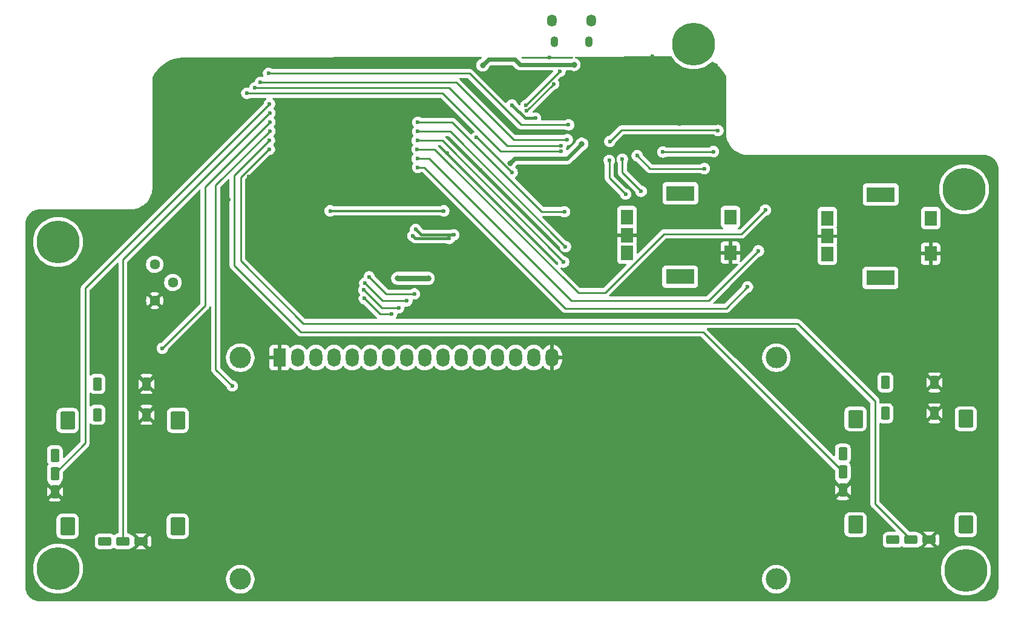
<source format=gbr>
%TF.GenerationSoftware,KiCad,Pcbnew,9.0.2*%
%TF.CreationDate,2025-08-22T17:17:19-07:00*%
%TF.ProjectId,RC,52432e6b-6963-4616-945f-706362585858,rev?*%
%TF.SameCoordinates,Original*%
%TF.FileFunction,Copper,L2,Bot*%
%TF.FilePolarity,Positive*%
%FSLAX46Y46*%
G04 Gerber Fmt 4.6, Leading zero omitted, Abs format (unit mm)*
G04 Created by KiCad (PCBNEW 9.0.2) date 2025-08-22 17:17:19*
%MOMM*%
%LPD*%
G01*
G04 APERTURE LIST*
G04 Aperture macros list*
%AMRoundRect*
0 Rectangle with rounded corners*
0 $1 Rounding radius*
0 $2 $3 $4 $5 $6 $7 $8 $9 X,Y pos of 4 corners*
0 Add a 4 corners polygon primitive as box body*
4,1,4,$2,$3,$4,$5,$6,$7,$8,$9,$2,$3,0*
0 Add four circle primitives for the rounded corners*
1,1,$1+$1,$2,$3*
1,1,$1+$1,$4,$5*
1,1,$1+$1,$6,$7*
1,1,$1+$1,$8,$9*
0 Add four rect primitives between the rounded corners*
20,1,$1+$1,$2,$3,$4,$5,0*
20,1,$1+$1,$4,$5,$6,$7,0*
20,1,$1+$1,$6,$7,$8,$9,0*
20,1,$1+$1,$8,$9,$2,$3,0*%
G04 Aperture macros list end*
%TA.AperFunction,ComponentPad*%
%ADD10C,1.440000*%
%TD*%
%TA.AperFunction,ComponentPad*%
%ADD11R,1.700000X2.100000*%
%TD*%
%TA.AperFunction,ComponentPad*%
%ADD12R,4.000000X2.100000*%
%TD*%
%TA.AperFunction,ComponentPad*%
%ADD13RoundRect,0.180000X-0.420000X-0.720000X0.420000X-0.720000X0.420000X0.720000X-0.420000X0.720000X0*%
%TD*%
%TA.AperFunction,ComponentPad*%
%ADD14RoundRect,0.180000X-0.720000X-0.420000X0.720000X-0.420000X0.720000X0.420000X-0.720000X0.420000X0*%
%TD*%
%TA.AperFunction,ComponentPad*%
%ADD15RoundRect,0.250000X-0.800000X-1.000000X0.800000X-1.000000X0.800000X1.000000X-0.800000X1.000000X0*%
%TD*%
%TA.AperFunction,HeatsinkPad*%
%ADD16C,0.600000*%
%TD*%
%TA.AperFunction,HeatsinkPad*%
%ADD17O,1.350000X1.700000*%
%TD*%
%TA.AperFunction,HeatsinkPad*%
%ADD18O,1.100000X1.500000*%
%TD*%
%TA.AperFunction,ComponentPad*%
%ADD19C,3.000000*%
%TD*%
%TA.AperFunction,ComponentPad*%
%ADD20R,1.800000X2.600000*%
%TD*%
%TA.AperFunction,ComponentPad*%
%ADD21O,1.800000X2.600000*%
%TD*%
%TA.AperFunction,ViaPad*%
%ADD22C,0.600000*%
%TD*%
%TA.AperFunction,ViaPad*%
%ADD23C,6.000000*%
%TD*%
%TA.AperFunction,ViaPad*%
%ADD24C,0.800000*%
%TD*%
%TA.AperFunction,Conductor*%
%ADD25C,0.250000*%
%TD*%
%TA.AperFunction,Conductor*%
%ADD26C,0.600000*%
%TD*%
%TA.AperFunction,Conductor*%
%ADD27C,0.400000*%
%TD*%
%TA.AperFunction,Conductor*%
%ADD28C,0.800000*%
%TD*%
%TA.AperFunction,Conductor*%
%ADD29C,0.300000*%
%TD*%
G04 APERTURE END LIST*
D10*
%TO.P,Rp1,1,1*%
%TO.N,GND*%
X79578200Y-79324200D03*
%TO.P,Rp1,2,2*%
%TO.N,Net-(DS1-VO)*%
X82118200Y-76784200D03*
%TO.P,Rp1,3,3*%
%TO.N,VBUS*%
X79578200Y-74244200D03*
%TD*%
D11*
%TO.P,SW5,A,A*%
%TO.N,Net-(R18-Pad2)*%
X145640200Y-67617800D03*
%TO.P,SW5,B,B*%
%TO.N,Net-(R20-Pad2)*%
X145625200Y-72628800D03*
%TO.P,SW5,C,C*%
%TO.N,GND*%
X145624200Y-70148800D03*
%TO.P,SW5,S1,S1*%
%TO.N,IO5*%
X160105200Y-67617800D03*
%TO.P,SW5,S2,S2*%
%TO.N,GND*%
X160083200Y-72597800D03*
D12*
%TO.P,SW5,SHIELD,SHIELD*%
%TO.N,unconnected-(SW5-PadSHIELD)*%
X153111200Y-64312800D03*
X153061200Y-75976800D03*
%TD*%
D13*
%TO.P,JS2,1,V*%
%TO.N,IO25*%
X175826500Y-103280600D03*
%TO.P,JS2,2,V+*%
%TO.N,3V3*%
X175826500Y-100740600D03*
%TO.P,JS2,3,V-*%
%TO.N,GND*%
X175826500Y-105820600D03*
D14*
%TO.P,JS2,4,H*%
%TO.N,IO26*%
X185351500Y-112805600D03*
%TO.P,JS2,5,H+*%
%TO.N,3V3*%
X182811500Y-112805600D03*
%TO.P,JS2,6,H-*%
%TO.N,GND*%
X187891500Y-112805600D03*
D13*
%TO.P,JS2,7,SEL+*%
%TO.N,IO33*%
X181795500Y-90771100D03*
X181795500Y-95089100D03*
%TO.P,JS2,8,SEL-*%
%TO.N,GND*%
X188653500Y-90771100D03*
X188653500Y-95089100D03*
D15*
%TO.P,JS2,9,SHIELD*%
%TO.N,unconnected-(JS2-SHIELD-Pad9)*%
X177626500Y-95880600D03*
X177626500Y-110680600D03*
X193026500Y-110680600D03*
X193040000Y-95859600D03*
%TD*%
D16*
%TO.P,U1,39,GND*%
%TO.N,GND*%
X105122400Y-51824200D03*
X103722400Y-51824200D03*
X105822400Y-52524200D03*
X104422400Y-52524200D03*
X103022400Y-52524200D03*
X105122400Y-53224200D03*
X103722400Y-53224200D03*
X105822400Y-53924200D03*
X104422400Y-53924200D03*
X103022400Y-53924200D03*
X105122400Y-54624200D03*
X103722400Y-54624200D03*
%TD*%
D11*
%TO.P,SW1,A,A*%
%TO.N,Net-(R13-Pad2)*%
X173664500Y-67770200D03*
%TO.P,SW1,B,B*%
%TO.N,Net-(R15-Pad2)*%
X173649500Y-72781200D03*
%TO.P,SW1,C,C*%
%TO.N,GND*%
X173648500Y-70301200D03*
%TO.P,SW1,S1,S1*%
%TO.N,IO4*%
X188129500Y-67770200D03*
%TO.P,SW1,S2,S2*%
%TO.N,GND*%
X188107500Y-72750200D03*
D12*
%TO.P,SW1,SHIELD,SHIELD*%
%TO.N,unconnected-(SW1-PadSHIELD)*%
X181135500Y-64465200D03*
X181085500Y-76129200D03*
%TD*%
D17*
%TO.P,J1,6,Shield*%
%TO.N,unconnected-(J1-Shield-Pad6)*%
X140606400Y-40097200D03*
D18*
X140296400Y-43097200D03*
X135456400Y-43097200D03*
D17*
X135146400Y-40097200D03*
%TD*%
D13*
%TO.P,JS1,1,V*%
%TO.N,IO34*%
X65590500Y-103496250D03*
%TO.P,JS1,2,V+*%
%TO.N,3V3*%
X65590500Y-100956250D03*
%TO.P,JS1,3,V-*%
%TO.N,GND*%
X65590500Y-106036250D03*
D14*
%TO.P,JS1,4,H*%
%TO.N,IO35*%
X75115500Y-113021250D03*
%TO.P,JS1,5,H+*%
%TO.N,3V3*%
X72575500Y-113021250D03*
%TO.P,JS1,6,H-*%
%TO.N,GND*%
X77655500Y-113021250D03*
D13*
%TO.P,JS1,7,SEL+*%
%TO.N,IO32*%
X71559500Y-90986750D03*
X71559500Y-95304750D03*
%TO.P,JS1,8,SEL-*%
%TO.N,GND*%
X78417500Y-90986750D03*
X78417500Y-95304750D03*
D15*
%TO.P,JS1,9,SHIELD*%
%TO.N,unconnected-(JS1-SHIELD-Pad9)*%
X67390500Y-96096250D03*
X67390500Y-110896250D03*
X82790500Y-110896250D03*
X82804000Y-96075250D03*
%TD*%
D19*
%TO.P,DS1,*%
%TO.N,*%
X91541600Y-87299800D03*
X91541600Y-118300500D03*
X166540180Y-118300500D03*
X166540700Y-87299800D03*
D20*
%TO.P,DS1,1,VSS*%
%TO.N,GND*%
X97040700Y-87299800D03*
D21*
%TO.P,DS1,2,VDD*%
%TO.N,VBUS*%
X99580700Y-87299800D03*
%TO.P,DS1,3,VO*%
%TO.N,Net-(DS1-VO)*%
X102120700Y-87299800D03*
%TO.P,DS1,4,RS*%
%TO.N,Net-(DS1-RS)*%
X104660700Y-87299800D03*
%TO.P,DS1,5,R/W*%
%TO.N,Net-(DS1-R{slash}W)*%
X107200700Y-87299800D03*
%TO.P,DS1,6,E*%
%TO.N,Net-(DS1-E)*%
X109740700Y-87299800D03*
%TO.P,DS1,7,D0*%
%TO.N,unconnected-(DS1-D0-Pad7)*%
X112280700Y-87299800D03*
%TO.P,DS1,8,D1*%
%TO.N,unconnected-(DS1-D1-Pad8)*%
X114820700Y-87299800D03*
%TO.P,DS1,9,D2*%
%TO.N,unconnected-(DS1-D2-Pad9)*%
X117360700Y-87299800D03*
%TO.P,DS1,10,D3*%
%TO.N,Net-(DS1-D3)*%
X119900700Y-87299800D03*
%TO.P,DS1,11,D4*%
%TO.N,Net-(DS1-D4)*%
X122440700Y-87299800D03*
%TO.P,DS1,12,D5*%
%TO.N,Net-(DS1-D5)*%
X124980700Y-87299800D03*
%TO.P,DS1,13,D6*%
%TO.N,Net-(DS1-D6)*%
X127520700Y-87299800D03*
%TO.P,DS1,14,D7*%
%TO.N,Net-(DS1-D7)*%
X130060700Y-87299800D03*
%TO.P,DS1,15,LED(+)*%
%TO.N,VBUS*%
X132600700Y-87299800D03*
%TO.P,DS1,16,LED(-)*%
%TO.N,GND*%
X135140700Y-87299800D03*
%TD*%
D22*
%TO.N,Net-(J1-D-)*%
X136271000Y-47193200D03*
D23*
%TO.N,*%
X193040000Y-117094000D03*
X66040000Y-71120000D03*
X192786000Y-63754000D03*
X66040000Y-116840000D03*
X154940000Y-43434000D03*
D22*
%TO.N,3V3*%
X137464800Y-54711600D03*
X156464000Y-60833000D03*
X93599000Y-49530000D03*
X147624800Y-64008000D03*
X129540000Y-51943000D03*
X136398000Y-57658000D03*
X137287000Y-56769000D03*
X92456000Y-50292000D03*
X147066000Y-59029600D03*
X95504000Y-47498000D03*
X116078000Y-69342000D03*
D24*
X139319000Y-57404000D03*
D22*
X94361000Y-48768000D03*
X157734000Y-58458356D03*
X145440400Y-64414400D03*
D24*
X129286000Y-60071000D03*
D22*
X150672800Y-58521600D03*
X143154400Y-59690000D03*
X132851000Y-53788200D03*
X143256000Y-57023000D03*
X158369000Y-55499000D03*
X136398000Y-58420000D03*
X144983200Y-59537600D03*
X115669300Y-70258700D03*
X120777000Y-70612000D03*
X121412000Y-70104000D03*
%TO.N,IO16*%
X116306600Y-59436000D03*
X164033200Y-72365200D03*
%TO.N,IO17*%
X116281200Y-58115200D03*
X164998400Y-66650200D03*
%TO.N,IO18*%
X137033000Y-71755000D03*
X116357400Y-55626000D03*
%TO.N,IO19*%
X136906000Y-66878200D03*
X116382800Y-54356000D03*
%TO.N,Net-(J1-D-)*%
X131523758Y-51970958D03*
%TO.N,Net-(J1-D+)*%
X131623919Y-52764666D03*
X135369300Y-49009300D03*
%TO.N,Net-(DS1-D5)*%
X108813600Y-77800200D03*
X113715800Y-80314800D03*
D24*
%TO.N,VBUS*%
X125450600Y-46355000D03*
X113537000Y-76199000D03*
X138236431Y-46288431D03*
X117856000Y-76200000D03*
D22*
%TO.N,Net-(DS1-D7)*%
X115900200Y-78384400D03*
X109575600Y-75996800D03*
%TO.N,Net-(DS1-D4)*%
X108889800Y-79019400D03*
X112699800Y-81203800D03*
%TO.N,Net-(DS1-D6)*%
X108966000Y-76885800D03*
X114833400Y-79349600D03*
%TO.N,IO25*%
X95605600Y-56870600D03*
%TO.N,IO32*%
X95656400Y-54330600D03*
X80645000Y-85979000D03*
%TO.N,IO33*%
X95656400Y-55600600D03*
X90424000Y-91262200D03*
%TO.N,DTR*%
X104114600Y-66751200D03*
X120015000Y-66751200D03*
%TO.N,RTS*%
X129565400Y-61366400D03*
X124583600Y-56490753D03*
%TO.N,IO5*%
X116306600Y-56896000D03*
X136779000Y-73914000D03*
%TO.N,IO4*%
X162496500Y-77406500D03*
X116357400Y-60655200D03*
%TO.N,IO26*%
X95605600Y-58145200D03*
%TO.N,GND*%
X97663000Y-73279000D03*
X93726000Y-65024000D03*
X121107200Y-89103200D03*
D24*
X145669000Y-56642000D03*
D22*
X116078000Y-89154000D03*
X153035000Y-52578000D03*
X110490000Y-54356000D03*
X118237000Y-64770000D03*
X133502400Y-47752000D03*
X129921000Y-76073000D03*
X100584000Y-55118000D03*
X86995000Y-49911000D03*
X127635000Y-76708000D03*
X124539002Y-69928000D03*
X169011600Y-64770600D03*
X109347000Y-59436000D03*
X85471000Y-69977000D03*
X120523000Y-58674000D03*
X142875000Y-46355000D03*
X153568400Y-53594000D03*
X89890600Y-65151000D03*
X132588000Y-60960000D03*
X108204000Y-81422400D03*
X107188000Y-68427600D03*
X133096000Y-55753000D03*
X91211400Y-46507400D03*
X92668800Y-48472800D03*
X95250000Y-60452000D03*
X109474000Y-70916800D03*
X158115000Y-46355000D03*
X84010500Y-53403500D03*
X150241000Y-48133000D03*
X131826000Y-55753000D03*
X153035000Y-54610000D03*
X128651000Y-80772000D03*
X90830400Y-45770800D03*
X155829000Y-48387000D03*
X125857000Y-79375000D03*
X128397000Y-78867000D03*
X105283000Y-81422400D03*
X119253000Y-51435000D03*
X132588000Y-62357000D03*
X83921600Y-56007000D03*
X169799000Y-74803000D03*
X149226000Y-45086000D03*
X105029000Y-79248000D03*
X149352000Y-49403000D03*
X117729000Y-81153000D03*
X99314000Y-70866000D03*
X128828800Y-89103200D03*
X96774000Y-66040000D03*
X140843000Y-74549000D03*
X90678000Y-54483000D03*
X108356400Y-52374800D03*
X94996000Y-66040000D03*
X116586000Y-64770000D03*
D24*
X139242800Y-49848900D03*
D22*
X152781000Y-51816000D03*
X125166200Y-61041200D03*
X129209800Y-46634400D03*
X123520200Y-46505986D03*
X109347000Y-68961000D03*
X123748800Y-89154000D03*
X90297000Y-76962000D03*
X148590000Y-57150000D03*
X122809000Y-69928000D03*
X134823200Y-45313600D03*
X124333000Y-73406000D03*
X111302800Y-72644000D03*
X122047000Y-74295000D03*
X107746800Y-56540400D03*
X105918000Y-89052400D03*
X106807000Y-79248000D03*
X127330200Y-46609000D03*
X119888000Y-80772000D03*
X130556000Y-55626000D03*
X85699600Y-51231800D03*
X141478000Y-75057000D03*
X101930200Y-46355000D03*
X168833800Y-74168000D03*
X140716000Y-46101000D03*
X91821000Y-53467000D03*
X97282000Y-70739000D03*
X108712000Y-65405000D03*
X120523000Y-52832000D03*
X110464600Y-46202600D03*
D24*
X147345800Y-56743200D03*
D22*
X133908800Y-89662000D03*
X110998000Y-89154000D03*
X150495000Y-46355000D03*
X122047000Y-80518000D03*
X139802200Y-63576200D03*
X84074000Y-58674000D03*
X122936000Y-72644000D03*
X129413000Y-55118000D03*
X95885000Y-65024000D03*
X102489000Y-65278000D03*
X105359200Y-60147200D03*
X130429000Y-79375000D03*
X92710000Y-61976000D03*
X85471000Y-75819000D03*
X140899800Y-64891000D03*
X101981000Y-59055000D03*
X143764000Y-45593000D03*
X117094000Y-63500000D03*
D24*
X138261600Y-51550700D03*
D22*
X105918000Y-72898000D03*
X108458000Y-89154000D03*
X91221600Y-47371000D03*
X106070400Y-46253400D03*
X99745800Y-46431200D03*
X157734000Y-49149000D03*
X89408000Y-72263000D03*
X100177600Y-52019200D03*
X132461000Y-48514000D03*
%TO.N,IO34*%
X95631000Y-51795200D03*
%TO.N,IO35*%
X95651800Y-53065200D03*
%TD*%
D25*
%TO.N,3V3*%
X127965200Y-58420000D02*
X119837200Y-50292000D01*
X156464000Y-60833000D02*
X156438600Y-60858400D01*
D26*
X137287000Y-59436000D02*
X129921000Y-59436000D01*
D25*
X129794000Y-56769000D02*
X121793000Y-48768000D01*
X123596400Y-47498000D02*
X130810000Y-54711600D01*
X157670756Y-58521600D02*
X157734000Y-58458356D01*
D26*
X129921000Y-59436000D02*
X129286000Y-60071000D01*
D25*
X144856200Y-55422800D02*
X158292800Y-55422800D01*
D27*
X129540000Y-51943000D02*
X131385200Y-53788200D01*
D25*
X136398000Y-58420000D02*
X127965200Y-58420000D01*
X148894800Y-60858400D02*
X147066000Y-59029600D01*
D27*
X121412000Y-70104000D02*
X116840000Y-70104000D01*
X120777000Y-70612000D02*
X116022600Y-70612000D01*
D25*
X144983200Y-61366400D02*
X147624800Y-64008000D01*
X158292800Y-55422800D02*
X158369000Y-55499000D01*
X120751600Y-49530000D02*
X93599000Y-49530000D01*
X156438600Y-60858400D02*
X148894800Y-60858400D01*
X137287000Y-56769000D02*
X129794000Y-56769000D01*
D27*
X116840000Y-70104000D02*
X116078000Y-69342000D01*
D25*
X143154400Y-62128400D02*
X145440400Y-64414400D01*
X95504000Y-47498000D02*
X123596400Y-47498000D01*
D26*
X139319000Y-57404000D02*
X137287000Y-59436000D01*
D25*
X121793000Y-48768000D02*
X94361000Y-48768000D01*
X119837200Y-50292000D02*
X92456000Y-50292000D01*
X128879600Y-57658000D02*
X120751600Y-49530000D01*
X150672800Y-58521600D02*
X157670756Y-58521600D01*
X136398000Y-57658000D02*
X128879600Y-57658000D01*
D27*
X116022600Y-70612000D02*
X115669300Y-70258700D01*
D25*
X143256000Y-57023000D02*
X144856200Y-55422800D01*
X130810000Y-54711600D02*
X137464800Y-54711600D01*
D27*
X131385200Y-53788200D02*
X132851000Y-53788200D01*
D25*
X144983200Y-59537600D02*
X144983200Y-61366400D01*
X143154400Y-59690000D02*
X143154400Y-62128400D01*
%TO.N,IO16*%
X164033200Y-72365200D02*
X157074200Y-79324200D01*
X157074200Y-79324200D02*
X137845800Y-79324200D01*
X117957600Y-59436000D02*
X116306600Y-59436000D01*
X137845800Y-79324200D02*
X117957600Y-59436000D01*
%TO.N,IO17*%
X164998400Y-66650200D02*
X164998400Y-66675000D01*
X161671600Y-69977000D02*
X164998400Y-66650200D01*
X150797400Y-69977000D02*
X161671600Y-69977000D01*
X142567800Y-78206600D02*
X150797400Y-69977000D01*
X116281200Y-58115200D02*
X118745000Y-58115200D01*
X138836400Y-78206600D02*
X142567800Y-78206600D01*
X118745000Y-58115200D02*
X138836400Y-78206600D01*
%TO.N,IO18*%
X137033000Y-71755000D02*
X120904000Y-55626000D01*
X120904000Y-55626000D02*
X116357400Y-55626000D01*
%TO.N,IO19*%
X133705600Y-66852800D02*
X121208800Y-54356000D01*
X136906000Y-66878200D02*
X136880600Y-66852800D01*
X136880600Y-66852800D02*
X133705600Y-66852800D01*
X121208800Y-54356000D02*
X116382800Y-54356000D01*
%TO.N,Net-(J1-D+)*%
X131623919Y-52754681D02*
X135369300Y-49009300D01*
X131623919Y-52764666D02*
X131623919Y-52754681D01*
%TO.N,Net-(DS1-D5)*%
X108813600Y-77800200D02*
X111328200Y-80314800D01*
X111328200Y-80314800D02*
X113715800Y-80314800D01*
D28*
%TO.N,VBUS*%
X117856000Y-76200000D02*
X116078000Y-76200000D01*
X116077000Y-76199000D02*
X113537000Y-76199000D01*
D26*
X126238000Y-45567600D02*
X129971800Y-45567600D01*
X129971800Y-45567600D02*
X130692631Y-46288431D01*
X125450600Y-46355000D02*
X126238000Y-45567600D01*
X138236431Y-46368969D02*
X138213200Y-46392200D01*
X130692631Y-46288431D02*
X138236431Y-46288431D01*
X116078000Y-76200000D02*
X116077000Y-76199000D01*
X138236431Y-46288431D02*
X138236431Y-46368969D01*
D25*
%TO.N,Net-(DS1-D7)*%
X109575600Y-75996800D02*
X111963200Y-78384400D01*
X111963200Y-78384400D02*
X115900200Y-78384400D01*
%TO.N,Net-(DS1-D4)*%
X108889800Y-79019400D02*
X111074200Y-81203800D01*
X111074200Y-81203800D02*
X112699800Y-81203800D01*
%TO.N,Net-(DS1-D6)*%
X111429800Y-79349600D02*
X114833400Y-79349600D01*
X108966000Y-76885800D02*
X111429800Y-79349600D01*
%TO.N,IO25*%
X100025200Y-83718400D02*
X90678000Y-74371200D01*
X156302400Y-83718400D02*
X100025200Y-83718400D01*
X90678000Y-61798200D02*
X95605600Y-56870600D01*
X175826250Y-103242250D02*
X156302400Y-83718400D01*
X90678000Y-74371200D02*
X90678000Y-61798200D01*
%TO.N,IO32*%
X80645000Y-85979000D02*
X86614000Y-80010000D01*
X86614000Y-80010000D02*
X86614000Y-63373000D01*
X86614000Y-63373000D02*
X95656400Y-54330600D01*
%TO.N,IO33*%
X90424000Y-91262200D02*
X90398600Y-91262200D01*
X88087200Y-63169800D02*
X95656400Y-55600600D01*
X90398600Y-91262200D02*
X88087200Y-88950800D01*
X88087200Y-88950800D02*
X88087200Y-63169800D01*
D29*
%TO.N,DTR*%
X120015000Y-66751200D02*
X104114600Y-66751200D01*
D25*
%TO.N,RTS*%
X124664353Y-56490753D02*
X124583600Y-56490753D01*
X129565400Y-61366400D02*
X129540000Y-61366400D01*
X129540000Y-61366400D02*
X124664353Y-56490753D01*
%TO.N,IO5*%
X136779000Y-73914000D02*
X136779000Y-73863200D01*
X119811800Y-56896000D02*
X116306600Y-56896000D01*
X136779000Y-73863200D02*
X119811800Y-56896000D01*
%TO.N,IO4*%
X117271800Y-60655200D02*
X116357400Y-60655200D01*
X162496500Y-77406500D02*
X159512000Y-80391000D01*
X137007600Y-80391000D02*
X117271800Y-60655200D01*
X159512000Y-80391000D02*
X137007600Y-80391000D01*
%TO.N,IO26*%
X180340000Y-93370400D02*
X169494200Y-82524600D01*
X180340000Y-107756000D02*
X180340000Y-93370400D01*
X91592400Y-73736200D02*
X91592400Y-62077600D01*
X185351250Y-112767250D02*
X180340000Y-107756000D01*
X91592400Y-62077600D02*
X95524800Y-58145200D01*
X100380800Y-82524600D02*
X91592400Y-73736200D01*
X169494200Y-82524600D02*
X100380800Y-82524600D01*
X95524800Y-58145200D02*
X95605600Y-58145200D01*
%TO.N,IO34*%
X69850000Y-99236500D02*
X69850000Y-77576200D01*
X69850000Y-77576200D02*
X95631000Y-51795200D01*
X65590250Y-103496250D02*
X69850000Y-99236500D01*
%TO.N,IO35*%
X75115250Y-113021250D02*
X75115250Y-73576350D01*
X95626400Y-53065200D02*
X95651800Y-53065200D01*
X75115250Y-73576350D02*
X95626400Y-53065200D01*
%TO.N,Net-(J1-D-)*%
X136271000Y-47193200D02*
X131523758Y-51940442D01*
X131523758Y-51940442D02*
X131523758Y-51970958D01*
%TD*%
%TA.AperFunction,Conductor*%
%TO.N,GND*%
G36*
X151873952Y-45157199D02*
G01*
X151916479Y-45203195D01*
X151933893Y-45235775D01*
X151933904Y-45235793D01*
X152124975Y-45521751D01*
X152124985Y-45521765D01*
X152343176Y-45787632D01*
X152586367Y-46030823D01*
X152586372Y-46030827D01*
X152586373Y-46030828D01*
X152852240Y-46249019D01*
X153138213Y-46440100D01*
X153138222Y-46440105D01*
X153138224Y-46440106D01*
X153441530Y-46602227D01*
X153441532Y-46602227D01*
X153441538Y-46602231D01*
X153759295Y-46733850D01*
X154088422Y-46833690D01*
X154425750Y-46900789D01*
X154768031Y-46934500D01*
X154768034Y-46934500D01*
X155111966Y-46934500D01*
X155111969Y-46934500D01*
X155454250Y-46900789D01*
X155791578Y-46833690D01*
X156120705Y-46733850D01*
X156438462Y-46602231D01*
X156741787Y-46440100D01*
X157027760Y-46249019D01*
X157293627Y-46030828D01*
X157451562Y-45872892D01*
X157512881Y-45839409D01*
X157582572Y-45844393D01*
X157605730Y-45855908D01*
X157745187Y-45944502D01*
X157878295Y-46029062D01*
X157887176Y-46035264D01*
X158225375Y-46294147D01*
X158233679Y-46301100D01*
X158548003Y-46588514D01*
X158555670Y-46596166D01*
X158632384Y-46679726D01*
X158843700Y-46909901D01*
X158850660Y-46918180D01*
X158958263Y-47058169D01*
X159110224Y-47255868D01*
X159116443Y-47264735D01*
X159345543Y-47623778D01*
X159350965Y-47633155D01*
X159505454Y-47929481D01*
X159519500Y-47986805D01*
X159519500Y-55814108D01*
X159519500Y-55880000D01*
X159519500Y-56039346D01*
X159537267Y-56208390D01*
X159552812Y-56356295D01*
X159559065Y-56385711D01*
X159619070Y-56668014D01*
X159619071Y-56668015D01*
X159619072Y-56668019D01*
X159630937Y-56704535D01*
X159710511Y-56949442D01*
X159717553Y-56971113D01*
X159844615Y-57256500D01*
X159847178Y-57262257D01*
X159847181Y-57262262D01*
X160006520Y-57538246D01*
X160006520Y-57538247D01*
X160161723Y-57751863D01*
X160191418Y-57792735D01*
X160193851Y-57796083D01*
X160287248Y-57899810D01*
X160407091Y-58032909D01*
X160501098Y-58117553D01*
X160643916Y-58246148D01*
X160643922Y-58246152D01*
X160643925Y-58246155D01*
X160701671Y-58288110D01*
X160901753Y-58433479D01*
X160917825Y-58442758D01*
X161177747Y-58592824D01*
X161468887Y-58722447D01*
X161771981Y-58820928D01*
X161771984Y-58820928D01*
X161771985Y-58820929D01*
X161806202Y-58828202D01*
X162083708Y-58887188D01*
X162400654Y-58920500D01*
X162494108Y-58920500D01*
X195514108Y-58920500D01*
X195575933Y-58920500D01*
X195584042Y-58920765D01*
X195606774Y-58922254D01*
X195838114Y-58937417D01*
X195854172Y-58939532D01*
X196099888Y-58988408D01*
X196115554Y-58992606D01*
X196288905Y-59051450D01*
X196352788Y-59073136D01*
X196367765Y-59079339D01*
X196547548Y-59167998D01*
X196592460Y-59190146D01*
X196606508Y-59198256D01*
X196791852Y-59322100D01*
X196814809Y-59337439D01*
X196827677Y-59347313D01*
X197016033Y-59512497D01*
X197027502Y-59523966D01*
X197041466Y-59539889D01*
X197155133Y-59669501D01*
X197192685Y-59712320D01*
X197202559Y-59725188D01*
X197341743Y-59933492D01*
X197349853Y-59947539D01*
X197460657Y-60172227D01*
X197466864Y-60187213D01*
X197547393Y-60424445D01*
X197551591Y-60440111D01*
X197600465Y-60685813D01*
X197602583Y-60701895D01*
X197619235Y-60955956D01*
X197619500Y-60964066D01*
X197619500Y-119375933D01*
X197619235Y-119384043D01*
X197602583Y-119638104D01*
X197600465Y-119654186D01*
X197551591Y-119899888D01*
X197547393Y-119915554D01*
X197466864Y-120152786D01*
X197460657Y-120167772D01*
X197349853Y-120392460D01*
X197341743Y-120406507D01*
X197202559Y-120614811D01*
X197192685Y-120627679D01*
X197027502Y-120816033D01*
X197016033Y-120827502D01*
X196827679Y-120992685D01*
X196814811Y-121002559D01*
X196606507Y-121141743D01*
X196592460Y-121149853D01*
X196367772Y-121260657D01*
X196352786Y-121266864D01*
X196115554Y-121347393D01*
X196099888Y-121351591D01*
X195854186Y-121400465D01*
X195838104Y-121402583D01*
X195584043Y-121419235D01*
X195575933Y-121419500D01*
X63504067Y-121419500D01*
X63495957Y-121419235D01*
X63241895Y-121402583D01*
X63225814Y-121400465D01*
X63190770Y-121393494D01*
X62980111Y-121351591D01*
X62964445Y-121347393D01*
X62727213Y-121266864D01*
X62712227Y-121260657D01*
X62487539Y-121149853D01*
X62473492Y-121141743D01*
X62265188Y-121002559D01*
X62252320Y-120992685D01*
X62063966Y-120827502D01*
X62052497Y-120816033D01*
X61887314Y-120627679D01*
X61877440Y-120614811D01*
X61738256Y-120406507D01*
X61730146Y-120392460D01*
X61685043Y-120301000D01*
X61619339Y-120167765D01*
X61613135Y-120152786D01*
X61532606Y-119915554D01*
X61528408Y-119899888D01*
X61510087Y-119807782D01*
X61479532Y-119654172D01*
X61477417Y-119638114D01*
X61460765Y-119384042D01*
X61460500Y-119375933D01*
X61460500Y-116668034D01*
X62539500Y-116668034D01*
X62539500Y-117011965D01*
X62573210Y-117354249D01*
X62640308Y-117691572D01*
X62740150Y-118020706D01*
X62833219Y-118245394D01*
X62845360Y-118274706D01*
X62871770Y-118338464D01*
X62871772Y-118338469D01*
X63033893Y-118641775D01*
X63033904Y-118641793D01*
X63224975Y-118927751D01*
X63224985Y-118927765D01*
X63443176Y-119193632D01*
X63686367Y-119436823D01*
X63686372Y-119436827D01*
X63686373Y-119436828D01*
X63952240Y-119655019D01*
X64238213Y-119846100D01*
X64238222Y-119846105D01*
X64238224Y-119846106D01*
X64541530Y-120008227D01*
X64541532Y-120008227D01*
X64541538Y-120008231D01*
X64859295Y-120139850D01*
X65188422Y-120239690D01*
X65525750Y-120306789D01*
X65868031Y-120340500D01*
X65868034Y-120340500D01*
X66211966Y-120340500D01*
X66211969Y-120340500D01*
X66554250Y-120306789D01*
X66891578Y-120239690D01*
X67220705Y-120139850D01*
X67538462Y-120008231D01*
X67841787Y-119846100D01*
X68127760Y-119655019D01*
X68393627Y-119436828D01*
X68636828Y-119193627D01*
X68855019Y-118927760D01*
X69046100Y-118641787D01*
X69208231Y-118338462D01*
X69278270Y-118169372D01*
X89541100Y-118169372D01*
X89541100Y-118431627D01*
X89562276Y-118592462D01*
X89575330Y-118691616D01*
X89638606Y-118927765D01*
X89643202Y-118944918D01*
X89643205Y-118944928D01*
X89743553Y-119187190D01*
X89743558Y-119187200D01*
X89874675Y-119414303D01*
X90034318Y-119622351D01*
X90034326Y-119622360D01*
X90219740Y-119807774D01*
X90219748Y-119807781D01*
X90427796Y-119967424D01*
X90654899Y-120098541D01*
X90654909Y-120098546D01*
X90897171Y-120198894D01*
X90897181Y-120198898D01*
X91150484Y-120266770D01*
X91410480Y-120301000D01*
X91410487Y-120301000D01*
X91672713Y-120301000D01*
X91672720Y-120301000D01*
X91932716Y-120266770D01*
X92186019Y-120198898D01*
X92428297Y-120098543D01*
X92655403Y-119967424D01*
X92863451Y-119807782D01*
X92863455Y-119807777D01*
X92863460Y-119807774D01*
X93048874Y-119622360D01*
X93048877Y-119622355D01*
X93048882Y-119622351D01*
X93208524Y-119414303D01*
X93339643Y-119187197D01*
X93439998Y-118944919D01*
X93507870Y-118691616D01*
X93542100Y-118431620D01*
X93542100Y-118169380D01*
X93542099Y-118169372D01*
X164539680Y-118169372D01*
X164539680Y-118431627D01*
X164560856Y-118592462D01*
X164573910Y-118691616D01*
X164637186Y-118927765D01*
X164641782Y-118944918D01*
X164641785Y-118944928D01*
X164742133Y-119187190D01*
X164742138Y-119187200D01*
X164873255Y-119414303D01*
X165032898Y-119622351D01*
X165032906Y-119622360D01*
X165218320Y-119807774D01*
X165218328Y-119807781D01*
X165426376Y-119967424D01*
X165653479Y-120098541D01*
X165653489Y-120098546D01*
X165895751Y-120198894D01*
X165895761Y-120198898D01*
X166149064Y-120266770D01*
X166409060Y-120301000D01*
X166409067Y-120301000D01*
X166671293Y-120301000D01*
X166671300Y-120301000D01*
X166931296Y-120266770D01*
X167184599Y-120198898D01*
X167426877Y-120098543D01*
X167653983Y-119967424D01*
X167862031Y-119807782D01*
X167862035Y-119807777D01*
X167862040Y-119807774D01*
X168047454Y-119622360D01*
X168047457Y-119622355D01*
X168047462Y-119622351D01*
X168207104Y-119414303D01*
X168338223Y-119187197D01*
X168438578Y-118944919D01*
X168506450Y-118691616D01*
X168540680Y-118431620D01*
X168540680Y-118169380D01*
X168506450Y-117909384D01*
X168438578Y-117656081D01*
X168418766Y-117608250D01*
X168338226Y-117413809D01*
X168338221Y-117413799D01*
X168207104Y-117186696D01*
X168059605Y-116994474D01*
X168047461Y-116978648D01*
X168047454Y-116978640D01*
X167990848Y-116922034D01*
X189539500Y-116922034D01*
X189539500Y-117265965D01*
X189573210Y-117608249D01*
X189640308Y-117945572D01*
X189740150Y-118274706D01*
X189871770Y-118592464D01*
X189871772Y-118592469D01*
X190033893Y-118895775D01*
X190033904Y-118895793D01*
X190224975Y-119181751D01*
X190224985Y-119181765D01*
X190443176Y-119447632D01*
X190686367Y-119690823D01*
X190686372Y-119690827D01*
X190686373Y-119690828D01*
X190952240Y-119909019D01*
X191238213Y-120100100D01*
X191238222Y-120100105D01*
X191238224Y-120100106D01*
X191541530Y-120262227D01*
X191541532Y-120262227D01*
X191541538Y-120262231D01*
X191859295Y-120393850D01*
X192188422Y-120493690D01*
X192525750Y-120560789D01*
X192868031Y-120594500D01*
X192868034Y-120594500D01*
X193211966Y-120594500D01*
X193211969Y-120594500D01*
X193554250Y-120560789D01*
X193891578Y-120493690D01*
X194220705Y-120393850D01*
X194538462Y-120262231D01*
X194841787Y-120100100D01*
X195127760Y-119909019D01*
X195393627Y-119690828D01*
X195636828Y-119447627D01*
X195855019Y-119181760D01*
X196046100Y-118895787D01*
X196208231Y-118592462D01*
X196339850Y-118274705D01*
X196439690Y-117945578D01*
X196506789Y-117608250D01*
X196540500Y-117265969D01*
X196540500Y-116922031D01*
X196506789Y-116579750D01*
X196439690Y-116242422D01*
X196339850Y-115913295D01*
X196208231Y-115595538D01*
X196046100Y-115292213D01*
X195855019Y-115006240D01*
X195636828Y-114740373D01*
X195636827Y-114740372D01*
X195636823Y-114740367D01*
X195393632Y-114497176D01*
X195127765Y-114278985D01*
X195127764Y-114278984D01*
X195127760Y-114278981D01*
X194841787Y-114087900D01*
X194841782Y-114087897D01*
X194841775Y-114087893D01*
X194538469Y-113925772D01*
X194538464Y-113925770D01*
X194489769Y-113905600D01*
X194445394Y-113887219D01*
X194220706Y-113794150D01*
X193891572Y-113694308D01*
X193554248Y-113627210D01*
X193554249Y-113627210D01*
X193296456Y-113601821D01*
X193211969Y-113593500D01*
X192868031Y-113593500D01*
X192789966Y-113601188D01*
X192525750Y-113627210D01*
X192188427Y-113694308D01*
X191859293Y-113794150D01*
X191541535Y-113925770D01*
X191541530Y-113925772D01*
X191238224Y-114087893D01*
X191238206Y-114087904D01*
X190952248Y-114278975D01*
X190952234Y-114278985D01*
X190686367Y-114497176D01*
X190443176Y-114740367D01*
X190224985Y-115006234D01*
X190224975Y-115006248D01*
X190033904Y-115292206D01*
X190033893Y-115292224D01*
X189871772Y-115595530D01*
X189871770Y-115595535D01*
X189740150Y-115913293D01*
X189640308Y-116242427D01*
X189573210Y-116579750D01*
X189539500Y-116922034D01*
X167990848Y-116922034D01*
X167862040Y-116793226D01*
X167862031Y-116793218D01*
X167653983Y-116633575D01*
X167426880Y-116502458D01*
X167426870Y-116502453D01*
X167184608Y-116402105D01*
X167184601Y-116402103D01*
X167184599Y-116402102D01*
X166931296Y-116334230D01*
X166866886Y-116325750D01*
X166671307Y-116300000D01*
X166671300Y-116300000D01*
X166409060Y-116300000D01*
X166409052Y-116300000D01*
X166177952Y-116330426D01*
X166149064Y-116334230D01*
X165895761Y-116402102D01*
X165895751Y-116402105D01*
X165653489Y-116502453D01*
X165653479Y-116502458D01*
X165426376Y-116633575D01*
X165218328Y-116793218D01*
X165032898Y-116978648D01*
X164873255Y-117186696D01*
X164742138Y-117413799D01*
X164742133Y-117413809D01*
X164641785Y-117656071D01*
X164641782Y-117656081D01*
X164573910Y-117909385D01*
X164539680Y-118169372D01*
X93542099Y-118169372D01*
X93507870Y-117909384D01*
X93439998Y-117656081D01*
X93420186Y-117608250D01*
X93339646Y-117413809D01*
X93339641Y-117413799D01*
X93208524Y-117186696D01*
X93086024Y-117027054D01*
X93048882Y-116978649D01*
X93048881Y-116978648D01*
X93048874Y-116978640D01*
X92863460Y-116793226D01*
X92863451Y-116793218D01*
X92655403Y-116633575D01*
X92428300Y-116502458D01*
X92428290Y-116502453D01*
X92186028Y-116402105D01*
X92186021Y-116402103D01*
X92186019Y-116402102D01*
X91932716Y-116334230D01*
X91868306Y-116325750D01*
X91672727Y-116300000D01*
X91672720Y-116300000D01*
X91410480Y-116300000D01*
X91410472Y-116300000D01*
X91179372Y-116330426D01*
X91150484Y-116334230D01*
X90897181Y-116402102D01*
X90897171Y-116402105D01*
X90654909Y-116502453D01*
X90654899Y-116502458D01*
X90427796Y-116633575D01*
X90219748Y-116793218D01*
X90034318Y-116978648D01*
X89874675Y-117186696D01*
X89743558Y-117413799D01*
X89743553Y-117413809D01*
X89643205Y-117656071D01*
X89643202Y-117656081D01*
X89575330Y-117909385D01*
X89541100Y-118169372D01*
X69278270Y-118169372D01*
X69339850Y-118020705D01*
X69439690Y-117691578D01*
X69506789Y-117354250D01*
X69540500Y-117011969D01*
X69540500Y-116668031D01*
X69506789Y-116325750D01*
X69439690Y-115988422D01*
X69339850Y-115659295D01*
X69208231Y-115341538D01*
X69181862Y-115292206D01*
X69046106Y-115038224D01*
X69046105Y-115038222D01*
X69046100Y-115038213D01*
X68855019Y-114752240D01*
X68636828Y-114486373D01*
X68636827Y-114486372D01*
X68636823Y-114486367D01*
X68393632Y-114243176D01*
X68127765Y-114024985D01*
X68127764Y-114024984D01*
X68127760Y-114024981D01*
X67841787Y-113833900D01*
X67841782Y-113833897D01*
X67841775Y-113833893D01*
X67538469Y-113671772D01*
X67538464Y-113671770D01*
X67481947Y-113648360D01*
X67349504Y-113593500D01*
X67220706Y-113540150D01*
X66891572Y-113440308D01*
X66554248Y-113373210D01*
X66554249Y-113373210D01*
X66292160Y-113347398D01*
X66211969Y-113339500D01*
X65868031Y-113339500D01*
X65789966Y-113347188D01*
X65525750Y-113373210D01*
X65188427Y-113440308D01*
X64859293Y-113540150D01*
X64541535Y-113671770D01*
X64541530Y-113671772D01*
X64238224Y-113833893D01*
X64238206Y-113833904D01*
X63952248Y-114024975D01*
X63952234Y-114024985D01*
X63686367Y-114243176D01*
X63443176Y-114486367D01*
X63224985Y-114752234D01*
X63224975Y-114752248D01*
X63033904Y-115038206D01*
X63033893Y-115038224D01*
X62871772Y-115341530D01*
X62871770Y-115341535D01*
X62740150Y-115659293D01*
X62640308Y-115988427D01*
X62573210Y-116325750D01*
X62555807Y-116502457D01*
X62542894Y-116633576D01*
X62539500Y-116668034D01*
X61460500Y-116668034D01*
X61460500Y-109846233D01*
X65840000Y-109846233D01*
X65840000Y-111946251D01*
X65840001Y-111946268D01*
X65850500Y-112049046D01*
X65850501Y-112049049D01*
X65899088Y-112195672D01*
X65905686Y-112215584D01*
X65997788Y-112364906D01*
X66121844Y-112488962D01*
X66271166Y-112581064D01*
X66437703Y-112636249D01*
X66540491Y-112646750D01*
X68240508Y-112646749D01*
X68343297Y-112636249D01*
X68509834Y-112581064D01*
X68659156Y-112488962D01*
X68783212Y-112364906D01*
X68875314Y-112215584D01*
X68930499Y-112049047D01*
X68941000Y-111946259D01*
X68940999Y-109846242D01*
X68930499Y-109743453D01*
X68875314Y-109576916D01*
X68783212Y-109427594D01*
X68659156Y-109303538D01*
X68510658Y-109211944D01*
X68509836Y-109211437D01*
X68509831Y-109211435D01*
X68508362Y-109210948D01*
X68343297Y-109156251D01*
X68343295Y-109156250D01*
X68240510Y-109145750D01*
X66540498Y-109145750D01*
X66540481Y-109145751D01*
X66437703Y-109156250D01*
X66437700Y-109156251D01*
X66271168Y-109211435D01*
X66271163Y-109211437D01*
X66121842Y-109303539D01*
X65997789Y-109427592D01*
X65905687Y-109576913D01*
X65905685Y-109576918D01*
X65877849Y-109660920D01*
X65850501Y-109743453D01*
X65850501Y-109743454D01*
X65850500Y-109743454D01*
X65840000Y-109846233D01*
X61460500Y-109846233D01*
X61460500Y-106782698D01*
X64490500Y-106782698D01*
X65236948Y-106036250D01*
X65236948Y-106036249D01*
X64490500Y-105289801D01*
X64490500Y-106782698D01*
X61460500Y-106782698D01*
X61460500Y-95046233D01*
X65840000Y-95046233D01*
X65840000Y-97146251D01*
X65840001Y-97146268D01*
X65850500Y-97249046D01*
X65850501Y-97249049D01*
X65883707Y-97349256D01*
X65905686Y-97415584D01*
X65997788Y-97564906D01*
X66121844Y-97688962D01*
X66271166Y-97781064D01*
X66437703Y-97836249D01*
X66540491Y-97846750D01*
X68240508Y-97846749D01*
X68343297Y-97836249D01*
X68509834Y-97781064D01*
X68659156Y-97688962D01*
X68783212Y-97564906D01*
X68875314Y-97415584D01*
X68930499Y-97249047D01*
X68941000Y-97146259D01*
X68940999Y-95046242D01*
X68938854Y-95025248D01*
X68930499Y-94943453D01*
X68930498Y-94943450D01*
X68911195Y-94885198D01*
X68875314Y-94776916D01*
X68783212Y-94627594D01*
X68659156Y-94503538D01*
X68510658Y-94411944D01*
X68509836Y-94411437D01*
X68509831Y-94411435D01*
X68446457Y-94390435D01*
X68343297Y-94356251D01*
X68343295Y-94356250D01*
X68240510Y-94345750D01*
X66540498Y-94345750D01*
X66540481Y-94345751D01*
X66437703Y-94356250D01*
X66437700Y-94356251D01*
X66271168Y-94411435D01*
X66271163Y-94411437D01*
X66121842Y-94503539D01*
X65997789Y-94627592D01*
X65905687Y-94776913D01*
X65905685Y-94776918D01*
X65879894Y-94854750D01*
X65850501Y-94943453D01*
X65850501Y-94943454D01*
X65850500Y-94943454D01*
X65840000Y-95046233D01*
X61460500Y-95046233D01*
X61460500Y-70948031D01*
X62539500Y-70948031D01*
X62539500Y-71291969D01*
X62542452Y-71321939D01*
X62573210Y-71634249D01*
X62640308Y-71971572D01*
X62740150Y-72300706D01*
X62871770Y-72618464D01*
X62871772Y-72618469D01*
X63033893Y-72921775D01*
X63033904Y-72921793D01*
X63224975Y-73207751D01*
X63224985Y-73207765D01*
X63443176Y-73473632D01*
X63686367Y-73716823D01*
X63686372Y-73716827D01*
X63686373Y-73716828D01*
X63952240Y-73935019D01*
X64238213Y-74126100D01*
X64238222Y-74126105D01*
X64238224Y-74126106D01*
X64541530Y-74288227D01*
X64541532Y-74288227D01*
X64541538Y-74288231D01*
X64859295Y-74419850D01*
X65188422Y-74519690D01*
X65525750Y-74586789D01*
X65868031Y-74620500D01*
X65868034Y-74620500D01*
X66211966Y-74620500D01*
X66211969Y-74620500D01*
X66554250Y-74586789D01*
X66891578Y-74519690D01*
X67220705Y-74419850D01*
X67538462Y-74288231D01*
X67841787Y-74126100D01*
X68127760Y-73935019D01*
X68393627Y-73716828D01*
X68636828Y-73473627D01*
X68855019Y-73207760D01*
X69046100Y-72921787D01*
X69208231Y-72618462D01*
X69339850Y-72300705D01*
X69439690Y-71971578D01*
X69506789Y-71634250D01*
X69540500Y-71291969D01*
X69540500Y-70948031D01*
X69506789Y-70605750D01*
X69439690Y-70268422D01*
X69339850Y-69939295D01*
X69208231Y-69621538D01*
X69188800Y-69585186D01*
X69046106Y-69318224D01*
X69046105Y-69318222D01*
X69046100Y-69318213D01*
X68855019Y-69032240D01*
X68636828Y-68766373D01*
X68636827Y-68766372D01*
X68636823Y-68766367D01*
X68393632Y-68523176D01*
X68127765Y-68304985D01*
X68127764Y-68304984D01*
X68127760Y-68304981D01*
X67841787Y-68113900D01*
X67841782Y-68113897D01*
X67841775Y-68113893D01*
X67538469Y-67951772D01*
X67538464Y-67951770D01*
X67220706Y-67820150D01*
X66891572Y-67720308D01*
X66554248Y-67653210D01*
X66554249Y-67653210D01*
X66296456Y-67627821D01*
X66211969Y-67619500D01*
X65868031Y-67619500D01*
X65789966Y-67627188D01*
X65525750Y-67653210D01*
X65188427Y-67720308D01*
X64859293Y-67820150D01*
X64541535Y-67951770D01*
X64541530Y-67951772D01*
X64238224Y-68113893D01*
X64238206Y-68113904D01*
X63952248Y-68304975D01*
X63952234Y-68304985D01*
X63686367Y-68523176D01*
X63443176Y-68766367D01*
X63224985Y-69032234D01*
X63224975Y-69032248D01*
X63033904Y-69318206D01*
X63033893Y-69318224D01*
X62871772Y-69621530D01*
X62871770Y-69621535D01*
X62740150Y-69939293D01*
X62640308Y-70268427D01*
X62573210Y-70605750D01*
X62552760Y-70813394D01*
X62539500Y-70948031D01*
X61460500Y-70948031D01*
X61460500Y-68584066D01*
X61460765Y-68575957D01*
X61464224Y-68523176D01*
X61477417Y-68321883D01*
X61479531Y-68305829D01*
X61528409Y-68060107D01*
X61532606Y-68044445D01*
X61608744Y-67820150D01*
X61613138Y-67807205D01*
X61619336Y-67792239D01*
X61730149Y-67567533D01*
X61738252Y-67553498D01*
X61877448Y-67345176D01*
X61887305Y-67332331D01*
X62052502Y-67143960D01*
X62063960Y-67132502D01*
X62252331Y-66967305D01*
X62265176Y-66957448D01*
X62473498Y-66818252D01*
X62487533Y-66810149D01*
X62712239Y-66699336D01*
X62727205Y-66693138D01*
X62894945Y-66636197D01*
X62964445Y-66612606D01*
X62980107Y-66608409D01*
X63225829Y-66559531D01*
X63241883Y-66557417D01*
X63474848Y-66542148D01*
X63495958Y-66540765D01*
X63504067Y-66540500D01*
X76359342Y-66540500D01*
X76359346Y-66540500D01*
X76676292Y-66507188D01*
X76988019Y-66440928D01*
X77291113Y-66342447D01*
X77582253Y-66212824D01*
X77858246Y-66053479D01*
X77858247Y-66053479D01*
X77910246Y-66015699D01*
X78116075Y-65866155D01*
X78352909Y-65652909D01*
X78566155Y-65416075D01*
X78734668Y-65184138D01*
X78753479Y-65158247D01*
X78753479Y-65158246D01*
X78776690Y-65118044D01*
X78912824Y-64882253D01*
X79042447Y-64591113D01*
X79140928Y-64288019D01*
X79207188Y-63976292D01*
X79240500Y-63659346D01*
X79240500Y-63500000D01*
X79240500Y-63434108D01*
X79240500Y-48129626D01*
X79254476Y-48072437D01*
X79405710Y-47781484D01*
X79411100Y-47772131D01*
X79639116Y-47413646D01*
X79645295Y-47404807D01*
X79903646Y-47067537D01*
X79910560Y-47059282D01*
X80100504Y-46851602D01*
X80197285Y-46745784D01*
X80204908Y-46738144D01*
X80517833Y-46450793D01*
X80526087Y-46443852D01*
X80862837Y-46184830D01*
X80871666Y-46178632D01*
X81229685Y-45949905D01*
X81239005Y-45944507D01*
X81615577Y-45747812D01*
X81625354Y-45743235D01*
X82017613Y-45580067D01*
X82027728Y-45576367D01*
X82432715Y-45447957D01*
X82443134Y-45445147D01*
X82857742Y-45352482D01*
X82868351Y-45350592D01*
X83289470Y-45294365D01*
X83300197Y-45293406D01*
X83727318Y-45273925D01*
X83732662Y-45273797D01*
X125183017Y-45190896D01*
X125204388Y-45197125D01*
X125226596Y-45198714D01*
X125237280Y-45206712D01*
X125250093Y-45210447D01*
X125264706Y-45227243D01*
X125282529Y-45240586D01*
X125287192Y-45253089D01*
X125295953Y-45263159D01*
X125299165Y-45285190D01*
X125306946Y-45306050D01*
X125304109Y-45319090D01*
X125306035Y-45332298D01*
X125296826Y-45352568D01*
X125292094Y-45374323D01*
X125278995Y-45391820D01*
X125277137Y-45395911D01*
X125270943Y-45402577D01*
X125199369Y-45474151D01*
X125159141Y-45501031D01*
X125024055Y-45556985D01*
X124876565Y-45655535D01*
X124876561Y-45655538D01*
X124751138Y-45780961D01*
X124751135Y-45780965D01*
X124652590Y-45928446D01*
X124652583Y-45928459D01*
X124584706Y-46092332D01*
X124584703Y-46092341D01*
X124550100Y-46266304D01*
X124550100Y-46443695D01*
X124584703Y-46617658D01*
X124584706Y-46617667D01*
X124652583Y-46781540D01*
X124652590Y-46781553D01*
X124751135Y-46929034D01*
X124751138Y-46929038D01*
X124876561Y-47054461D01*
X124876565Y-47054464D01*
X125024046Y-47153009D01*
X125024059Y-47153016D01*
X125119867Y-47192700D01*
X125187934Y-47220894D01*
X125187936Y-47220894D01*
X125187941Y-47220896D01*
X125361904Y-47255499D01*
X125361907Y-47255500D01*
X125361909Y-47255500D01*
X125539293Y-47255500D01*
X125539294Y-47255499D01*
X125597282Y-47243964D01*
X125713258Y-47220896D01*
X125713261Y-47220894D01*
X125713266Y-47220894D01*
X125855607Y-47161935D01*
X125877140Y-47153016D01*
X125877140Y-47153015D01*
X125877147Y-47153013D01*
X126024635Y-47054464D01*
X126150064Y-46929035D01*
X126248613Y-46781547D01*
X126304568Y-46646454D01*
X126331442Y-46606234D01*
X126533260Y-46404416D01*
X126594583Y-46370934D01*
X126620940Y-46368100D01*
X129588860Y-46368100D01*
X129655899Y-46387785D01*
X129676540Y-46404418D01*
X130070842Y-46798720D01*
X130134587Y-46862465D01*
X130182343Y-46910221D01*
X130313445Y-46997821D01*
X130313458Y-46997828D01*
X130459129Y-47058166D01*
X130459134Y-47058168D01*
X130601266Y-47086440D01*
X130613784Y-47088930D01*
X130613787Y-47088931D01*
X130613789Y-47088931D01*
X135191316Y-47088931D01*
X135258355Y-47108616D01*
X135304110Y-47161420D01*
X135314054Y-47230578D01*
X135285029Y-47294134D01*
X135278997Y-47300612D01*
X131426868Y-51152740D01*
X131365545Y-51186225D01*
X131363379Y-51186676D01*
X131290266Y-51201219D01*
X131290256Y-51201222D01*
X131144585Y-51261560D01*
X131144572Y-51261567D01*
X131013469Y-51349168D01*
X131013465Y-51349171D01*
X130901971Y-51460665D01*
X130901968Y-51460669D01*
X130814367Y-51591772D01*
X130814360Y-51591785D01*
X130754022Y-51737456D01*
X130754019Y-51737466D01*
X130728119Y-51867675D01*
X130695734Y-51929586D01*
X130635018Y-51964160D01*
X130565249Y-51960420D01*
X130518821Y-51931164D01*
X130336071Y-51748414D01*
X130309191Y-51708185D01*
X130249397Y-51563827D01*
X130249390Y-51563814D01*
X130161789Y-51432711D01*
X130161786Y-51432707D01*
X130050292Y-51321213D01*
X130050288Y-51321210D01*
X129919185Y-51233609D01*
X129919172Y-51233602D01*
X129773501Y-51173264D01*
X129773489Y-51173261D01*
X129618845Y-51142500D01*
X129618842Y-51142500D01*
X129461158Y-51142500D01*
X129461155Y-51142500D01*
X129306510Y-51173261D01*
X129306498Y-51173264D01*
X129160827Y-51233602D01*
X129160814Y-51233609D01*
X129029711Y-51321210D01*
X129029707Y-51321213D01*
X128918213Y-51432707D01*
X128918210Y-51432711D01*
X128830609Y-51563814D01*
X128830604Y-51563824D01*
X128818502Y-51593042D01*
X128774661Y-51647445D01*
X128708367Y-51669510D01*
X128640667Y-51652231D01*
X128616260Y-51633270D01*
X124090299Y-47107309D01*
X124082260Y-47099270D01*
X124082258Y-47099267D01*
X123995133Y-47012142D01*
X123916653Y-46959703D01*
X123910870Y-46955838D01*
X123910868Y-46955837D01*
X123892685Y-46943687D01*
X123892681Y-46943685D01*
X123802066Y-46906152D01*
X123802062Y-46906151D01*
X123793221Y-46902489D01*
X123778852Y-46896537D01*
X123691982Y-46879258D01*
X123689434Y-46878751D01*
X123689417Y-46878747D01*
X123664302Y-46873752D01*
X123658007Y-46872500D01*
X123658006Y-46872500D01*
X96046350Y-46872500D01*
X95979311Y-46852815D01*
X95977459Y-46851602D01*
X95883184Y-46788609D01*
X95883172Y-46788602D01*
X95737501Y-46728264D01*
X95737489Y-46728261D01*
X95582845Y-46697500D01*
X95582842Y-46697500D01*
X95425158Y-46697500D01*
X95425155Y-46697500D01*
X95270510Y-46728261D01*
X95270498Y-46728264D01*
X95124827Y-46788602D01*
X95124814Y-46788609D01*
X94993711Y-46876210D01*
X94993707Y-46876213D01*
X94882213Y-46987707D01*
X94882210Y-46987711D01*
X94794609Y-47118814D01*
X94794602Y-47118827D01*
X94734264Y-47264498D01*
X94734261Y-47264510D01*
X94703500Y-47419153D01*
X94703500Y-47576846D01*
X94734261Y-47731489D01*
X94734264Y-47731501D01*
X94782030Y-47846820D01*
X94789499Y-47916290D01*
X94758223Y-47978769D01*
X94698134Y-48014420D01*
X94628309Y-48011926D01*
X94620018Y-48008834D01*
X94616615Y-48007424D01*
X94594497Y-47998263D01*
X94594493Y-47998262D01*
X94594489Y-47998261D01*
X94439845Y-47967500D01*
X94439842Y-47967500D01*
X94282158Y-47967500D01*
X94282155Y-47967500D01*
X94127510Y-47998261D01*
X94127498Y-47998264D01*
X93981827Y-48058602D01*
X93981814Y-48058609D01*
X93850711Y-48146210D01*
X93850707Y-48146213D01*
X93739213Y-48257707D01*
X93739210Y-48257711D01*
X93651609Y-48388814D01*
X93651602Y-48388827D01*
X93591264Y-48534498D01*
X93591261Y-48534508D01*
X93569970Y-48641545D01*
X93537585Y-48703456D01*
X93476869Y-48738030D01*
X93472545Y-48738970D01*
X93365508Y-48760261D01*
X93365498Y-48760264D01*
X93219827Y-48820602D01*
X93219814Y-48820609D01*
X93088711Y-48908210D01*
X93088707Y-48908213D01*
X92977213Y-49019707D01*
X92977210Y-49019711D01*
X92889609Y-49150814D01*
X92889602Y-49150827D01*
X92829264Y-49296498D01*
X92829261Y-49296508D01*
X92804936Y-49418796D01*
X92772551Y-49480707D01*
X92711835Y-49515281D01*
X92659128Y-49516221D01*
X92534846Y-49491500D01*
X92534842Y-49491500D01*
X92377158Y-49491500D01*
X92377155Y-49491500D01*
X92222510Y-49522261D01*
X92222498Y-49522264D01*
X92076827Y-49582602D01*
X92076814Y-49582609D01*
X91945711Y-49670210D01*
X91945707Y-49670213D01*
X91834213Y-49781707D01*
X91834210Y-49781711D01*
X91746609Y-49912814D01*
X91746602Y-49912827D01*
X91686264Y-50058498D01*
X91686261Y-50058510D01*
X91655500Y-50213153D01*
X91655500Y-50370846D01*
X91686261Y-50525489D01*
X91686264Y-50525501D01*
X91746602Y-50671172D01*
X91746609Y-50671185D01*
X91834210Y-50802288D01*
X91834213Y-50802292D01*
X91945707Y-50913786D01*
X91945711Y-50913789D01*
X92076814Y-51001390D01*
X92076827Y-51001397D01*
X92216250Y-51059147D01*
X92222503Y-51061737D01*
X92369567Y-51090990D01*
X92377153Y-51092499D01*
X92377156Y-51092500D01*
X92377158Y-51092500D01*
X92534844Y-51092500D01*
X92534845Y-51092499D01*
X92689497Y-51061737D01*
X92835179Y-51001394D01*
X92929459Y-50938398D01*
X92996136Y-50917520D01*
X92998350Y-50917500D01*
X95094935Y-50917500D01*
X95161974Y-50937185D01*
X95207729Y-50989989D01*
X95217673Y-51059147D01*
X95188648Y-51122703D01*
X95163826Y-51144602D01*
X95120711Y-51173410D01*
X95120707Y-51173413D01*
X95009213Y-51284907D01*
X95009210Y-51284911D01*
X94921609Y-51416014D01*
X94921602Y-51416027D01*
X94861264Y-51561698D01*
X94861261Y-51561708D01*
X94839141Y-51672914D01*
X94806756Y-51734825D01*
X94805205Y-51736403D01*
X82068414Y-64473195D01*
X69451270Y-77090339D01*
X69451267Y-77090342D01*
X69422321Y-77119288D01*
X69364141Y-77177467D01*
X69353142Y-77193927D01*
X69353143Y-77193928D01*
X69295687Y-77279915D01*
X69292884Y-77286683D01*
X69269793Y-77342431D01*
X69248537Y-77393748D01*
X69247002Y-77401467D01*
X69228980Y-77492073D01*
X69228088Y-77496552D01*
X69228086Y-77496563D01*
X69224500Y-77514593D01*
X69224500Y-98926048D01*
X69204815Y-98993087D01*
X69188181Y-99013729D01*
X66902681Y-101299229D01*
X66841358Y-101332714D01*
X66771666Y-101327730D01*
X66715733Y-101285858D01*
X66691316Y-101220394D01*
X66691000Y-101211548D01*
X66691000Y-100181254D01*
X66691000Y-100181252D01*
X66684769Y-100112686D01*
X66635606Y-99954913D01*
X66600619Y-99897037D01*
X66550117Y-99813495D01*
X66550113Y-99813490D01*
X66433259Y-99696636D01*
X66433254Y-99696632D01*
X66291838Y-99611144D01*
X66239246Y-99594756D01*
X66134064Y-99561981D01*
X66065498Y-99555750D01*
X65115502Y-99555750D01*
X65046936Y-99561981D01*
X64994345Y-99578368D01*
X64889161Y-99611144D01*
X64747745Y-99696632D01*
X64747740Y-99696636D01*
X64630886Y-99813490D01*
X64630882Y-99813495D01*
X64545394Y-99954911D01*
X64512618Y-100060095D01*
X64496231Y-100112686D01*
X64490000Y-100181252D01*
X64490000Y-101731248D01*
X64496231Y-101799814D01*
X64529006Y-101904996D01*
X64545394Y-101957588D01*
X64630882Y-102099004D01*
X64630887Y-102099010D01*
X64670446Y-102138570D01*
X64703931Y-102199893D01*
X64698945Y-102269585D01*
X64670446Y-102313930D01*
X64630887Y-102353489D01*
X64630882Y-102353495D01*
X64545394Y-102494911D01*
X64512618Y-102600095D01*
X64496231Y-102652686D01*
X64490000Y-102721252D01*
X64490000Y-104271248D01*
X64496231Y-104339814D01*
X64529006Y-104444996D01*
X64545394Y-104497588D01*
X64630882Y-104639004D01*
X64630886Y-104639009D01*
X64680124Y-104688247D01*
X64713609Y-104749570D01*
X64716443Y-104775928D01*
X64716443Y-104808641D01*
X65399931Y-105492129D01*
X65375595Y-105506180D01*
X65310430Y-105571345D01*
X65264352Y-105651155D01*
X65240500Y-105740172D01*
X65240500Y-106332328D01*
X65264352Y-106421345D01*
X65310430Y-106501155D01*
X65375595Y-106566320D01*
X65399931Y-106580370D01*
X64716443Y-107263857D01*
X64716443Y-107263858D01*
X64748051Y-107295466D01*
X64748055Y-107295469D01*
X64889368Y-107380895D01*
X64889376Y-107380898D01*
X65047025Y-107430023D01*
X65047024Y-107430023D01*
X65115545Y-107436250D01*
X66065455Y-107436250D01*
X66133975Y-107430023D01*
X66291623Y-107380898D01*
X66291627Y-107380896D01*
X66432952Y-107295463D01*
X66464556Y-107263858D01*
X66464556Y-107263857D01*
X65781068Y-106580370D01*
X65805405Y-106566320D01*
X65870570Y-106501155D01*
X65916648Y-106421345D01*
X65940500Y-106332328D01*
X65940500Y-106036249D01*
X65944052Y-106036249D01*
X65944052Y-106036250D01*
X66690499Y-106782698D01*
X66690500Y-106782697D01*
X66690500Y-105289802D01*
X66690499Y-105289801D01*
X65944052Y-106036249D01*
X65940500Y-106036249D01*
X65940500Y-105740172D01*
X65916648Y-105651155D01*
X65870570Y-105571345D01*
X65805405Y-105506180D01*
X65781068Y-105492129D01*
X66464556Y-104808641D01*
X66464556Y-104775929D01*
X66484241Y-104708890D01*
X66500875Y-104688248D01*
X66514254Y-104674869D01*
X66550113Y-104639010D01*
X66577933Y-104592991D01*
X66635605Y-104497588D01*
X66635606Y-104497587D01*
X66684769Y-104339814D01*
X66691000Y-104271248D01*
X66691000Y-103331451D01*
X66710685Y-103264412D01*
X66727314Y-103243775D01*
X70248729Y-99722360D01*
X70248733Y-99722358D01*
X70335858Y-99635233D01*
X70404311Y-99532786D01*
X70451463Y-99418952D01*
X70475500Y-99298106D01*
X70475500Y-96622485D01*
X70495185Y-96555446D01*
X70547989Y-96509691D01*
X70617147Y-96499747D01*
X70680703Y-96528772D01*
X70687181Y-96534804D01*
X70716740Y-96564363D01*
X70716745Y-96564367D01*
X70857400Y-96649395D01*
X70858163Y-96649856D01*
X71015936Y-96699019D01*
X71084502Y-96705250D01*
X71084505Y-96705250D01*
X72034495Y-96705250D01*
X72034498Y-96705250D01*
X72103064Y-96699019D01*
X72260837Y-96649856D01*
X72333625Y-96605853D01*
X72402254Y-96564367D01*
X72402255Y-96564365D01*
X72402260Y-96564363D01*
X72519113Y-96447510D01*
X72523717Y-96439895D01*
X72579078Y-96348316D01*
X72604606Y-96306087D01*
X72653769Y-96148314D01*
X72660000Y-96079748D01*
X72660000Y-94529752D01*
X72653769Y-94461186D01*
X72604606Y-94303413D01*
X72604605Y-94303411D01*
X72519117Y-94161995D01*
X72519113Y-94161990D01*
X72402259Y-94045136D01*
X72402254Y-94045132D01*
X72260838Y-93959644D01*
X72208246Y-93943256D01*
X72103064Y-93910481D01*
X72034498Y-93904250D01*
X71084502Y-93904250D01*
X71015936Y-93910481D01*
X70963345Y-93926868D01*
X70858161Y-93959644D01*
X70716745Y-94045132D01*
X70716740Y-94045136D01*
X70687181Y-94074696D01*
X70625858Y-94108181D01*
X70556166Y-94103197D01*
X70500233Y-94061325D01*
X70475816Y-93995861D01*
X70475500Y-93987015D01*
X70475500Y-92304485D01*
X70495185Y-92237446D01*
X70547989Y-92191691D01*
X70617147Y-92181747D01*
X70680703Y-92210772D01*
X70687181Y-92216804D01*
X70716740Y-92246363D01*
X70716745Y-92246367D01*
X70857400Y-92331395D01*
X70858163Y-92331856D01*
X71015936Y-92381019D01*
X71084502Y-92387250D01*
X71084505Y-92387250D01*
X72034495Y-92387250D01*
X72034498Y-92387250D01*
X72103064Y-92381019D01*
X72260837Y-92331856D01*
X72333625Y-92287853D01*
X72402254Y-92246367D01*
X72402255Y-92246365D01*
X72402260Y-92246363D01*
X72519113Y-92129510D01*
X72527433Y-92115748D01*
X72579078Y-92030316D01*
X72604606Y-91988087D01*
X72653769Y-91830314D01*
X72660000Y-91761748D01*
X72660000Y-90211752D01*
X72653769Y-90143186D01*
X72604606Y-89985413D01*
X72604605Y-89985411D01*
X72519117Y-89843995D01*
X72519113Y-89843990D01*
X72402259Y-89727136D01*
X72402254Y-89727132D01*
X72260838Y-89641644D01*
X72208246Y-89625256D01*
X72103064Y-89592481D01*
X72034498Y-89586250D01*
X71084502Y-89586250D01*
X71015936Y-89592481D01*
X70963345Y-89608868D01*
X70858161Y-89641644D01*
X70716745Y-89727132D01*
X70716740Y-89727136D01*
X70687181Y-89756696D01*
X70625858Y-89790181D01*
X70556166Y-89785197D01*
X70500233Y-89743325D01*
X70475816Y-89677861D01*
X70475500Y-89669015D01*
X70475500Y-77886652D01*
X70495185Y-77819613D01*
X70511819Y-77798971D01*
X74278069Y-74032721D01*
X74339392Y-73999236D01*
X74409084Y-74004220D01*
X74465017Y-74046092D01*
X74489434Y-74111556D01*
X74489750Y-74120402D01*
X74489750Y-111796750D01*
X74470065Y-111863789D01*
X74417261Y-111909544D01*
X74365750Y-111920750D01*
X74340502Y-111920750D01*
X74271936Y-111926981D01*
X74257296Y-111931543D01*
X74114161Y-111976144D01*
X73972745Y-112061632D01*
X73972739Y-112061637D01*
X73933180Y-112101196D01*
X73871857Y-112134681D01*
X73802165Y-112129695D01*
X73757820Y-112101196D01*
X73718260Y-112061637D01*
X73718254Y-112061632D01*
X73576838Y-111976144D01*
X73480959Y-111946268D01*
X73419064Y-111926981D01*
X73350498Y-111920750D01*
X71800502Y-111920750D01*
X71731936Y-111926981D01*
X71717296Y-111931543D01*
X71574161Y-111976144D01*
X71432745Y-112061632D01*
X71432740Y-112061636D01*
X71315886Y-112178490D01*
X71315882Y-112178495D01*
X71230394Y-112319911D01*
X71199020Y-112420598D01*
X71181231Y-112477686D01*
X71175000Y-112546252D01*
X71175000Y-113496248D01*
X71181231Y-113564814D01*
X71214006Y-113669996D01*
X71230394Y-113722588D01*
X71315882Y-113864004D01*
X71315886Y-113864009D01*
X71432740Y-113980863D01*
X71432745Y-113980867D01*
X71574161Y-114066355D01*
X71574163Y-114066356D01*
X71731936Y-114115519D01*
X71800502Y-114121750D01*
X71800505Y-114121750D01*
X73350495Y-114121750D01*
X73350498Y-114121750D01*
X73419064Y-114115519D01*
X73576837Y-114066356D01*
X73699763Y-113992045D01*
X73718254Y-113980867D01*
X73718255Y-113980865D01*
X73718260Y-113980863D01*
X73757819Y-113941304D01*
X73819142Y-113907819D01*
X73888834Y-113912803D01*
X73933181Y-113941304D01*
X73972740Y-113980863D01*
X73972745Y-113980867D01*
X74114161Y-114066355D01*
X74114163Y-114066356D01*
X74271936Y-114115519D01*
X74340502Y-114121750D01*
X74340505Y-114121750D01*
X75890495Y-114121750D01*
X75890498Y-114121750D01*
X75896011Y-114121249D01*
X76909051Y-114121249D01*
X76909052Y-114121250D01*
X78401948Y-114121250D01*
X78401948Y-114121249D01*
X77655500Y-113374802D01*
X76909051Y-114121249D01*
X75896011Y-114121249D01*
X75959064Y-114115519D01*
X76116837Y-114066356D01*
X76258260Y-113980863D01*
X76309913Y-113929209D01*
X76312445Y-113926942D01*
X76341033Y-113913313D01*
X76368821Y-113898140D01*
X76374038Y-113897579D01*
X76375515Y-113896875D01*
X76377839Y-113897170D01*
X76395179Y-113895306D01*
X76427891Y-113895306D01*
X77111379Y-113211818D01*
X77125430Y-113236155D01*
X77190595Y-113301320D01*
X77270405Y-113347398D01*
X77359422Y-113371250D01*
X77951578Y-113371250D01*
X78040595Y-113347398D01*
X78120405Y-113301320D01*
X78185570Y-113236155D01*
X78199620Y-113211819D01*
X78883107Y-113895306D01*
X78883108Y-113895306D01*
X78914713Y-113863702D01*
X79000146Y-113722377D01*
X79000148Y-113722373D01*
X79049273Y-113564725D01*
X79055500Y-113496205D01*
X79055500Y-112546294D01*
X79049273Y-112477774D01*
X79000148Y-112320126D01*
X79000145Y-112320118D01*
X78914719Y-112178805D01*
X78914716Y-112178801D01*
X78883108Y-112147193D01*
X78883107Y-112147193D01*
X78199620Y-112830680D01*
X78185570Y-112806345D01*
X78120405Y-112741180D01*
X78040595Y-112695102D01*
X77951578Y-112671250D01*
X77359422Y-112671250D01*
X77270405Y-112695102D01*
X77190595Y-112741180D01*
X77125430Y-112806345D01*
X77111379Y-112830681D01*
X76427891Y-112147193D01*
X76395178Y-112147193D01*
X76368884Y-112139472D01*
X76341818Y-112135125D01*
X76333099Y-112128964D01*
X76328139Y-112127508D01*
X76312444Y-112115557D01*
X76309912Y-112113289D01*
X76258260Y-112061637D01*
X76239764Y-112050455D01*
X76239762Y-112050454D01*
X76116838Y-111976144D01*
X76020959Y-111946268D01*
X75959064Y-111926981D01*
X75896000Y-111921250D01*
X76909051Y-111921250D01*
X77655500Y-112667698D01*
X78401948Y-111921250D01*
X76909051Y-111921250D01*
X75896000Y-111921250D01*
X75890498Y-111920750D01*
X75890495Y-111920750D01*
X75864750Y-111920750D01*
X75797711Y-111901065D01*
X75751956Y-111848261D01*
X75740750Y-111796750D01*
X75740750Y-109846233D01*
X81240000Y-109846233D01*
X81240000Y-111946251D01*
X81240001Y-111946268D01*
X81250500Y-112049046D01*
X81250501Y-112049049D01*
X81299088Y-112195672D01*
X81305686Y-112215584D01*
X81397788Y-112364906D01*
X81521844Y-112488962D01*
X81671166Y-112581064D01*
X81837703Y-112636249D01*
X81940491Y-112646750D01*
X83640508Y-112646749D01*
X83743297Y-112636249D01*
X83909834Y-112581064D01*
X84059156Y-112488962D01*
X84183212Y-112364906D01*
X84275314Y-112215584D01*
X84330499Y-112049047D01*
X84341000Y-111946259D01*
X84340999Y-109846242D01*
X84330499Y-109743453D01*
X84293098Y-109630583D01*
X176076000Y-109630583D01*
X176076000Y-111730601D01*
X176076001Y-111730618D01*
X176086500Y-111833396D01*
X176086501Y-111833399D01*
X176133803Y-111976144D01*
X176141686Y-111999934D01*
X176233788Y-112149256D01*
X176357844Y-112273312D01*
X176507166Y-112365414D01*
X176673703Y-112420599D01*
X176776491Y-112431100D01*
X178476508Y-112431099D01*
X178579297Y-112420599D01*
X178745834Y-112365414D01*
X178895156Y-112273312D01*
X179019212Y-112149256D01*
X179111314Y-111999934D01*
X179166499Y-111833397D01*
X179177000Y-111730609D01*
X179176999Y-109630592D01*
X179166499Y-109527803D01*
X179111314Y-109361266D01*
X179019212Y-109211944D01*
X178895156Y-109087888D01*
X178745834Y-108995786D01*
X178579297Y-108940601D01*
X178579295Y-108940600D01*
X178476510Y-108930100D01*
X176776498Y-108930100D01*
X176776481Y-108930101D01*
X176673703Y-108940600D01*
X176673700Y-108940601D01*
X176507168Y-108995785D01*
X176507163Y-108995787D01*
X176357842Y-109087889D01*
X176233789Y-109211942D01*
X176141687Y-109361263D01*
X176141686Y-109361266D01*
X176086501Y-109527803D01*
X176086501Y-109527804D01*
X176086500Y-109527804D01*
X176076000Y-109630583D01*
X84293098Y-109630583D01*
X84275314Y-109576916D01*
X84183212Y-109427594D01*
X84059156Y-109303538D01*
X83910658Y-109211944D01*
X83909836Y-109211437D01*
X83909831Y-109211435D01*
X83908362Y-109210948D01*
X83743297Y-109156251D01*
X83743295Y-109156250D01*
X83640510Y-109145750D01*
X81940498Y-109145750D01*
X81940481Y-109145751D01*
X81837703Y-109156250D01*
X81837700Y-109156251D01*
X81671168Y-109211435D01*
X81671163Y-109211437D01*
X81521842Y-109303539D01*
X81397789Y-109427592D01*
X81305687Y-109576913D01*
X81305685Y-109576918D01*
X81277849Y-109660920D01*
X81250501Y-109743453D01*
X81250501Y-109743454D01*
X81250500Y-109743454D01*
X81240000Y-109846233D01*
X75740750Y-109846233D01*
X75740750Y-106567048D01*
X174726500Y-106567048D01*
X175472948Y-105820600D01*
X175472948Y-105820599D01*
X174726500Y-105074151D01*
X174726500Y-106567048D01*
X75740750Y-106567048D01*
X75740750Y-96051198D01*
X77317500Y-96051198D01*
X78063948Y-95304750D01*
X78063948Y-95304749D01*
X77317500Y-94558301D01*
X77317500Y-96051198D01*
X75740750Y-96051198D01*
X75740750Y-94077140D01*
X77543443Y-94077140D01*
X77543443Y-94077141D01*
X78337648Y-94871346D01*
X78304209Y-94885198D01*
X78247948Y-94941459D01*
X78217500Y-95014968D01*
X78217500Y-95594532D01*
X78247948Y-95668041D01*
X78304209Y-95724302D01*
X78337648Y-95738153D01*
X77543443Y-96532357D01*
X77543443Y-96532358D01*
X77575051Y-96563966D01*
X77575055Y-96563969D01*
X77716368Y-96649395D01*
X77716376Y-96649398D01*
X77874025Y-96698523D01*
X77874024Y-96698523D01*
X77942545Y-96704750D01*
X78892455Y-96704750D01*
X78960975Y-96698523D01*
X79118623Y-96649398D01*
X79118627Y-96649396D01*
X79259952Y-96563963D01*
X79291556Y-96532358D01*
X79291556Y-96532357D01*
X78497351Y-95738153D01*
X78530791Y-95724302D01*
X78587052Y-95668041D01*
X78617500Y-95594532D01*
X78617500Y-95304749D01*
X78771052Y-95304749D01*
X78771052Y-95304750D01*
X79517499Y-96051198D01*
X79517500Y-96051197D01*
X79517500Y-95025233D01*
X81253500Y-95025233D01*
X81253500Y-97125251D01*
X81253501Y-97125268D01*
X81264000Y-97228046D01*
X81264001Y-97228049D01*
X81270960Y-97249049D01*
X81319186Y-97394584D01*
X81411288Y-97543906D01*
X81535344Y-97667962D01*
X81684666Y-97760064D01*
X81851203Y-97815249D01*
X81953991Y-97825750D01*
X83654008Y-97825749D01*
X83756797Y-97815249D01*
X83923334Y-97760064D01*
X84072656Y-97667962D01*
X84196712Y-97543906D01*
X84288814Y-97394584D01*
X84343999Y-97228047D01*
X84354500Y-97125259D01*
X84354499Y-95025242D01*
X84345940Y-94941459D01*
X84343999Y-94922453D01*
X84343998Y-94922450D01*
X84313556Y-94830583D01*
X84288814Y-94755916D01*
X84196712Y-94606594D01*
X84072656Y-94482538D01*
X83924158Y-94390944D01*
X83923336Y-94390437D01*
X83923331Y-94390435D01*
X83921862Y-94389948D01*
X83756797Y-94335251D01*
X83756795Y-94335250D01*
X83654010Y-94324750D01*
X81953998Y-94324750D01*
X81953981Y-94324751D01*
X81851203Y-94335250D01*
X81851200Y-94335251D01*
X81684668Y-94390435D01*
X81684663Y-94390437D01*
X81535342Y-94482539D01*
X81411289Y-94606592D01*
X81319187Y-94755913D01*
X81319185Y-94755918D01*
X81294444Y-94830581D01*
X81264001Y-94922453D01*
X81264001Y-94922454D01*
X81264000Y-94922454D01*
X81253500Y-95025233D01*
X79517500Y-95025233D01*
X79517500Y-94558302D01*
X79517499Y-94558301D01*
X78771052Y-95304749D01*
X78617500Y-95304749D01*
X78617500Y-95014968D01*
X78587052Y-94941459D01*
X78530791Y-94885198D01*
X78497351Y-94871347D01*
X79291556Y-94077141D01*
X79259944Y-94045530D01*
X79118631Y-93960104D01*
X79118623Y-93960101D01*
X78960974Y-93910976D01*
X78960975Y-93910976D01*
X78892455Y-93904750D01*
X77942545Y-93904750D01*
X77874024Y-93910976D01*
X77716376Y-93960101D01*
X77716372Y-93960103D01*
X77575051Y-94045533D01*
X77575048Y-94045536D01*
X77543443Y-94077140D01*
X75740750Y-94077140D01*
X75740750Y-91733198D01*
X77317500Y-91733198D01*
X78063948Y-90986750D01*
X78063948Y-90986749D01*
X77317500Y-90240301D01*
X77317500Y-91733198D01*
X75740750Y-91733198D01*
X75740750Y-89759140D01*
X77543443Y-89759140D01*
X77543443Y-89759141D01*
X78337648Y-90553346D01*
X78304209Y-90567198D01*
X78247948Y-90623459D01*
X78217500Y-90696968D01*
X78217500Y-91276532D01*
X78247948Y-91350041D01*
X78304209Y-91406302D01*
X78337648Y-91420153D01*
X77543443Y-92214357D01*
X77543443Y-92214358D01*
X77575051Y-92245966D01*
X77575055Y-92245969D01*
X77716368Y-92331395D01*
X77716376Y-92331398D01*
X77874025Y-92380523D01*
X77874024Y-92380523D01*
X77942545Y-92386750D01*
X78892455Y-92386750D01*
X78960975Y-92380523D01*
X79118623Y-92331398D01*
X79118627Y-92331396D01*
X79259952Y-92245963D01*
X79291556Y-92214358D01*
X79291556Y-92214357D01*
X78497351Y-91420153D01*
X78530791Y-91406302D01*
X78587052Y-91350041D01*
X78617500Y-91276532D01*
X78617500Y-90986749D01*
X78771052Y-90986749D01*
X78771052Y-90986750D01*
X79517499Y-91733198D01*
X79517500Y-91733197D01*
X79517500Y-90240302D01*
X79517499Y-90240301D01*
X78771052Y-90986749D01*
X78617500Y-90986749D01*
X78617500Y-90696968D01*
X78587052Y-90623459D01*
X78530791Y-90567198D01*
X78497351Y-90553347D01*
X79291556Y-89759141D01*
X79259944Y-89727530D01*
X79118631Y-89642104D01*
X79118623Y-89642101D01*
X78960974Y-89592976D01*
X78960975Y-89592976D01*
X78892455Y-89586750D01*
X77942545Y-89586750D01*
X77874024Y-89592976D01*
X77716376Y-89642101D01*
X77716372Y-89642103D01*
X77575051Y-89727533D01*
X77575048Y-89727536D01*
X77543443Y-89759140D01*
X75740750Y-89759140D01*
X75740750Y-79228184D01*
X78358200Y-79228184D01*
X78358200Y-79420215D01*
X78388240Y-79609884D01*
X78447583Y-79792521D01*
X78534761Y-79963615D01*
X78555998Y-79992846D01*
X79178200Y-79370645D01*
X79178200Y-79376861D01*
X79205459Y-79478594D01*
X79258120Y-79569806D01*
X79332594Y-79644280D01*
X79423806Y-79696941D01*
X79525539Y-79724200D01*
X79531754Y-79724200D01*
X78909551Y-80346400D01*
X78909552Y-80346401D01*
X78938777Y-80367634D01*
X79109878Y-80454816D01*
X79292515Y-80514159D01*
X79482185Y-80544200D01*
X79674215Y-80544200D01*
X79863884Y-80514159D01*
X80046521Y-80454816D01*
X80217619Y-80367636D01*
X80246846Y-80346401D01*
X80246846Y-80346400D01*
X79624647Y-79724200D01*
X79630861Y-79724200D01*
X79732594Y-79696941D01*
X79823806Y-79644280D01*
X79898280Y-79569806D01*
X79950941Y-79478594D01*
X79978200Y-79376861D01*
X79978200Y-79370646D01*
X80600400Y-79992846D01*
X80600401Y-79992846D01*
X80621636Y-79963619D01*
X80708816Y-79792521D01*
X80768159Y-79609884D01*
X80798200Y-79420215D01*
X80798200Y-79228184D01*
X80768159Y-79038515D01*
X80708816Y-78855878D01*
X80621634Y-78684777D01*
X80600401Y-78655552D01*
X80600400Y-78655551D01*
X79978200Y-79277752D01*
X79978200Y-79271539D01*
X79950941Y-79169806D01*
X79898280Y-79078594D01*
X79823806Y-79004120D01*
X79732594Y-78951459D01*
X79630861Y-78924200D01*
X79624647Y-78924200D01*
X80246846Y-78301998D01*
X80217615Y-78280761D01*
X80046521Y-78193583D01*
X79863884Y-78134240D01*
X79674215Y-78104200D01*
X79482185Y-78104200D01*
X79292515Y-78134240D01*
X79109878Y-78193583D01*
X78938778Y-78280764D01*
X78909552Y-78301998D01*
X78909551Y-78301998D01*
X79531754Y-78924200D01*
X79525539Y-78924200D01*
X79423806Y-78951459D01*
X79332594Y-79004120D01*
X79258120Y-79078594D01*
X79205459Y-79169806D01*
X79178200Y-79271539D01*
X79178200Y-79277753D01*
X78555998Y-78655551D01*
X78555998Y-78655552D01*
X78534764Y-78684778D01*
X78447583Y-78855878D01*
X78388240Y-79038515D01*
X78358200Y-79228184D01*
X75740750Y-79228184D01*
X75740750Y-76688145D01*
X80897700Y-76688145D01*
X80897700Y-76880255D01*
X80911066Y-76964642D01*
X80927753Y-77070002D01*
X80987116Y-77252706D01*
X81054190Y-77384344D01*
X81074335Y-77423881D01*
X81187255Y-77579302D01*
X81323098Y-77715145D01*
X81478519Y-77828065D01*
X81593502Y-77886652D01*
X81649693Y-77915283D01*
X81741045Y-77944964D01*
X81832399Y-77974647D01*
X82022145Y-78004700D01*
X82022146Y-78004700D01*
X82214254Y-78004700D01*
X82214255Y-78004700D01*
X82404001Y-77974647D01*
X82586709Y-77915282D01*
X82757881Y-77828065D01*
X82913302Y-77715145D01*
X83049145Y-77579302D01*
X83162065Y-77423881D01*
X83249282Y-77252709D01*
X83308647Y-77070001D01*
X83338700Y-76880255D01*
X83338700Y-76688145D01*
X83308647Y-76498399D01*
X83249282Y-76315691D01*
X83162065Y-76144519D01*
X83049145Y-75989098D01*
X82913302Y-75853255D01*
X82757881Y-75740335D01*
X82586706Y-75653116D01*
X82404002Y-75593753D01*
X82309128Y-75578726D01*
X82214255Y-75563700D01*
X82022145Y-75563700D01*
X81958896Y-75573717D01*
X81832397Y-75593753D01*
X81649693Y-75653116D01*
X81478518Y-75740335D01*
X81389845Y-75804760D01*
X81323098Y-75853255D01*
X81323096Y-75853257D01*
X81323095Y-75853257D01*
X81187257Y-75989095D01*
X81187257Y-75989096D01*
X81187255Y-75989098D01*
X81138760Y-76055845D01*
X81074335Y-76144518D01*
X80987116Y-76315693D01*
X80927753Y-76498397D01*
X80907616Y-76625540D01*
X80897700Y-76688145D01*
X75740750Y-76688145D01*
X75740750Y-74148145D01*
X78357700Y-74148145D01*
X78357700Y-74340255D01*
X78364708Y-74384502D01*
X78387753Y-74530002D01*
X78447116Y-74712706D01*
X78510381Y-74836869D01*
X78534335Y-74883881D01*
X78647255Y-75039302D01*
X78783098Y-75175145D01*
X78938519Y-75288065D01*
X79028879Y-75334106D01*
X79109693Y-75375283D01*
X79188791Y-75400983D01*
X79292399Y-75434647D01*
X79482145Y-75464700D01*
X79482146Y-75464700D01*
X79674254Y-75464700D01*
X79674255Y-75464700D01*
X79864001Y-75434647D01*
X80046709Y-75375282D01*
X80217881Y-75288065D01*
X80373302Y-75175145D01*
X80509145Y-75039302D01*
X80622065Y-74883881D01*
X80709282Y-74712709D01*
X80768647Y-74530001D01*
X80798700Y-74340255D01*
X80798700Y-74148145D01*
X80768647Y-73958399D01*
X80732785Y-73848027D01*
X80709283Y-73775693D01*
X80702678Y-73762730D01*
X80622065Y-73604519D01*
X80509145Y-73449098D01*
X80373302Y-73313255D01*
X80217881Y-73200335D01*
X80199546Y-73190993D01*
X80046706Y-73113116D01*
X79864002Y-73053753D01*
X79769128Y-73038726D01*
X79674255Y-73023700D01*
X79482145Y-73023700D01*
X79418896Y-73033717D01*
X79292397Y-73053753D01*
X79109693Y-73113116D01*
X78938518Y-73200335D01*
X78873189Y-73247800D01*
X78783098Y-73313255D01*
X78783096Y-73313257D01*
X78783095Y-73313257D01*
X78647257Y-73449095D01*
X78647257Y-73449096D01*
X78647255Y-73449098D01*
X78629434Y-73473627D01*
X78534335Y-73604518D01*
X78447116Y-73775693D01*
X78387753Y-73958397D01*
X78363495Y-74111556D01*
X78357700Y-74148145D01*
X75740750Y-74148145D01*
X75740750Y-73886802D01*
X75760435Y-73819763D01*
X75777069Y-73799121D01*
X85776819Y-63799371D01*
X85838142Y-63765886D01*
X85907834Y-63770870D01*
X85963767Y-63812742D01*
X85988184Y-63878206D01*
X85988500Y-63887052D01*
X85988500Y-79699547D01*
X85968815Y-79766586D01*
X85952181Y-79787228D01*
X80586203Y-85153205D01*
X80524880Y-85186690D01*
X80522714Y-85187141D01*
X80411508Y-85209261D01*
X80411498Y-85209264D01*
X80265827Y-85269602D01*
X80265814Y-85269609D01*
X80134711Y-85357210D01*
X80134707Y-85357213D01*
X80023213Y-85468707D01*
X80023210Y-85468711D01*
X79935609Y-85599814D01*
X79935602Y-85599827D01*
X79875264Y-85745498D01*
X79875261Y-85745510D01*
X79844500Y-85900153D01*
X79844500Y-86057846D01*
X79875261Y-86212489D01*
X79875264Y-86212501D01*
X79935602Y-86358172D01*
X79935609Y-86358185D01*
X80023210Y-86489288D01*
X80023213Y-86489292D01*
X80134707Y-86600786D01*
X80134711Y-86600789D01*
X80265814Y-86688390D01*
X80265827Y-86688397D01*
X80392073Y-86740689D01*
X80411503Y-86748737D01*
X80566153Y-86779499D01*
X80566156Y-86779500D01*
X80566158Y-86779500D01*
X80723844Y-86779500D01*
X80723845Y-86779499D01*
X80878497Y-86748737D01*
X81024179Y-86688394D01*
X81155289Y-86600789D01*
X81266789Y-86489289D01*
X81354394Y-86358179D01*
X81414737Y-86212497D01*
X81436858Y-86101282D01*
X81469240Y-86039375D01*
X81470735Y-86037853D01*
X87012729Y-80495860D01*
X87012733Y-80495858D01*
X87099858Y-80408733D01*
X87168311Y-80306286D01*
X87168312Y-80306285D01*
X87208795Y-80208549D01*
X87215463Y-80192452D01*
X87216082Y-80189336D01*
X87216856Y-80187857D01*
X87217231Y-80186623D01*
X87217465Y-80186693D01*
X87248467Y-80127427D01*
X87309182Y-80092852D01*
X87378952Y-80096591D01*
X87435624Y-80137456D01*
X87461206Y-80202474D01*
X87461700Y-80213528D01*
X87461700Y-89012411D01*
X87485735Y-89133244D01*
X87485740Y-89133261D01*
X87532885Y-89247080D01*
X87532887Y-89247083D01*
X87532888Y-89247086D01*
X87567115Y-89298309D01*
X87601342Y-89349533D01*
X87688467Y-89436658D01*
X87688470Y-89436660D01*
X87695754Y-89443944D01*
X89604512Y-91352702D01*
X89637997Y-91414025D01*
X89638448Y-91416192D01*
X89654261Y-91495689D01*
X89654264Y-91495701D01*
X89714602Y-91641372D01*
X89714609Y-91641385D01*
X89802210Y-91772488D01*
X89802213Y-91772492D01*
X89913707Y-91883986D01*
X89913711Y-91883989D01*
X90044814Y-91971590D01*
X90044827Y-91971597D01*
X90190498Y-92031935D01*
X90190503Y-92031937D01*
X90345153Y-92062699D01*
X90345156Y-92062700D01*
X90345158Y-92062700D01*
X90502844Y-92062700D01*
X90502845Y-92062699D01*
X90657497Y-92031937D01*
X90803179Y-91971594D01*
X90934289Y-91883989D01*
X91045789Y-91772489D01*
X91133394Y-91641379D01*
X91193737Y-91495697D01*
X91224500Y-91341042D01*
X91224500Y-91183358D01*
X91224500Y-91183355D01*
X91224499Y-91183353D01*
X91214760Y-91134391D01*
X91193737Y-91028703D01*
X91176359Y-90986749D01*
X91133397Y-90883027D01*
X91133390Y-90883014D01*
X91045789Y-90751911D01*
X91045786Y-90751907D01*
X90934292Y-90640413D01*
X90934288Y-90640410D01*
X90803185Y-90552809D01*
X90803172Y-90552802D01*
X90657501Y-90492464D01*
X90657491Y-90492461D01*
X90514576Y-90464033D01*
X90452665Y-90431648D01*
X90451087Y-90430097D01*
X88749019Y-88728029D01*
X88715534Y-88666706D01*
X88712700Y-88640348D01*
X88712700Y-87168672D01*
X89541100Y-87168672D01*
X89541100Y-87430927D01*
X89556751Y-87549800D01*
X89575330Y-87690916D01*
X89620344Y-87858911D01*
X89643202Y-87944218D01*
X89643205Y-87944228D01*
X89743553Y-88186490D01*
X89743558Y-88186500D01*
X89874675Y-88413603D01*
X90034318Y-88621651D01*
X90034326Y-88621660D01*
X90219740Y-88807074D01*
X90219748Y-88807081D01*
X90427796Y-88966724D01*
X90654899Y-89097841D01*
X90654909Y-89097846D01*
X90740409Y-89133261D01*
X90897181Y-89198198D01*
X91150484Y-89266070D01*
X91410480Y-89300300D01*
X91410487Y-89300300D01*
X91672713Y-89300300D01*
X91672720Y-89300300D01*
X91932716Y-89266070D01*
X92186019Y-89198198D01*
X92362940Y-89124914D01*
X92428290Y-89097846D01*
X92428291Y-89097845D01*
X92428297Y-89097843D01*
X92655403Y-88966724D01*
X92863451Y-88807082D01*
X92863455Y-88807077D01*
X92863460Y-88807074D01*
X93048874Y-88621660D01*
X93048877Y-88621655D01*
X93048882Y-88621651D01*
X93208524Y-88413603D01*
X93339643Y-88186497D01*
X93439998Y-87944219D01*
X93507870Y-87690916D01*
X93542100Y-87430920D01*
X93542100Y-87168680D01*
X93507870Y-86908684D01*
X93439998Y-86655381D01*
X93417384Y-86600786D01*
X93339646Y-86413109D01*
X93339641Y-86413099D01*
X93208524Y-86185996D01*
X93115213Y-86064393D01*
X93048882Y-85977949D01*
X93048876Y-85977943D01*
X93048873Y-85977939D01*
X93022889Y-85951955D01*
X95640700Y-85951955D01*
X95640700Y-87049800D01*
X96492218Y-87049800D01*
X96481589Y-87068209D01*
X96440700Y-87220809D01*
X96440700Y-87378791D01*
X96481589Y-87531391D01*
X96492218Y-87549800D01*
X95640700Y-87549800D01*
X95640700Y-88647644D01*
X95647101Y-88707172D01*
X95647103Y-88707179D01*
X95697345Y-88841886D01*
X95697349Y-88841893D01*
X95783509Y-88956987D01*
X95783512Y-88956990D01*
X95898606Y-89043150D01*
X95898613Y-89043154D01*
X96033320Y-89093396D01*
X96033327Y-89093398D01*
X96092855Y-89099799D01*
X96092872Y-89099800D01*
X96790700Y-89099800D01*
X96790700Y-87848282D01*
X96809109Y-87858911D01*
X96961709Y-87899800D01*
X97119691Y-87899800D01*
X97272291Y-87858911D01*
X97290700Y-87848282D01*
X97290700Y-89099800D01*
X97988528Y-89099800D01*
X97988544Y-89099799D01*
X98048072Y-89093398D01*
X98048079Y-89093396D01*
X98182786Y-89043154D01*
X98182793Y-89043150D01*
X98297887Y-88956990D01*
X98297890Y-88956987D01*
X98384050Y-88841893D01*
X98384054Y-88841886D01*
X98413913Y-88761831D01*
X98455784Y-88705897D01*
X98521248Y-88681480D01*
X98589521Y-88696331D01*
X98617776Y-88717483D01*
X98668336Y-88768043D01*
X98668341Y-88768047D01*
X98823892Y-88881060D01*
X98846678Y-88897615D01*
X98963201Y-88956987D01*
X99043093Y-88997695D01*
X99043096Y-88997696D01*
X99147921Y-89031755D01*
X99252749Y-89065815D01*
X99470478Y-89100300D01*
X99470479Y-89100300D01*
X99690921Y-89100300D01*
X99690922Y-89100300D01*
X99908651Y-89065815D01*
X100118306Y-88997695D01*
X100314722Y-88897615D01*
X100493065Y-88768042D01*
X100648942Y-88612165D01*
X100659504Y-88597626D01*
X100750382Y-88472545D01*
X100805711Y-88429879D01*
X100875325Y-88423900D01*
X100937120Y-88456505D01*
X100951018Y-88472545D01*
X101052452Y-88612158D01*
X101052456Y-88612163D01*
X101208336Y-88768043D01*
X101208341Y-88768047D01*
X101363892Y-88881060D01*
X101386678Y-88897615D01*
X101503201Y-88956987D01*
X101583093Y-88997695D01*
X101583096Y-88997696D01*
X101687921Y-89031755D01*
X101792749Y-89065815D01*
X102010478Y-89100300D01*
X102010479Y-89100300D01*
X102230921Y-89100300D01*
X102230922Y-89100300D01*
X102448651Y-89065815D01*
X102658306Y-88997695D01*
X102854722Y-88897615D01*
X103033065Y-88768042D01*
X103188942Y-88612165D01*
X103199504Y-88597626D01*
X103290382Y-88472545D01*
X103345711Y-88429879D01*
X103415325Y-88423900D01*
X103477120Y-88456505D01*
X103491018Y-88472545D01*
X103592452Y-88612158D01*
X103592456Y-88612163D01*
X103748336Y-88768043D01*
X103748341Y-88768047D01*
X103903892Y-88881060D01*
X103926678Y-88897615D01*
X104043201Y-88956987D01*
X104123093Y-88997695D01*
X104123096Y-88997696D01*
X104227921Y-89031755D01*
X104332749Y-89065815D01*
X104550478Y-89100300D01*
X104550479Y-89100300D01*
X104770921Y-89100300D01*
X104770922Y-89100300D01*
X104988651Y-89065815D01*
X105198306Y-88997695D01*
X105394722Y-88897615D01*
X105573065Y-88768042D01*
X105728942Y-88612165D01*
X105739504Y-88597626D01*
X105830382Y-88472545D01*
X105885711Y-88429879D01*
X105955325Y-88423900D01*
X106017120Y-88456505D01*
X106031018Y-88472545D01*
X106132452Y-88612158D01*
X106132456Y-88612163D01*
X106288336Y-88768043D01*
X106288341Y-88768047D01*
X106443892Y-88881060D01*
X106466678Y-88897615D01*
X106583201Y-88956987D01*
X106663093Y-88997695D01*
X106663096Y-88997696D01*
X106767921Y-89031755D01*
X106872749Y-89065815D01*
X107090478Y-89100300D01*
X107090479Y-89100300D01*
X107310921Y-89100300D01*
X107310922Y-89100300D01*
X107528651Y-89065815D01*
X107738306Y-88997695D01*
X107934722Y-88897615D01*
X108113065Y-88768042D01*
X108268942Y-88612165D01*
X108279504Y-88597626D01*
X108370382Y-88472545D01*
X108425711Y-88429879D01*
X108495325Y-88423900D01*
X108557120Y-88456505D01*
X108571018Y-88472545D01*
X108672452Y-88612158D01*
X108672456Y-88612163D01*
X108828336Y-88768043D01*
X108828341Y-88768047D01*
X108983892Y-88881060D01*
X109006678Y-88897615D01*
X109123201Y-88956987D01*
X109203093Y-88997695D01*
X109203096Y-88997696D01*
X109307921Y-89031755D01*
X109412749Y-89065815D01*
X109630478Y-89100300D01*
X109630479Y-89100300D01*
X109850921Y-89100300D01*
X109850922Y-89100300D01*
X110068651Y-89065815D01*
X110278306Y-88997695D01*
X110474722Y-88897615D01*
X110653065Y-88768042D01*
X110808942Y-88612165D01*
X110819504Y-88597626D01*
X110910382Y-88472545D01*
X110965711Y-88429879D01*
X111035325Y-88423900D01*
X111097120Y-88456505D01*
X111111018Y-88472545D01*
X111212452Y-88612158D01*
X111212456Y-88612163D01*
X111368336Y-88768043D01*
X111368341Y-88768047D01*
X111523892Y-88881060D01*
X111546678Y-88897615D01*
X111663201Y-88956987D01*
X111743093Y-88997695D01*
X111743096Y-88997696D01*
X111847921Y-89031755D01*
X111952749Y-89065815D01*
X112170478Y-89100300D01*
X112170479Y-89100300D01*
X112390921Y-89100300D01*
X112390922Y-89100300D01*
X112608651Y-89065815D01*
X112818306Y-88997695D01*
X113014722Y-88897615D01*
X113193065Y-88768042D01*
X113348942Y-88612165D01*
X113359504Y-88597626D01*
X113450382Y-88472545D01*
X113505711Y-88429879D01*
X113575325Y-88423900D01*
X113637120Y-88456505D01*
X113651018Y-88472545D01*
X113752452Y-88612158D01*
X113752456Y-88612163D01*
X113908336Y-88768043D01*
X113908341Y-88768047D01*
X114063892Y-88881060D01*
X114086678Y-88897615D01*
X114203201Y-88956987D01*
X114283093Y-88997695D01*
X114283096Y-88997696D01*
X114387921Y-89031755D01*
X114492749Y-89065815D01*
X114710478Y-89100300D01*
X114710479Y-89100300D01*
X114930921Y-89100300D01*
X114930922Y-89100300D01*
X115148651Y-89065815D01*
X115358306Y-88997695D01*
X115554722Y-88897615D01*
X115733065Y-88768042D01*
X115888942Y-88612165D01*
X115899504Y-88597626D01*
X115990382Y-88472545D01*
X116045711Y-88429879D01*
X116115325Y-88423900D01*
X116177120Y-88456505D01*
X116191018Y-88472545D01*
X116292452Y-88612158D01*
X116292456Y-88612163D01*
X116448336Y-88768043D01*
X116448341Y-88768047D01*
X116603892Y-88881060D01*
X116626678Y-88897615D01*
X116743201Y-88956987D01*
X116823093Y-88997695D01*
X116823096Y-88997696D01*
X116927921Y-89031755D01*
X117032749Y-89065815D01*
X117250478Y-89100300D01*
X117250479Y-89100300D01*
X117470921Y-89100300D01*
X117470922Y-89100300D01*
X117688651Y-89065815D01*
X117898306Y-88997695D01*
X118094722Y-88897615D01*
X118273065Y-88768042D01*
X118428942Y-88612165D01*
X118439504Y-88597626D01*
X118530382Y-88472545D01*
X118585711Y-88429879D01*
X118655325Y-88423900D01*
X118717120Y-88456505D01*
X118731018Y-88472545D01*
X118832452Y-88612158D01*
X118832456Y-88612163D01*
X118988336Y-88768043D01*
X118988341Y-88768047D01*
X119143892Y-88881060D01*
X119166678Y-88897615D01*
X119283201Y-88956987D01*
X119363093Y-88997695D01*
X119363096Y-88997696D01*
X119467921Y-89031755D01*
X119572749Y-89065815D01*
X119790478Y-89100300D01*
X119790479Y-89100300D01*
X120010921Y-89100300D01*
X120010922Y-89100300D01*
X120228651Y-89065815D01*
X120438306Y-88997695D01*
X120634722Y-88897615D01*
X120813065Y-88768042D01*
X120968942Y-88612165D01*
X120979504Y-88597626D01*
X121070382Y-88472545D01*
X121125711Y-88429879D01*
X121195325Y-88423900D01*
X121257120Y-88456505D01*
X121271018Y-88472545D01*
X121372452Y-88612158D01*
X121372456Y-88612163D01*
X121528336Y-88768043D01*
X121528341Y-88768047D01*
X121683892Y-88881060D01*
X121706678Y-88897615D01*
X121823201Y-88956987D01*
X121903093Y-88997695D01*
X121903096Y-88997696D01*
X122007921Y-89031755D01*
X122112749Y-89065815D01*
X122330478Y-89100300D01*
X122330479Y-89100300D01*
X122550921Y-89100300D01*
X122550922Y-89100300D01*
X122768651Y-89065815D01*
X122978306Y-88997695D01*
X123174722Y-88897615D01*
X123353065Y-88768042D01*
X123508942Y-88612165D01*
X123519504Y-88597626D01*
X123610382Y-88472545D01*
X123665711Y-88429879D01*
X123735325Y-88423900D01*
X123797120Y-88456505D01*
X123811018Y-88472545D01*
X123912452Y-88612158D01*
X123912456Y-88612163D01*
X124068336Y-88768043D01*
X124068341Y-88768047D01*
X124223892Y-88881060D01*
X124246678Y-88897615D01*
X124363201Y-88956987D01*
X124443093Y-88997695D01*
X124443096Y-88997696D01*
X124547921Y-89031755D01*
X124652749Y-89065815D01*
X124870478Y-89100300D01*
X124870479Y-89100300D01*
X125090921Y-89100300D01*
X125090922Y-89100300D01*
X125308651Y-89065815D01*
X125518306Y-88997695D01*
X125714722Y-88897615D01*
X125893065Y-88768042D01*
X126048942Y-88612165D01*
X126059504Y-88597626D01*
X126150382Y-88472545D01*
X126205711Y-88429879D01*
X126275325Y-88423900D01*
X126337120Y-88456505D01*
X126351018Y-88472545D01*
X126452452Y-88612158D01*
X126452456Y-88612163D01*
X126608336Y-88768043D01*
X126608341Y-88768047D01*
X126763892Y-88881060D01*
X126786678Y-88897615D01*
X126903201Y-88956987D01*
X126983093Y-88997695D01*
X126983096Y-88997696D01*
X127087921Y-89031755D01*
X127192749Y-89065815D01*
X127410478Y-89100300D01*
X127410479Y-89100300D01*
X127630921Y-89100300D01*
X127630922Y-89100300D01*
X127848651Y-89065815D01*
X128058306Y-88997695D01*
X128254722Y-88897615D01*
X128433065Y-88768042D01*
X128588942Y-88612165D01*
X128599504Y-88597626D01*
X128690382Y-88472545D01*
X128745711Y-88429879D01*
X128815325Y-88423900D01*
X128877120Y-88456505D01*
X128891018Y-88472545D01*
X128992452Y-88612158D01*
X128992456Y-88612163D01*
X129148336Y-88768043D01*
X129148341Y-88768047D01*
X129303892Y-88881060D01*
X129326678Y-88897615D01*
X129443201Y-88956987D01*
X129523093Y-88997695D01*
X129523096Y-88997696D01*
X129627921Y-89031755D01*
X129732749Y-89065815D01*
X129950478Y-89100300D01*
X129950479Y-89100300D01*
X130170921Y-89100300D01*
X130170922Y-89100300D01*
X130388651Y-89065815D01*
X130598306Y-88997695D01*
X130794722Y-88897615D01*
X130973065Y-88768042D01*
X131128942Y-88612165D01*
X131139504Y-88597626D01*
X131230382Y-88472545D01*
X131285711Y-88429879D01*
X131355325Y-88423900D01*
X131417120Y-88456505D01*
X131431018Y-88472545D01*
X131532452Y-88612158D01*
X131532456Y-88612163D01*
X131688336Y-88768043D01*
X131688341Y-88768047D01*
X131843892Y-88881060D01*
X131866678Y-88897615D01*
X131983201Y-88956987D01*
X132063093Y-88997695D01*
X132063096Y-88997696D01*
X132167921Y-89031755D01*
X132272749Y-89065815D01*
X132490478Y-89100300D01*
X132490479Y-89100300D01*
X132710921Y-89100300D01*
X132710922Y-89100300D01*
X132928651Y-89065815D01*
X133138306Y-88997695D01*
X133334722Y-88897615D01*
X133513065Y-88768042D01*
X133668942Y-88612165D01*
X133770691Y-88472117D01*
X133826020Y-88429453D01*
X133895633Y-88423474D01*
X133957429Y-88456079D01*
X133971327Y-88472118D01*
X134072842Y-88611841D01*
X134228658Y-88767657D01*
X134406939Y-88897186D01*
X134603289Y-88997232D01*
X134812863Y-89065326D01*
X134890699Y-89077654D01*
X134890700Y-89077654D01*
X134890700Y-87848282D01*
X134909109Y-87858911D01*
X135061709Y-87899800D01*
X135219691Y-87899800D01*
X135372291Y-87858911D01*
X135390700Y-87848282D01*
X135390700Y-89077654D01*
X135468534Y-89065326D01*
X135468537Y-89065326D01*
X135678110Y-88997232D01*
X135874460Y-88897186D01*
X136052741Y-88767657D01*
X136208557Y-88611841D01*
X136338086Y-88433560D01*
X136438132Y-88237210D01*
X136506226Y-88027635D01*
X136540700Y-87809981D01*
X136540700Y-87549800D01*
X135689182Y-87549800D01*
X135699811Y-87531391D01*
X135740700Y-87378791D01*
X135740700Y-87220809D01*
X135699811Y-87068209D01*
X135689182Y-87049800D01*
X136540700Y-87049800D01*
X136540700Y-86789618D01*
X136506226Y-86571964D01*
X136438132Y-86362389D01*
X136338086Y-86166039D01*
X136208557Y-85987758D01*
X136052741Y-85831942D01*
X135874460Y-85702413D01*
X135678110Y-85602367D01*
X135468536Y-85534273D01*
X135390700Y-85521944D01*
X135390700Y-86751317D01*
X135372291Y-86740689D01*
X135219691Y-86699800D01*
X135061709Y-86699800D01*
X134909109Y-86740689D01*
X134890700Y-86751317D01*
X134890700Y-85521944D01*
X134812864Y-85534273D01*
X134812861Y-85534273D01*
X134603289Y-85602367D01*
X134406939Y-85702413D01*
X134228658Y-85831942D01*
X134072842Y-85987758D01*
X134072842Y-85987759D01*
X133971327Y-86127481D01*
X133915997Y-86170146D01*
X133846383Y-86176125D01*
X133784588Y-86143519D01*
X133770691Y-86127480D01*
X133668947Y-85987441D01*
X133668943Y-85987436D01*
X133513063Y-85831556D01*
X133513058Y-85831552D01*
X133334725Y-85701987D01*
X133334724Y-85701986D01*
X133334722Y-85701985D01*
X133271796Y-85669922D01*
X133138306Y-85601904D01*
X133138303Y-85601903D01*
X132928652Y-85533785D01*
X132819786Y-85516542D01*
X132710922Y-85499300D01*
X132490478Y-85499300D01*
X132417901Y-85510795D01*
X132272747Y-85533785D01*
X132063096Y-85601903D01*
X132063093Y-85601904D01*
X131866674Y-85701987D01*
X131688341Y-85831552D01*
X131688336Y-85831556D01*
X131532456Y-85987436D01*
X131532452Y-85987441D01*
X131431018Y-86127054D01*
X131375688Y-86169720D01*
X131306075Y-86175699D01*
X131244280Y-86143093D01*
X131230382Y-86127054D01*
X131128947Y-85987441D01*
X131128943Y-85987436D01*
X130973063Y-85831556D01*
X130973058Y-85831552D01*
X130794725Y-85701987D01*
X130794724Y-85701986D01*
X130794722Y-85701985D01*
X130731796Y-85669922D01*
X130598306Y-85601904D01*
X130598303Y-85601903D01*
X130388652Y-85533785D01*
X130279786Y-85516542D01*
X130170922Y-85499300D01*
X129950478Y-85499300D01*
X129877901Y-85510795D01*
X129732747Y-85533785D01*
X129523096Y-85601903D01*
X129523093Y-85601904D01*
X129326674Y-85701987D01*
X129148341Y-85831552D01*
X129148336Y-85831556D01*
X128992456Y-85987436D01*
X128992452Y-85987441D01*
X128891018Y-86127054D01*
X128835688Y-86169720D01*
X128766075Y-86175699D01*
X128704280Y-86143093D01*
X128690382Y-86127054D01*
X128588947Y-85987441D01*
X128588943Y-85987436D01*
X128433063Y-85831556D01*
X128433058Y-85831552D01*
X128254725Y-85701987D01*
X128254724Y-85701986D01*
X128254722Y-85701985D01*
X128191796Y-85669922D01*
X128058306Y-85601904D01*
X128058303Y-85601903D01*
X127848652Y-85533785D01*
X127739786Y-85516542D01*
X127630922Y-85499300D01*
X127410478Y-85499300D01*
X127337901Y-85510795D01*
X127192747Y-85533785D01*
X126983096Y-85601903D01*
X126983093Y-85601904D01*
X126786674Y-85701987D01*
X126608341Y-85831552D01*
X126608336Y-85831556D01*
X126452456Y-85987436D01*
X126452452Y-85987441D01*
X126351018Y-86127054D01*
X126295688Y-86169720D01*
X126226075Y-86175699D01*
X126164280Y-86143093D01*
X126150382Y-86127054D01*
X126048947Y-85987441D01*
X126048943Y-85987436D01*
X125893063Y-85831556D01*
X125893058Y-85831552D01*
X125714725Y-85701987D01*
X125714724Y-85701986D01*
X125714722Y-85701985D01*
X125651796Y-85669922D01*
X125518306Y-85601904D01*
X125518303Y-85601903D01*
X125308652Y-85533785D01*
X125199786Y-85516542D01*
X125090922Y-85499300D01*
X124870478Y-85499300D01*
X124797901Y-85510795D01*
X124652747Y-85533785D01*
X124443096Y-85601903D01*
X124443093Y-85601904D01*
X124246674Y-85701987D01*
X124068341Y-85831552D01*
X124068336Y-85831556D01*
X123912456Y-85987436D01*
X123912452Y-85987441D01*
X123811018Y-86127054D01*
X123755688Y-86169720D01*
X123686075Y-86175699D01*
X123624280Y-86143093D01*
X123610382Y-86127054D01*
X123508947Y-85987441D01*
X123508943Y-85987436D01*
X123353063Y-85831556D01*
X123353058Y-85831552D01*
X123174725Y-85701987D01*
X123174724Y-85701986D01*
X123174722Y-85701985D01*
X123111796Y-85669922D01*
X122978306Y-85601904D01*
X122978303Y-85601903D01*
X122768652Y-85533785D01*
X122659786Y-85516542D01*
X122550922Y-85499300D01*
X122330478Y-85499300D01*
X122257901Y-85510795D01*
X122112747Y-85533785D01*
X121903096Y-85601903D01*
X121903093Y-85601904D01*
X121706674Y-85701987D01*
X121528341Y-85831552D01*
X121528336Y-85831556D01*
X121372456Y-85987436D01*
X121372452Y-85987441D01*
X121271018Y-86127054D01*
X121215688Y-86169720D01*
X121146075Y-86175699D01*
X121084280Y-86143093D01*
X121070382Y-86127054D01*
X120968947Y-85987441D01*
X120968943Y-85987436D01*
X120813063Y-85831556D01*
X120813058Y-85831552D01*
X120634725Y-85701987D01*
X120634724Y-85701986D01*
X120634722Y-85701985D01*
X120571796Y-85669922D01*
X120438306Y-85601904D01*
X120438303Y-85601903D01*
X120228652Y-85533785D01*
X120119786Y-85516542D01*
X120010922Y-85499300D01*
X119790478Y-85499300D01*
X119717901Y-85510795D01*
X119572747Y-85533785D01*
X119363096Y-85601903D01*
X119363093Y-85601904D01*
X119166674Y-85701987D01*
X118988341Y-85831552D01*
X118988336Y-85831556D01*
X118832456Y-85987436D01*
X118832452Y-85987441D01*
X118731018Y-86127054D01*
X118675688Y-86169720D01*
X118606075Y-86175699D01*
X118544280Y-86143093D01*
X118530382Y-86127054D01*
X118428947Y-85987441D01*
X118428943Y-85987436D01*
X118273063Y-85831556D01*
X118273058Y-85831552D01*
X118094725Y-85701987D01*
X118094724Y-85701986D01*
X118094722Y-85701985D01*
X118031796Y-85669922D01*
X117898306Y-85601904D01*
X117898303Y-85601903D01*
X117688652Y-85533785D01*
X117579786Y-85516542D01*
X117470922Y-85499300D01*
X117250478Y-85499300D01*
X117177901Y-85510795D01*
X117032747Y-85533785D01*
X116823096Y-85601903D01*
X116823093Y-85601904D01*
X116626674Y-85701987D01*
X116448341Y-85831552D01*
X116448336Y-85831556D01*
X116292456Y-85987436D01*
X116292452Y-85987441D01*
X116191018Y-86127054D01*
X116135688Y-86169720D01*
X116066075Y-86175699D01*
X116004280Y-86143093D01*
X115990382Y-86127054D01*
X115888947Y-85987441D01*
X115888943Y-85987436D01*
X115733063Y-85831556D01*
X115733058Y-85831552D01*
X115554725Y-85701987D01*
X115554724Y-85701986D01*
X115554722Y-85701985D01*
X115491796Y-85669922D01*
X115358306Y-85601904D01*
X115358303Y-85601903D01*
X115148652Y-85533785D01*
X115039786Y-85516542D01*
X114930922Y-85499300D01*
X114710478Y-85499300D01*
X114637901Y-85510795D01*
X114492747Y-85533785D01*
X114283096Y-85601903D01*
X114283093Y-85601904D01*
X114086674Y-85701987D01*
X113908341Y-85831552D01*
X113908336Y-85831556D01*
X113752456Y-85987436D01*
X113752452Y-85987441D01*
X113651018Y-86127054D01*
X113595688Y-86169720D01*
X113526075Y-86175699D01*
X113464280Y-86143093D01*
X113450382Y-86127054D01*
X113348947Y-85987441D01*
X113348943Y-85987436D01*
X113193063Y-85831556D01*
X113193058Y-85831552D01*
X113014725Y-85701987D01*
X113014724Y-85701986D01*
X113014722Y-85701985D01*
X112951796Y-85669922D01*
X112818306Y-85601904D01*
X112818303Y-85601903D01*
X112608652Y-85533785D01*
X112499786Y-85516542D01*
X112390922Y-85499300D01*
X112170478Y-85499300D01*
X112097901Y-85510795D01*
X111952747Y-85533785D01*
X111743096Y-85601903D01*
X111743093Y-85601904D01*
X111546674Y-85701987D01*
X111368341Y-85831552D01*
X111368336Y-85831556D01*
X111212456Y-85987436D01*
X111212452Y-85987441D01*
X111111018Y-86127054D01*
X111055688Y-86169720D01*
X110986075Y-86175699D01*
X110924280Y-86143093D01*
X110910382Y-86127054D01*
X110808947Y-85987441D01*
X110808943Y-85987436D01*
X110653063Y-85831556D01*
X110653058Y-85831552D01*
X110474725Y-85701987D01*
X110474724Y-85701986D01*
X110474722Y-85701985D01*
X110411796Y-85669922D01*
X110278306Y-85601904D01*
X110278303Y-85601903D01*
X110068652Y-85533785D01*
X109959786Y-85516542D01*
X109850922Y-85499300D01*
X109630478Y-85499300D01*
X109557901Y-85510795D01*
X109412747Y-85533785D01*
X109203096Y-85601903D01*
X109203093Y-85601904D01*
X109006674Y-85701987D01*
X108828341Y-85831552D01*
X108828336Y-85831556D01*
X108672456Y-85987436D01*
X108672452Y-85987441D01*
X108571018Y-86127054D01*
X108515688Y-86169720D01*
X108446075Y-86175699D01*
X108384280Y-86143093D01*
X108370382Y-86127054D01*
X108268947Y-85987441D01*
X108268943Y-85987436D01*
X108113063Y-85831556D01*
X108113058Y-85831552D01*
X107934725Y-85701987D01*
X107934724Y-85701986D01*
X107934722Y-85701985D01*
X107871796Y-85669922D01*
X107738306Y-85601904D01*
X107738303Y-85601903D01*
X107528652Y-85533785D01*
X107419786Y-85516542D01*
X107310922Y-85499300D01*
X107090478Y-85499300D01*
X107017901Y-85510795D01*
X106872747Y-85533785D01*
X106663096Y-85601903D01*
X106663093Y-85601904D01*
X106466674Y-85701987D01*
X106288341Y-85831552D01*
X106288336Y-85831556D01*
X106132456Y-85987436D01*
X106132452Y-85987441D01*
X106031018Y-86127054D01*
X105975688Y-86169720D01*
X105906075Y-86175699D01*
X105844280Y-86143093D01*
X105830382Y-86127054D01*
X105728947Y-85987441D01*
X105728943Y-85987436D01*
X105573063Y-85831556D01*
X105573058Y-85831552D01*
X105394725Y-85701987D01*
X105394724Y-85701986D01*
X105394722Y-85701985D01*
X105331796Y-85669922D01*
X105198306Y-85601904D01*
X105198303Y-85601903D01*
X104988652Y-85533785D01*
X104879786Y-85516542D01*
X104770922Y-85499300D01*
X104550478Y-85499300D01*
X104477901Y-85510795D01*
X104332747Y-85533785D01*
X104123096Y-85601903D01*
X104123093Y-85601904D01*
X103926674Y-85701987D01*
X103748341Y-85831552D01*
X103748336Y-85831556D01*
X103592456Y-85987436D01*
X103592452Y-85987441D01*
X103491018Y-86127054D01*
X103435688Y-86169720D01*
X103366075Y-86175699D01*
X103304280Y-86143093D01*
X103290382Y-86127054D01*
X103188947Y-85987441D01*
X103188943Y-85987436D01*
X103033063Y-85831556D01*
X103033058Y-85831552D01*
X102854725Y-85701987D01*
X102854724Y-85701986D01*
X102854722Y-85701985D01*
X102791796Y-85669922D01*
X102658306Y-85601904D01*
X102658303Y-85601903D01*
X102448652Y-85533785D01*
X102339786Y-85516542D01*
X102230922Y-85499300D01*
X102010478Y-85499300D01*
X101937901Y-85510795D01*
X101792747Y-85533785D01*
X101583096Y-85601903D01*
X101583093Y-85601904D01*
X101386674Y-85701987D01*
X101208341Y-85831552D01*
X101208336Y-85831556D01*
X101052456Y-85987436D01*
X101052452Y-85987441D01*
X100951018Y-86127054D01*
X100895688Y-86169720D01*
X100826075Y-86175699D01*
X100764280Y-86143093D01*
X100750382Y-86127054D01*
X100648947Y-85987441D01*
X100648943Y-85987436D01*
X100493063Y-85831556D01*
X100493058Y-85831552D01*
X100314725Y-85701987D01*
X100314724Y-85701986D01*
X100314722Y-85701985D01*
X100251796Y-85669922D01*
X100118306Y-85601904D01*
X100118303Y-85601903D01*
X99908652Y-85533785D01*
X99799786Y-85516542D01*
X99690922Y-85499300D01*
X99470478Y-85499300D01*
X99397901Y-85510795D01*
X99252747Y-85533785D01*
X99043096Y-85601903D01*
X99043093Y-85601904D01*
X98846674Y-85701987D01*
X98668341Y-85831552D01*
X98668336Y-85831556D01*
X98617775Y-85882117D01*
X98556452Y-85915601D01*
X98486760Y-85910616D01*
X98430827Y-85868745D01*
X98413913Y-85837768D01*
X98384054Y-85757713D01*
X98384050Y-85757706D01*
X98297890Y-85642612D01*
X98297887Y-85642609D01*
X98182793Y-85556449D01*
X98182786Y-85556445D01*
X98048079Y-85506203D01*
X98048072Y-85506201D01*
X97988544Y-85499800D01*
X97290700Y-85499800D01*
X97290700Y-86751317D01*
X97272291Y-86740689D01*
X97119691Y-86699800D01*
X96961709Y-86699800D01*
X96809109Y-86740689D01*
X96790700Y-86751317D01*
X96790700Y-85499800D01*
X96092855Y-85499800D01*
X96033327Y-85506201D01*
X96033320Y-85506203D01*
X95898613Y-85556445D01*
X95898606Y-85556449D01*
X95783512Y-85642609D01*
X95783509Y-85642612D01*
X95697349Y-85757706D01*
X95697345Y-85757713D01*
X95647103Y-85892420D01*
X95647101Y-85892427D01*
X95640700Y-85951955D01*
X93022889Y-85951955D01*
X92863460Y-85792526D01*
X92863451Y-85792518D01*
X92655403Y-85632875D01*
X92428300Y-85501758D01*
X92428290Y-85501753D01*
X92186028Y-85401405D01*
X92186021Y-85401403D01*
X92186019Y-85401402D01*
X91932716Y-85333530D01*
X91874939Y-85325923D01*
X91672727Y-85299300D01*
X91672720Y-85299300D01*
X91410480Y-85299300D01*
X91410472Y-85299300D01*
X91179372Y-85329726D01*
X91150484Y-85333530D01*
X90897181Y-85401402D01*
X90897171Y-85401405D01*
X90654909Y-85501753D01*
X90654899Y-85501758D01*
X90427796Y-85632875D01*
X90219748Y-85792518D01*
X90034318Y-85977948D01*
X89874675Y-86185996D01*
X89743558Y-86413099D01*
X89743553Y-86413109D01*
X89643205Y-86655371D01*
X89643202Y-86655381D01*
X89607234Y-86789618D01*
X89575330Y-86908685D01*
X89541100Y-87168672D01*
X88712700Y-87168672D01*
X88712700Y-63480252D01*
X88732385Y-63413213D01*
X88749019Y-63392571D01*
X89840819Y-62300771D01*
X89902142Y-62267286D01*
X89971834Y-62272270D01*
X90027767Y-62314142D01*
X90052184Y-62379606D01*
X90052500Y-62388452D01*
X90052500Y-74309593D01*
X90052500Y-74432807D01*
X90059562Y-74468311D01*
X90076537Y-74553652D01*
X90083000Y-74569254D01*
X90086612Y-74577976D01*
X90086614Y-74577981D01*
X90123686Y-74667483D01*
X90123691Y-74667493D01*
X90153904Y-74712706D01*
X90153905Y-74712709D01*
X90153906Y-74712709D01*
X90192141Y-74769933D01*
X90283586Y-74861378D01*
X90283608Y-74861398D01*
X99539339Y-84117129D01*
X99539342Y-84117133D01*
X99626467Y-84204258D01*
X99677690Y-84238484D01*
X99728914Y-84272712D01*
X99728915Y-84272712D01*
X99728916Y-84272713D01*
X99802590Y-84303229D01*
X99802594Y-84303230D01*
X99809407Y-84306052D01*
X99842748Y-84319863D01*
X99903171Y-84331881D01*
X99963593Y-84343900D01*
X99963594Y-84343900D01*
X155991948Y-84343900D01*
X156058987Y-84363585D01*
X156079629Y-84380219D01*
X174689681Y-102990271D01*
X174723166Y-103051594D01*
X174726000Y-103077952D01*
X174726000Y-104055598D01*
X174732231Y-104124164D01*
X174765006Y-104229346D01*
X174781394Y-104281938D01*
X174866882Y-104423354D01*
X174866886Y-104423359D01*
X174916124Y-104472597D01*
X174949609Y-104533920D01*
X174952443Y-104560278D01*
X174952443Y-104592991D01*
X175635931Y-105276479D01*
X175611595Y-105290530D01*
X175546430Y-105355695D01*
X175500352Y-105435505D01*
X175476500Y-105524522D01*
X175476500Y-106116678D01*
X175500352Y-106205695D01*
X175546430Y-106285505D01*
X175611595Y-106350670D01*
X175635931Y-106364720D01*
X174952443Y-107048208D01*
X174984051Y-107079816D01*
X174984055Y-107079819D01*
X175125368Y-107165245D01*
X175125376Y-107165248D01*
X175283025Y-107214373D01*
X175283024Y-107214373D01*
X175351545Y-107220600D01*
X176301455Y-107220600D01*
X176369975Y-107214373D01*
X176527623Y-107165248D01*
X176527627Y-107165246D01*
X176668952Y-107079813D01*
X176700556Y-107048208D01*
X176700556Y-107048207D01*
X176017068Y-106364720D01*
X176041405Y-106350670D01*
X176106570Y-106285505D01*
X176152648Y-106205695D01*
X176176500Y-106116678D01*
X176176500Y-105820599D01*
X176180052Y-105820599D01*
X176180052Y-105820600D01*
X176926499Y-106567048D01*
X176926500Y-106567047D01*
X176926500Y-105074152D01*
X176926499Y-105074151D01*
X176180052Y-105820599D01*
X176176500Y-105820599D01*
X176176500Y-105524522D01*
X176152648Y-105435505D01*
X176106570Y-105355695D01*
X176041405Y-105290530D01*
X176017069Y-105276479D01*
X176700556Y-104592992D01*
X176700556Y-104560279D01*
X176720241Y-104493240D01*
X176736875Y-104472598D01*
X176736876Y-104472597D01*
X176786113Y-104423360D01*
X176871606Y-104281937D01*
X176920769Y-104124164D01*
X176927000Y-104055598D01*
X176927000Y-102505602D01*
X176920769Y-102437036D01*
X176871606Y-102279263D01*
X176871605Y-102279261D01*
X176786117Y-102137845D01*
X176786113Y-102137840D01*
X176746554Y-102098281D01*
X176713069Y-102036958D01*
X176718053Y-101967266D01*
X176746554Y-101922919D01*
X176786113Y-101883360D01*
X176871606Y-101741937D01*
X176920769Y-101584164D01*
X176927000Y-101515598D01*
X176927000Y-99965602D01*
X176920769Y-99897036D01*
X176871606Y-99739263D01*
X176871605Y-99739261D01*
X176786117Y-99597845D01*
X176786113Y-99597840D01*
X176669259Y-99480986D01*
X176669254Y-99480982D01*
X176527838Y-99395494D01*
X176475246Y-99379106D01*
X176370064Y-99346331D01*
X176301498Y-99340100D01*
X175351502Y-99340100D01*
X175282936Y-99346331D01*
X175230345Y-99362718D01*
X175125161Y-99395494D01*
X174983745Y-99480982D01*
X174983740Y-99480986D01*
X174866886Y-99597840D01*
X174866882Y-99597845D01*
X174781394Y-99739261D01*
X174758264Y-99813490D01*
X174732231Y-99897036D01*
X174726972Y-99954913D01*
X174726000Y-99965604D01*
X174726000Y-100958047D01*
X174706315Y-101025086D01*
X174653511Y-101070841D01*
X174584353Y-101080785D01*
X174520797Y-101051760D01*
X174514319Y-101045728D01*
X168383706Y-94915115D01*
X168299174Y-94830583D01*
X176076000Y-94830583D01*
X176076000Y-96930601D01*
X176076001Y-96930618D01*
X176086500Y-97033396D01*
X176086501Y-97033399D01*
X176141685Y-97199931D01*
X176141687Y-97199936D01*
X176159026Y-97228047D01*
X176233788Y-97349256D01*
X176357844Y-97473312D01*
X176507166Y-97565414D01*
X176673703Y-97620599D01*
X176776491Y-97631100D01*
X178476508Y-97631099D01*
X178579297Y-97620599D01*
X178745834Y-97565414D01*
X178895156Y-97473312D01*
X179019212Y-97349256D01*
X179111314Y-97199934D01*
X179166499Y-97033397D01*
X179177000Y-96930609D01*
X179176999Y-94830592D01*
X179174854Y-94809598D01*
X179166499Y-94727803D01*
X179166498Y-94727800D01*
X179147195Y-94669548D01*
X179111314Y-94561266D01*
X179019212Y-94411944D01*
X178895156Y-94287888D01*
X178745834Y-94195786D01*
X178579297Y-94140601D01*
X178579295Y-94140600D01*
X178476510Y-94130100D01*
X176776498Y-94130100D01*
X176776481Y-94130101D01*
X176673703Y-94140600D01*
X176673700Y-94140601D01*
X176507168Y-94195785D01*
X176507163Y-94195787D01*
X176357842Y-94287889D01*
X176233789Y-94411942D01*
X176141687Y-94561263D01*
X176141686Y-94561266D01*
X176086501Y-94727803D01*
X176086501Y-94727804D01*
X176086500Y-94727804D01*
X176076000Y-94830583D01*
X168299174Y-94830583D01*
X160720892Y-87252302D01*
X160637262Y-87168672D01*
X164540200Y-87168672D01*
X164540200Y-87430927D01*
X164555851Y-87549800D01*
X164574430Y-87690916D01*
X164619444Y-87858911D01*
X164642302Y-87944218D01*
X164642305Y-87944228D01*
X164742653Y-88186490D01*
X164742658Y-88186500D01*
X164873775Y-88413603D01*
X165033418Y-88621651D01*
X165033426Y-88621660D01*
X165218840Y-88807074D01*
X165218848Y-88807081D01*
X165426896Y-88966724D01*
X165653999Y-89097841D01*
X165654009Y-89097846D01*
X165739509Y-89133261D01*
X165896281Y-89198198D01*
X166149584Y-89266070D01*
X166409580Y-89300300D01*
X166409587Y-89300300D01*
X166671813Y-89300300D01*
X166671820Y-89300300D01*
X166931816Y-89266070D01*
X167185119Y-89198198D01*
X167362040Y-89124914D01*
X167427390Y-89097846D01*
X167427391Y-89097845D01*
X167427397Y-89097843D01*
X167654503Y-88966724D01*
X167862551Y-88807082D01*
X167862555Y-88807077D01*
X167862560Y-88807074D01*
X168047974Y-88621660D01*
X168047977Y-88621655D01*
X168047982Y-88621651D01*
X168207624Y-88413603D01*
X168338743Y-88186497D01*
X168439098Y-87944219D01*
X168506970Y-87690916D01*
X168541200Y-87430920D01*
X168541200Y-87168680D01*
X168506970Y-86908684D01*
X168439098Y-86655381D01*
X168416484Y-86600786D01*
X168338746Y-86413109D01*
X168338741Y-86413099D01*
X168207624Y-86185996D01*
X168083424Y-86024138D01*
X168047982Y-85977949D01*
X168047981Y-85977948D01*
X168047974Y-85977940D01*
X167862560Y-85792526D01*
X167862551Y-85792518D01*
X167654503Y-85632875D01*
X167427400Y-85501758D01*
X167427390Y-85501753D01*
X167185128Y-85401405D01*
X167185121Y-85401403D01*
X167185119Y-85401402D01*
X166931816Y-85333530D01*
X166874039Y-85325923D01*
X166671827Y-85299300D01*
X166671820Y-85299300D01*
X166409580Y-85299300D01*
X166409572Y-85299300D01*
X166178472Y-85329726D01*
X166149584Y-85333530D01*
X165896281Y-85401402D01*
X165896271Y-85401405D01*
X165654009Y-85501753D01*
X165653999Y-85501758D01*
X165426896Y-85632875D01*
X165218848Y-85792518D01*
X165033418Y-85977948D01*
X164873775Y-86185996D01*
X164742658Y-86413099D01*
X164742653Y-86413109D01*
X164642305Y-86655371D01*
X164642302Y-86655381D01*
X164606334Y-86789618D01*
X164574430Y-86908685D01*
X164540200Y-87168672D01*
X160637262Y-87168672D01*
X156830371Y-83361781D01*
X156796886Y-83300458D01*
X156801870Y-83230766D01*
X156843742Y-83174833D01*
X156909206Y-83150416D01*
X156918052Y-83150100D01*
X169183748Y-83150100D01*
X169250787Y-83169785D01*
X169271429Y-83186419D01*
X179678181Y-93593171D01*
X179711666Y-93654494D01*
X179714500Y-93680852D01*
X179714500Y-107817611D01*
X179738535Y-107938444D01*
X179738540Y-107938461D01*
X179785685Y-108052280D01*
X179785687Y-108052283D01*
X179785688Y-108052286D01*
X179819915Y-108103509D01*
X179854142Y-108154733D01*
X179941267Y-108241858D01*
X179941269Y-108241859D01*
X179951232Y-108251822D01*
X183192828Y-111493419D01*
X183226313Y-111554742D01*
X183221329Y-111624434D01*
X183179457Y-111680367D01*
X183113993Y-111704784D01*
X183105147Y-111705100D01*
X182036502Y-111705100D01*
X181967936Y-111711331D01*
X181915345Y-111727718D01*
X181810161Y-111760494D01*
X181668745Y-111845982D01*
X181668740Y-111845986D01*
X181551886Y-111962840D01*
X181551882Y-111962845D01*
X181466394Y-112104261D01*
X181443166Y-112178805D01*
X181417231Y-112262036D01*
X181411000Y-112330602D01*
X181411000Y-113280598D01*
X181417231Y-113349164D01*
X181425220Y-113374802D01*
X181466394Y-113506938D01*
X181551882Y-113648354D01*
X181551886Y-113648359D01*
X181668740Y-113765213D01*
X181668745Y-113765217D01*
X181803746Y-113846827D01*
X181810163Y-113850706D01*
X181967936Y-113899869D01*
X182036502Y-113906100D01*
X182036505Y-113906100D01*
X183586495Y-113906100D01*
X183586498Y-113906100D01*
X183655064Y-113899869D01*
X183812837Y-113850706D01*
X183935763Y-113776395D01*
X183954254Y-113765217D01*
X183954255Y-113765215D01*
X183954260Y-113765213D01*
X183993819Y-113725654D01*
X184055142Y-113692169D01*
X184124834Y-113697153D01*
X184169181Y-113725654D01*
X184208740Y-113765213D01*
X184208745Y-113765217D01*
X184343746Y-113846827D01*
X184350163Y-113850706D01*
X184507936Y-113899869D01*
X184576502Y-113906100D01*
X184576505Y-113906100D01*
X186126495Y-113906100D01*
X186126498Y-113906100D01*
X186132011Y-113905599D01*
X187145051Y-113905599D01*
X187145052Y-113905600D01*
X188637948Y-113905600D01*
X188637948Y-113905599D01*
X187891500Y-113159152D01*
X187145051Y-113905599D01*
X186132011Y-113905599D01*
X186195064Y-113899869D01*
X186352837Y-113850706D01*
X186494260Y-113765213D01*
X186545913Y-113713559D01*
X186548445Y-113711292D01*
X186577033Y-113697663D01*
X186604821Y-113682490D01*
X186610038Y-113681929D01*
X186611515Y-113681225D01*
X186613839Y-113681520D01*
X186631179Y-113679656D01*
X186663891Y-113679656D01*
X187347379Y-112996168D01*
X187361430Y-113020505D01*
X187426595Y-113085670D01*
X187506405Y-113131748D01*
X187595422Y-113155600D01*
X188187578Y-113155600D01*
X188276595Y-113131748D01*
X188356405Y-113085670D01*
X188421570Y-113020505D01*
X188435620Y-112996169D01*
X189119107Y-113679656D01*
X189119108Y-113679656D01*
X189150713Y-113648052D01*
X189236146Y-113506727D01*
X189236148Y-113506723D01*
X189285273Y-113349075D01*
X189291500Y-113280555D01*
X189291500Y-112330644D01*
X189285273Y-112262124D01*
X189236148Y-112104476D01*
X189236145Y-112104468D01*
X189150719Y-111963155D01*
X189150716Y-111963151D01*
X189119108Y-111931543D01*
X189119107Y-111931543D01*
X188435620Y-112615030D01*
X188421570Y-112590695D01*
X188356405Y-112525530D01*
X188276595Y-112479452D01*
X188187578Y-112455600D01*
X187595422Y-112455600D01*
X187506405Y-112479452D01*
X187426595Y-112525530D01*
X187361430Y-112590695D01*
X187347379Y-112615030D01*
X186663891Y-111931543D01*
X186631178Y-111931543D01*
X186604884Y-111923822D01*
X186577818Y-111919475D01*
X186569099Y-111913314D01*
X186564139Y-111911858D01*
X186548444Y-111899907D01*
X186545912Y-111897639D01*
X186494260Y-111845987D01*
X186475764Y-111834805D01*
X186475762Y-111834804D01*
X186352838Y-111760494D01*
X186256959Y-111730618D01*
X186195064Y-111711331D01*
X186132000Y-111705600D01*
X187145051Y-111705600D01*
X187891500Y-112452048D01*
X188637948Y-111705600D01*
X187145051Y-111705600D01*
X186132000Y-111705600D01*
X186126498Y-111705100D01*
X186126495Y-111705100D01*
X185225053Y-111705100D01*
X185158014Y-111685415D01*
X185137372Y-111668781D01*
X183099174Y-109630583D01*
X191476000Y-109630583D01*
X191476000Y-111730601D01*
X191476001Y-111730618D01*
X191486500Y-111833396D01*
X191486501Y-111833399D01*
X191533803Y-111976144D01*
X191541686Y-111999934D01*
X191633788Y-112149256D01*
X191757844Y-112273312D01*
X191907166Y-112365414D01*
X192073703Y-112420599D01*
X192176491Y-112431100D01*
X193876508Y-112431099D01*
X193979297Y-112420599D01*
X194145834Y-112365414D01*
X194295156Y-112273312D01*
X194419212Y-112149256D01*
X194511314Y-111999934D01*
X194566499Y-111833397D01*
X194577000Y-111730609D01*
X194576999Y-109630592D01*
X194566499Y-109527803D01*
X194511314Y-109361266D01*
X194419212Y-109211944D01*
X194295156Y-109087888D01*
X194145834Y-108995786D01*
X193979297Y-108940601D01*
X193979295Y-108940600D01*
X193876510Y-108930100D01*
X192176498Y-108930100D01*
X192176481Y-108930101D01*
X192073703Y-108940600D01*
X192073700Y-108940601D01*
X191907168Y-108995785D01*
X191907163Y-108995787D01*
X191757842Y-109087889D01*
X191633789Y-109211942D01*
X191541687Y-109361263D01*
X191541686Y-109361266D01*
X191486501Y-109527803D01*
X191486501Y-109527804D01*
X191486500Y-109527804D01*
X191476000Y-109630583D01*
X183099174Y-109630583D01*
X181001819Y-107533228D01*
X180968334Y-107471905D01*
X180965500Y-107445547D01*
X180965500Y-96562633D01*
X180985185Y-96495594D01*
X181037989Y-96449839D01*
X181107147Y-96439895D01*
X181126376Y-96444244D01*
X181251936Y-96483369D01*
X181320502Y-96489600D01*
X181320505Y-96489600D01*
X182270495Y-96489600D01*
X182270498Y-96489600D01*
X182339064Y-96483369D01*
X182496837Y-96434206D01*
X182569625Y-96390203D01*
X182638254Y-96348717D01*
X182638255Y-96348715D01*
X182638260Y-96348713D01*
X182755113Y-96231860D01*
X182755777Y-96230760D01*
X182773650Y-96201197D01*
X182773650Y-96201196D01*
X182785696Y-96181269D01*
X182840606Y-96090437D01*
X182889769Y-95932664D01*
X182896000Y-95864098D01*
X182896000Y-95835548D01*
X187553500Y-95835548D01*
X188299948Y-95089100D01*
X188299948Y-95089099D01*
X187553500Y-94342651D01*
X187553500Y-95835548D01*
X182896000Y-95835548D01*
X182896000Y-94314102D01*
X182889769Y-94245536D01*
X182840606Y-94087763D01*
X182815079Y-94045536D01*
X182755117Y-93946345D01*
X182755113Y-93946340D01*
X182670263Y-93861490D01*
X187779443Y-93861490D01*
X187779443Y-93861491D01*
X188573648Y-94655696D01*
X188540209Y-94669548D01*
X188483948Y-94725809D01*
X188453500Y-94799318D01*
X188453500Y-95378882D01*
X188483948Y-95452391D01*
X188540209Y-95508652D01*
X188573648Y-95522503D01*
X187779443Y-96316708D01*
X187811051Y-96348316D01*
X187811055Y-96348319D01*
X187952368Y-96433745D01*
X187952376Y-96433748D01*
X188110025Y-96482873D01*
X188110024Y-96482873D01*
X188178545Y-96489100D01*
X189128455Y-96489100D01*
X189196975Y-96482873D01*
X189354623Y-96433748D01*
X189354627Y-96433746D01*
X189495952Y-96348313D01*
X189527556Y-96316708D01*
X189527556Y-96316707D01*
X188733351Y-95522503D01*
X188766791Y-95508652D01*
X188823052Y-95452391D01*
X188853500Y-95378882D01*
X188853500Y-95089099D01*
X189007052Y-95089099D01*
X189007052Y-95089100D01*
X189753499Y-95835548D01*
X189753500Y-95835547D01*
X189753500Y-94809583D01*
X191489500Y-94809583D01*
X191489500Y-96909601D01*
X191489501Y-96909618D01*
X191500000Y-97012396D01*
X191500001Y-97012399D01*
X191555185Y-97178931D01*
X191555186Y-97178934D01*
X191647288Y-97328256D01*
X191771344Y-97452312D01*
X191920666Y-97544414D01*
X192087203Y-97599599D01*
X192189991Y-97610100D01*
X193890008Y-97610099D01*
X193992797Y-97599599D01*
X194159334Y-97544414D01*
X194308656Y-97452312D01*
X194432712Y-97328256D01*
X194524814Y-97178934D01*
X194579999Y-97012397D01*
X194590500Y-96909609D01*
X194590499Y-94809592D01*
X194581940Y-94725809D01*
X194579999Y-94706803D01*
X194579998Y-94706800D01*
X194557564Y-94639100D01*
X194524814Y-94540266D01*
X194432712Y-94390944D01*
X194308656Y-94266888D01*
X194159334Y-94174786D01*
X193992797Y-94119601D01*
X193992795Y-94119600D01*
X193890010Y-94109100D01*
X192189998Y-94109100D01*
X192189981Y-94109101D01*
X192087203Y-94119600D01*
X192087200Y-94119601D01*
X191920668Y-94174785D01*
X191920663Y-94174787D01*
X191771342Y-94266889D01*
X191647289Y-94390942D01*
X191555187Y-94540263D01*
X191555185Y-94540268D01*
X191533208Y-94606592D01*
X191500001Y-94706803D01*
X191500001Y-94706804D01*
X191500000Y-94706804D01*
X191489500Y-94809583D01*
X189753500Y-94809583D01*
X189753500Y-94342652D01*
X189753499Y-94342651D01*
X189007052Y-95089099D01*
X188853500Y-95089099D01*
X188853500Y-94799318D01*
X188823052Y-94725809D01*
X188766791Y-94669548D01*
X188733351Y-94655697D01*
X189527556Y-93861491D01*
X189495948Y-93829883D01*
X189495944Y-93829880D01*
X189354631Y-93744454D01*
X189354623Y-93744451D01*
X189196974Y-93695326D01*
X189196975Y-93695326D01*
X189128455Y-93689100D01*
X188178545Y-93689100D01*
X188110024Y-93695326D01*
X187952376Y-93744451D01*
X187952372Y-93744453D01*
X187811051Y-93829883D01*
X187811048Y-93829886D01*
X187779443Y-93861490D01*
X182670263Y-93861490D01*
X182638259Y-93829486D01*
X182638254Y-93829482D01*
X182496838Y-93743994D01*
X182444246Y-93727606D01*
X182339064Y-93694831D01*
X182270498Y-93688600D01*
X181320502Y-93688600D01*
X181251936Y-93694831D01*
X181173599Y-93719241D01*
X181126389Y-93733952D01*
X181056529Y-93735102D01*
X180997137Y-93698301D01*
X180967069Y-93635231D01*
X180965500Y-93615566D01*
X180965500Y-93308793D01*
X180965499Y-93308789D01*
X180941464Y-93187955D01*
X180941463Y-93187948D01*
X180894311Y-93074114D01*
X180894310Y-93074113D01*
X180894307Y-93074107D01*
X180825859Y-92971668D01*
X180825858Y-92971667D01*
X180738733Y-92884542D01*
X180738732Y-92884541D01*
X177850292Y-89996102D01*
X180695000Y-89996102D01*
X180695000Y-91546098D01*
X180701231Y-91614664D01*
X180734006Y-91719846D01*
X180750394Y-91772438D01*
X180835882Y-91913854D01*
X180835886Y-91913859D01*
X180952740Y-92030713D01*
X180952745Y-92030717D01*
X181093400Y-92115745D01*
X181094163Y-92116206D01*
X181251936Y-92165369D01*
X181320502Y-92171600D01*
X181320505Y-92171600D01*
X182270495Y-92171600D01*
X182270498Y-92171600D01*
X182339064Y-92165369D01*
X182496837Y-92116206D01*
X182636234Y-92031938D01*
X182638254Y-92030717D01*
X182638255Y-92030715D01*
X182638260Y-92030713D01*
X182755113Y-91913860D01*
X182773171Y-91883989D01*
X182773650Y-91883197D01*
X182773650Y-91883196D01*
X182785696Y-91863269D01*
X182840606Y-91772437D01*
X182889769Y-91614664D01*
X182896000Y-91546098D01*
X182896000Y-91517548D01*
X187553500Y-91517548D01*
X188299948Y-90771100D01*
X188299948Y-90771099D01*
X187553500Y-90024651D01*
X187553500Y-91517548D01*
X182896000Y-91517548D01*
X182896000Y-89996102D01*
X182889769Y-89927536D01*
X182840606Y-89769763D01*
X182815079Y-89727536D01*
X182755117Y-89628345D01*
X182755113Y-89628340D01*
X182670263Y-89543490D01*
X187779443Y-89543490D01*
X187779443Y-89543491D01*
X188573648Y-90337696D01*
X188540209Y-90351548D01*
X188483948Y-90407809D01*
X188453500Y-90481318D01*
X188453500Y-91060882D01*
X188483948Y-91134391D01*
X188540209Y-91190652D01*
X188573648Y-91204503D01*
X187779443Y-91998708D01*
X187811051Y-92030316D01*
X187811055Y-92030319D01*
X187952368Y-92115745D01*
X187952376Y-92115748D01*
X188110025Y-92164873D01*
X188110024Y-92164873D01*
X188178545Y-92171100D01*
X189128455Y-92171100D01*
X189196975Y-92164873D01*
X189354623Y-92115748D01*
X189354627Y-92115746D01*
X189495952Y-92030313D01*
X189527556Y-91998708D01*
X189527556Y-91998707D01*
X188733351Y-91204503D01*
X188766791Y-91190652D01*
X188823052Y-91134391D01*
X188853500Y-91060882D01*
X188853500Y-90771099D01*
X189007052Y-90771099D01*
X189007052Y-90771100D01*
X189753499Y-91517548D01*
X189753500Y-91517547D01*
X189753500Y-90024652D01*
X189753499Y-90024651D01*
X189007052Y-90771099D01*
X188853500Y-90771099D01*
X188853500Y-90481318D01*
X188823052Y-90407809D01*
X188766791Y-90351548D01*
X188733351Y-90337697D01*
X189527556Y-89543491D01*
X189495948Y-89511883D01*
X189495944Y-89511880D01*
X189354631Y-89426454D01*
X189354623Y-89426451D01*
X189196974Y-89377326D01*
X189196975Y-89377326D01*
X189128455Y-89371100D01*
X188178545Y-89371100D01*
X188110024Y-89377326D01*
X187952376Y-89426451D01*
X187952372Y-89426453D01*
X187811051Y-89511883D01*
X187811048Y-89511886D01*
X187779443Y-89543490D01*
X182670263Y-89543490D01*
X182638259Y-89511486D01*
X182638254Y-89511482D01*
X182496838Y-89425994D01*
X182444246Y-89409606D01*
X182339064Y-89376831D01*
X182270498Y-89370600D01*
X181320502Y-89370600D01*
X181251936Y-89376831D01*
X181199345Y-89393218D01*
X181094161Y-89425994D01*
X180952745Y-89511482D01*
X180952740Y-89511486D01*
X180835886Y-89628340D01*
X180835882Y-89628345D01*
X180750394Y-89769761D01*
X180727264Y-89843990D01*
X180701231Y-89927536D01*
X180695000Y-89996102D01*
X177850292Y-89996102D01*
X175336442Y-87482252D01*
X169990037Y-82135847D01*
X169980059Y-82125869D01*
X169980058Y-82125867D01*
X169892933Y-82038742D01*
X169841387Y-82004300D01*
X169834670Y-81999811D01*
X169834667Y-81999809D01*
X169790490Y-81970290D01*
X169790486Y-81970288D01*
X169709992Y-81936947D01*
X169676652Y-81923137D01*
X169616229Y-81911118D01*
X169611506Y-81910178D01*
X169611504Y-81910178D01*
X169555810Y-81899100D01*
X169555807Y-81899100D01*
X169555806Y-81899100D01*
X113429957Y-81899100D01*
X113362918Y-81879415D01*
X113317163Y-81826611D01*
X113307219Y-81757453D01*
X113326855Y-81706209D01*
X113409190Y-81582985D01*
X113409190Y-81582984D01*
X113409194Y-81582979D01*
X113469537Y-81437297D01*
X113500300Y-81282642D01*
X113500300Y-81238653D01*
X113519985Y-81171614D01*
X113572789Y-81125859D01*
X113630866Y-81116182D01*
X113630866Y-81115300D01*
X113636166Y-81115300D01*
X113636460Y-81115251D01*
X113636957Y-81115300D01*
X113636958Y-81115300D01*
X113794644Y-81115300D01*
X113794645Y-81115299D01*
X113949297Y-81084537D01*
X114094979Y-81024194D01*
X114226089Y-80936589D01*
X114337589Y-80825089D01*
X114425194Y-80693979D01*
X114485537Y-80548297D01*
X114516300Y-80393642D01*
X114516300Y-80253802D01*
X114535985Y-80186763D01*
X114588789Y-80141008D01*
X114657947Y-80131064D01*
X114664492Y-80132185D01*
X114754555Y-80150100D01*
X114754558Y-80150100D01*
X114912244Y-80150100D01*
X114912245Y-80150099D01*
X115066897Y-80119337D01*
X115212579Y-80058994D01*
X115343689Y-79971389D01*
X115455189Y-79859889D01*
X115542794Y-79728779D01*
X115545216Y-79722933D01*
X115586255Y-79623853D01*
X115603137Y-79583097D01*
X115633900Y-79428442D01*
X115633900Y-79298706D01*
X115653585Y-79231667D01*
X115706389Y-79185912D01*
X115775547Y-79175968D01*
X115782063Y-79177083D01*
X115821358Y-79184900D01*
X115979044Y-79184900D01*
X115979045Y-79184899D01*
X116133697Y-79154137D01*
X116268631Y-79098246D01*
X116279372Y-79093797D01*
X116279372Y-79093796D01*
X116279379Y-79093794D01*
X116410489Y-79006189D01*
X116521989Y-78894689D01*
X116609594Y-78763579D01*
X116669937Y-78617897D01*
X116700700Y-78463242D01*
X116700700Y-78305558D01*
X116700700Y-78305555D01*
X116700699Y-78305553D01*
X116695768Y-78280764D01*
X116669937Y-78150903D01*
X116619148Y-78028286D01*
X116609597Y-78005227D01*
X116609590Y-78005214D01*
X116521989Y-77874111D01*
X116521986Y-77874107D01*
X116410492Y-77762613D01*
X116410488Y-77762610D01*
X116279385Y-77675009D01*
X116279372Y-77675002D01*
X116133701Y-77614664D01*
X116133689Y-77614661D01*
X115979045Y-77583900D01*
X115979042Y-77583900D01*
X115821358Y-77583900D01*
X115821355Y-77583900D01*
X115666710Y-77614661D01*
X115666698Y-77614664D01*
X115521027Y-77675002D01*
X115521015Y-77675009D01*
X115426741Y-77738002D01*
X115360064Y-77758880D01*
X115357850Y-77758900D01*
X112273652Y-77758900D01*
X112206613Y-77739215D01*
X112185971Y-77722581D01*
X110573694Y-76110304D01*
X112636500Y-76110304D01*
X112636500Y-76287695D01*
X112671103Y-76461658D01*
X112671106Y-76461667D01*
X112738983Y-76625540D01*
X112738990Y-76625553D01*
X112837535Y-76773034D01*
X112837538Y-76773038D01*
X112962961Y-76898461D01*
X112962965Y-76898464D01*
X113110446Y-76997009D01*
X113110459Y-76997016D01*
X113183638Y-77027327D01*
X113274334Y-77064894D01*
X113274336Y-77064894D01*
X113274341Y-77064896D01*
X113448304Y-77099499D01*
X113448307Y-77099500D01*
X113448309Y-77099500D01*
X115973061Y-77099500D01*
X115985212Y-77100097D01*
X115989305Y-77100500D01*
X115989309Y-77100500D01*
X117944693Y-77100500D01*
X117944694Y-77100499D01*
X118002682Y-77088964D01*
X118118658Y-77065896D01*
X118118661Y-77065894D01*
X118118666Y-77065894D01*
X118282547Y-76998013D01*
X118430035Y-76899464D01*
X118555464Y-76774035D01*
X118654013Y-76626547D01*
X118721894Y-76462666D01*
X118756500Y-76288691D01*
X118756500Y-76111309D01*
X118756500Y-76111306D01*
X118756499Y-76111304D01*
X118721896Y-75937341D01*
X118721893Y-75937332D01*
X118654016Y-75773459D01*
X118654009Y-75773446D01*
X118555464Y-75625965D01*
X118555461Y-75625961D01*
X118430038Y-75500538D01*
X118430034Y-75500535D01*
X118282553Y-75401990D01*
X118282540Y-75401983D01*
X118118667Y-75334106D01*
X118118658Y-75334103D01*
X117944694Y-75299500D01*
X117944691Y-75299500D01*
X116181939Y-75299500D01*
X116169788Y-75298903D01*
X116165695Y-75298500D01*
X116165691Y-75298500D01*
X113448309Y-75298500D01*
X113448306Y-75298500D01*
X113274341Y-75333103D01*
X113274332Y-75333106D01*
X113110459Y-75400983D01*
X113110446Y-75400990D01*
X112962965Y-75499535D01*
X112962961Y-75499538D01*
X112837538Y-75624961D01*
X112837535Y-75624965D01*
X112738990Y-75772446D01*
X112738983Y-75772459D01*
X112671106Y-75936332D01*
X112671103Y-75936341D01*
X112636500Y-76110304D01*
X110573694Y-76110304D01*
X110401393Y-75938003D01*
X110367908Y-75876680D01*
X110367487Y-75874664D01*
X110345337Y-75763303D01*
X110321199Y-75705030D01*
X110284997Y-75617627D01*
X110284990Y-75617614D01*
X110197389Y-75486511D01*
X110197386Y-75486507D01*
X110085892Y-75375013D01*
X110085888Y-75375010D01*
X109954785Y-75287409D01*
X109954772Y-75287402D01*
X109809101Y-75227064D01*
X109809089Y-75227061D01*
X109654445Y-75196300D01*
X109654442Y-75196300D01*
X109496758Y-75196300D01*
X109496755Y-75196300D01*
X109342110Y-75227061D01*
X109342098Y-75227064D01*
X109196427Y-75287402D01*
X109196414Y-75287409D01*
X109065311Y-75375010D01*
X109065307Y-75375013D01*
X108953813Y-75486507D01*
X108953810Y-75486511D01*
X108866209Y-75617614D01*
X108866202Y-75617627D01*
X108805864Y-75763298D01*
X108805861Y-75763310D01*
X108775100Y-75917953D01*
X108775100Y-76015564D01*
X108755415Y-76082603D01*
X108702611Y-76128358D01*
X108698553Y-76130125D01*
X108586823Y-76176404D01*
X108586814Y-76176409D01*
X108455711Y-76264010D01*
X108455707Y-76264013D01*
X108344213Y-76375507D01*
X108344210Y-76375511D01*
X108256609Y-76506614D01*
X108256602Y-76506627D01*
X108196264Y-76652298D01*
X108196261Y-76652310D01*
X108165500Y-76806953D01*
X108165500Y-76964646D01*
X108196260Y-77119288D01*
X108196262Y-77119293D01*
X108196263Y-77119297D01*
X108213135Y-77160031D01*
X108213294Y-77160414D01*
X108220761Y-77229884D01*
X108194587Y-77286528D01*
X108191810Y-77289911D01*
X108104209Y-77421014D01*
X108104202Y-77421027D01*
X108043864Y-77566698D01*
X108043861Y-77566710D01*
X108013100Y-77721353D01*
X108013100Y-77879046D01*
X108043861Y-78033689D01*
X108043864Y-78033701D01*
X108104202Y-78179372D01*
X108104209Y-78179385D01*
X108191810Y-78310488D01*
X108191813Y-78310492D01*
X108245087Y-78363766D01*
X108278572Y-78425089D01*
X108273588Y-78494781D01*
X108260508Y-78520337D01*
X108180412Y-78640209D01*
X108180402Y-78640227D01*
X108120064Y-78785898D01*
X108120061Y-78785910D01*
X108089300Y-78940553D01*
X108089300Y-79098246D01*
X108120061Y-79252889D01*
X108120064Y-79252901D01*
X108180402Y-79398572D01*
X108180409Y-79398585D01*
X108268010Y-79529688D01*
X108268013Y-79529692D01*
X108379507Y-79641186D01*
X108379511Y-79641189D01*
X108510614Y-79728790D01*
X108510627Y-79728797D01*
X108564014Y-79750910D01*
X108656303Y-79789137D01*
X108767516Y-79811258D01*
X108829423Y-79843641D01*
X108831003Y-79845193D01*
X110588339Y-81602529D01*
X110588342Y-81602533D01*
X110629222Y-81643413D01*
X110673228Y-81687420D01*
X110706713Y-81748743D01*
X110704851Y-81774767D01*
X110701728Y-81818434D01*
X110666382Y-81865650D01*
X110659855Y-81874368D01*
X110618808Y-81889677D01*
X110594392Y-81898784D01*
X110585546Y-81899100D01*
X100691253Y-81899100D01*
X100624214Y-81879415D01*
X100603572Y-81862781D01*
X92254219Y-73513428D01*
X92220734Y-73452105D01*
X92217900Y-73425747D01*
X92217900Y-70179853D01*
X114868800Y-70179853D01*
X114868800Y-70337546D01*
X114899561Y-70492189D01*
X114899563Y-70492197D01*
X114959902Y-70637872D01*
X114959909Y-70637885D01*
X115047510Y-70768988D01*
X115047513Y-70768992D01*
X115159007Y-70880486D01*
X115159011Y-70880489D01*
X115290114Y-70968090D01*
X115290127Y-70968097D01*
X115434485Y-71027891D01*
X115474711Y-71054768D01*
X115576057Y-71156114D01*
X115687684Y-71230700D01*
X115690792Y-71232777D01*
X115818267Y-71285578D01*
X115818272Y-71285580D01*
X115818276Y-71285580D01*
X115818277Y-71285581D01*
X115953603Y-71312500D01*
X115953606Y-71312500D01*
X115953607Y-71312500D01*
X120351684Y-71312500D01*
X120399136Y-71321939D01*
X120529220Y-71375821D01*
X120543503Y-71381737D01*
X120630511Y-71399044D01*
X120698153Y-71412499D01*
X120698156Y-71412500D01*
X120698158Y-71412500D01*
X120855844Y-71412500D01*
X120855845Y-71412499D01*
X121010497Y-71381737D01*
X121156179Y-71321394D01*
X121287289Y-71233789D01*
X121398789Y-71122289D01*
X121486394Y-70991179D01*
X121499758Y-70958914D01*
X121543595Y-70904513D01*
X121590123Y-70884751D01*
X121645497Y-70873737D01*
X121791179Y-70813394D01*
X121922289Y-70725789D01*
X122033789Y-70614289D01*
X122121394Y-70483179D01*
X122181737Y-70337497D01*
X122212500Y-70182842D01*
X122212500Y-70025158D01*
X122212500Y-70025155D01*
X122212499Y-70025153D01*
X122181737Y-69870503D01*
X122142223Y-69775106D01*
X122121397Y-69724827D01*
X122121390Y-69724814D01*
X122033789Y-69593711D01*
X122033786Y-69593707D01*
X121922292Y-69482213D01*
X121922288Y-69482210D01*
X121791185Y-69394609D01*
X121791172Y-69394602D01*
X121645501Y-69334264D01*
X121645489Y-69334261D01*
X121490845Y-69303500D01*
X121490842Y-69303500D01*
X121333158Y-69303500D01*
X121333155Y-69303500D01*
X121178510Y-69334261D01*
X121178498Y-69334264D01*
X121034136Y-69394061D01*
X120986684Y-69403500D01*
X117181519Y-69403500D01*
X117114480Y-69383815D01*
X117093838Y-69367181D01*
X116874071Y-69147414D01*
X116847191Y-69107185D01*
X116787397Y-68962827D01*
X116787390Y-68962814D01*
X116699789Y-68831711D01*
X116699786Y-68831707D01*
X116588292Y-68720213D01*
X116588288Y-68720210D01*
X116457185Y-68632609D01*
X116457172Y-68632602D01*
X116311501Y-68572264D01*
X116311489Y-68572261D01*
X116156845Y-68541500D01*
X116156842Y-68541500D01*
X115999158Y-68541500D01*
X115999155Y-68541500D01*
X115844510Y-68572261D01*
X115844498Y-68572264D01*
X115698827Y-68632602D01*
X115698814Y-68632609D01*
X115567711Y-68720210D01*
X115567707Y-68720213D01*
X115456213Y-68831707D01*
X115456210Y-68831711D01*
X115368609Y-68962814D01*
X115368602Y-68962827D01*
X115308264Y-69108498D01*
X115308261Y-69108510D01*
X115277500Y-69263153D01*
X115277500Y-69263158D01*
X115277500Y-69420842D01*
X115277868Y-69422690D01*
X115285372Y-69460418D01*
X115279143Y-69530010D01*
X115236280Y-69585186D01*
X115232645Y-69587710D01*
X115159011Y-69636910D01*
X115159007Y-69636913D01*
X115047513Y-69748407D01*
X115047510Y-69748411D01*
X114959909Y-69879514D01*
X114959902Y-69879527D01*
X114899564Y-70025198D01*
X114899561Y-70025210D01*
X114868800Y-70179853D01*
X92217900Y-70179853D01*
X92217900Y-66672353D01*
X103314100Y-66672353D01*
X103314100Y-66830046D01*
X103344861Y-66984689D01*
X103344864Y-66984701D01*
X103405202Y-67130372D01*
X103405209Y-67130385D01*
X103492810Y-67261488D01*
X103492813Y-67261492D01*
X103604307Y-67372986D01*
X103604311Y-67372989D01*
X103735414Y-67460590D01*
X103735427Y-67460597D01*
X103881098Y-67520935D01*
X103881103Y-67520937D01*
X104035753Y-67551699D01*
X104035756Y-67551700D01*
X104035758Y-67551700D01*
X104193444Y-67551700D01*
X104193445Y-67551699D01*
X104348097Y-67520937D01*
X104493779Y-67460594D01*
X104550644Y-67422597D01*
X104617321Y-67401720D01*
X104619535Y-67401700D01*
X119510065Y-67401700D01*
X119577104Y-67421385D01*
X119578909Y-67422566D01*
X119635821Y-67460594D01*
X119635823Y-67460595D01*
X119635827Y-67460597D01*
X119781498Y-67520935D01*
X119781503Y-67520937D01*
X119936153Y-67551699D01*
X119936156Y-67551700D01*
X119936158Y-67551700D01*
X120093844Y-67551700D01*
X120093845Y-67551699D01*
X120248497Y-67520937D01*
X120394179Y-67460594D01*
X120525289Y-67372989D01*
X120636789Y-67261489D01*
X120724394Y-67130379D01*
X120784737Y-66984697D01*
X120815500Y-66830042D01*
X120815500Y-66672358D01*
X120815500Y-66672355D01*
X120815499Y-66672353D01*
X120809998Y-66644698D01*
X120784737Y-66517703D01*
X120768238Y-66477871D01*
X120724397Y-66372027D01*
X120724390Y-66372014D01*
X120636789Y-66240911D01*
X120636786Y-66240907D01*
X120525292Y-66129413D01*
X120525288Y-66129410D01*
X120394185Y-66041809D01*
X120394172Y-66041802D01*
X120248501Y-65981464D01*
X120248489Y-65981461D01*
X120093845Y-65950700D01*
X120093842Y-65950700D01*
X119936158Y-65950700D01*
X119936155Y-65950700D01*
X119781510Y-65981461D01*
X119781498Y-65981464D01*
X119635827Y-66041802D01*
X119635820Y-66041806D01*
X119618351Y-66053479D01*
X119578955Y-66079802D01*
X119512279Y-66100680D01*
X119510065Y-66100700D01*
X104619535Y-66100700D01*
X104552496Y-66081015D01*
X104550690Y-66079833D01*
X104493779Y-66041806D01*
X104493772Y-66041802D01*
X104348101Y-65981464D01*
X104348089Y-65981461D01*
X104193445Y-65950700D01*
X104193442Y-65950700D01*
X104035758Y-65950700D01*
X104035755Y-65950700D01*
X103881110Y-65981461D01*
X103881098Y-65981464D01*
X103735427Y-66041802D01*
X103735414Y-66041809D01*
X103604311Y-66129410D01*
X103604307Y-66129413D01*
X103492813Y-66240907D01*
X103492810Y-66240911D01*
X103405209Y-66372014D01*
X103405202Y-66372027D01*
X103344864Y-66517698D01*
X103344861Y-66517710D01*
X103314100Y-66672353D01*
X92217900Y-66672353D01*
X92217900Y-62388052D01*
X92237585Y-62321013D01*
X92254219Y-62300371D01*
X95572572Y-58982019D01*
X95633895Y-58948534D01*
X95660253Y-58945700D01*
X95684444Y-58945700D01*
X95684445Y-58945699D01*
X95839097Y-58914937D01*
X95984779Y-58854594D01*
X96115889Y-58766989D01*
X96227389Y-58655489D01*
X96314994Y-58524379D01*
X96375337Y-58378697D01*
X96406100Y-58224042D01*
X96406100Y-58066358D01*
X96406100Y-58066355D01*
X96406099Y-58066353D01*
X96400132Y-58036353D01*
X96375337Y-57911703D01*
X96375335Y-57911698D01*
X96314997Y-57766027D01*
X96314990Y-57766014D01*
X96227389Y-57634911D01*
X96227386Y-57634907D01*
X96188060Y-57595581D01*
X96154575Y-57534258D01*
X96159559Y-57464566D01*
X96188060Y-57420219D01*
X96227386Y-57380892D01*
X96227389Y-57380889D01*
X96314994Y-57249779D01*
X96375337Y-57104097D01*
X96406100Y-56949442D01*
X96406100Y-56791758D01*
X96406100Y-56791755D01*
X96406099Y-56791753D01*
X96385889Y-56690153D01*
X96375337Y-56637103D01*
X96362450Y-56605990D01*
X96314997Y-56491427D01*
X96314990Y-56491414D01*
X96227389Y-56360311D01*
X96227386Y-56360307D01*
X96215759Y-56348680D01*
X96182274Y-56287357D01*
X96187258Y-56217665D01*
X96215756Y-56173321D01*
X96278189Y-56110889D01*
X96365794Y-55979779D01*
X96426137Y-55834097D01*
X96456900Y-55679442D01*
X96456900Y-55521758D01*
X96456900Y-55521755D01*
X96456899Y-55521753D01*
X96436857Y-55420997D01*
X96426137Y-55367103D01*
X96421863Y-55356785D01*
X96365797Y-55221427D01*
X96365790Y-55221414D01*
X96278189Y-55090311D01*
X96278186Y-55090307D01*
X96241160Y-55053281D01*
X96207675Y-54991958D01*
X96212659Y-54922266D01*
X96241160Y-54877919D01*
X96278186Y-54840892D01*
X96278189Y-54840889D01*
X96365794Y-54709779D01*
X96426137Y-54564097D01*
X96456900Y-54409442D01*
X96456900Y-54251758D01*
X96456900Y-54251755D01*
X96456899Y-54251753D01*
X96446865Y-54201311D01*
X96426137Y-54097103D01*
X96423116Y-54089810D01*
X96365797Y-53951427D01*
X96365790Y-53951414D01*
X96278189Y-53820311D01*
X96278186Y-53820307D01*
X96241159Y-53783280D01*
X96207674Y-53721957D01*
X96212658Y-53652265D01*
X96241157Y-53607920D01*
X96273589Y-53575489D01*
X96361194Y-53444379D01*
X96421537Y-53298697D01*
X96452300Y-53144042D01*
X96452300Y-52986358D01*
X96452300Y-52986355D01*
X96452299Y-52986353D01*
X96449139Y-52970467D01*
X96421537Y-52831703D01*
X96412960Y-52810996D01*
X96361197Y-52686027D01*
X96361190Y-52686014D01*
X96273589Y-52554911D01*
X96273586Y-52554907D01*
X96226160Y-52507482D01*
X96192674Y-52446159D01*
X96197658Y-52376468D01*
X96226158Y-52332119D01*
X96252789Y-52305489D01*
X96340394Y-52174379D01*
X96400737Y-52028697D01*
X96431500Y-51874042D01*
X96431500Y-51716358D01*
X96431500Y-51716355D01*
X96431499Y-51716353D01*
X96417792Y-51647445D01*
X96400737Y-51561703D01*
X96358886Y-51460665D01*
X96340397Y-51416027D01*
X96340390Y-51416014D01*
X96252789Y-51284911D01*
X96252786Y-51284907D01*
X96141292Y-51173413D01*
X96141288Y-51173410D01*
X96098174Y-51144602D01*
X96053369Y-51090990D01*
X96044662Y-51021665D01*
X96074817Y-50958637D01*
X96134260Y-50921918D01*
X96167065Y-50917500D01*
X119526748Y-50917500D01*
X119593787Y-50937185D01*
X119614429Y-50953819D01*
X124241168Y-55580558D01*
X124274653Y-55641881D01*
X124269669Y-55711573D01*
X124227797Y-55767506D01*
X124209493Y-55777932D01*
X124209791Y-55778489D01*
X124204414Y-55781362D01*
X124073311Y-55868963D01*
X124073307Y-55868966D01*
X123961811Y-55980462D01*
X123948037Y-56001077D01*
X123894423Y-56045881D01*
X123825098Y-56054587D01*
X123762071Y-56024431D01*
X123757255Y-56019865D01*
X121702000Y-53964610D01*
X121694660Y-53957270D01*
X121694658Y-53957267D01*
X121607533Y-53870142D01*
X121554845Y-53834937D01*
X121548229Y-53830516D01*
X121505085Y-53801687D01*
X121460644Y-53783280D01*
X121424592Y-53768347D01*
X121391252Y-53754537D01*
X121330829Y-53742518D01*
X121326106Y-53741578D01*
X121326104Y-53741578D01*
X121270410Y-53730500D01*
X121270407Y-53730500D01*
X121270406Y-53730500D01*
X116925150Y-53730500D01*
X116858111Y-53710815D01*
X116856259Y-53709602D01*
X116761984Y-53646609D01*
X116761972Y-53646602D01*
X116616301Y-53586264D01*
X116616289Y-53586261D01*
X116461645Y-53555500D01*
X116461642Y-53555500D01*
X116303958Y-53555500D01*
X116303955Y-53555500D01*
X116149310Y-53586261D01*
X116149298Y-53586264D01*
X116003627Y-53646602D01*
X116003614Y-53646609D01*
X115872511Y-53734210D01*
X115872507Y-53734213D01*
X115761013Y-53845707D01*
X115761010Y-53845711D01*
X115673409Y-53976814D01*
X115673402Y-53976827D01*
X115613064Y-54122498D01*
X115613061Y-54122510D01*
X115582300Y-54277153D01*
X115582300Y-54434846D01*
X115613061Y-54589489D01*
X115613064Y-54589501D01*
X115673402Y-54735172D01*
X115673409Y-54735185D01*
X115761010Y-54866288D01*
X115761013Y-54866292D01*
X115785340Y-54890619D01*
X115818825Y-54951942D01*
X115813841Y-55021634D01*
X115785340Y-55065981D01*
X115735613Y-55115707D01*
X115735610Y-55115711D01*
X115648009Y-55246814D01*
X115648002Y-55246827D01*
X115587664Y-55392498D01*
X115587661Y-55392510D01*
X115556900Y-55547153D01*
X115556900Y-55704846D01*
X115587661Y-55859489D01*
X115587664Y-55859501D01*
X115648002Y-56005172D01*
X115648009Y-56005185D01*
X115735610Y-56136288D01*
X115735612Y-56136291D01*
X115747237Y-56147915D01*
X115780724Y-56209237D01*
X115775742Y-56278929D01*
X115747241Y-56323280D01*
X115684810Y-56385711D01*
X115597209Y-56516814D01*
X115597202Y-56516827D01*
X115536864Y-56662498D01*
X115536861Y-56662510D01*
X115506100Y-56817153D01*
X115506100Y-56974846D01*
X115536861Y-57129489D01*
X115536864Y-57129501D01*
X115597202Y-57275172D01*
X115597209Y-57275185D01*
X115684810Y-57406288D01*
X115688676Y-57410999D01*
X115687446Y-57412007D01*
X115717225Y-57466542D01*
X115712241Y-57536234D01*
X115683740Y-57580581D01*
X115659413Y-57604907D01*
X115659410Y-57604911D01*
X115571809Y-57736014D01*
X115571802Y-57736027D01*
X115511464Y-57881698D01*
X115511461Y-57881710D01*
X115480700Y-58036353D01*
X115480700Y-58194046D01*
X115511461Y-58348689D01*
X115511464Y-58348701D01*
X115571802Y-58494372D01*
X115571809Y-58494385D01*
X115659410Y-58625488D01*
X115659413Y-58625492D01*
X115734540Y-58700619D01*
X115768025Y-58761942D01*
X115763041Y-58831634D01*
X115734540Y-58875981D01*
X115684813Y-58925707D01*
X115684810Y-58925711D01*
X115597209Y-59056814D01*
X115597202Y-59056827D01*
X115536864Y-59202498D01*
X115536861Y-59202510D01*
X115506100Y-59357153D01*
X115506100Y-59514846D01*
X115536861Y-59669489D01*
X115536864Y-59669501D01*
X115597202Y-59815172D01*
X115597209Y-59815185D01*
X115684810Y-59946288D01*
X115684813Y-59946292D01*
X115722861Y-59984340D01*
X115756346Y-60045663D01*
X115751362Y-60115355D01*
X115738282Y-60140912D01*
X115648009Y-60276014D01*
X115648002Y-60276027D01*
X115587664Y-60421698D01*
X115587661Y-60421710D01*
X115556900Y-60576353D01*
X115556900Y-60734046D01*
X115587661Y-60888689D01*
X115587664Y-60888701D01*
X115648002Y-61034372D01*
X115648009Y-61034385D01*
X115735610Y-61165488D01*
X115735613Y-61165492D01*
X115847107Y-61276986D01*
X115847111Y-61276989D01*
X115978214Y-61364590D01*
X115978227Y-61364597D01*
X116123898Y-61424935D01*
X116123903Y-61424937D01*
X116226003Y-61445246D01*
X116278553Y-61455699D01*
X116278556Y-61455700D01*
X116278558Y-61455700D01*
X116436244Y-61455700D01*
X116436245Y-61455699D01*
X116590897Y-61424937D01*
X116736579Y-61364594D01*
X116830859Y-61301598D01*
X116848905Y-61295947D01*
X116864815Y-61285723D01*
X116895774Y-61281271D01*
X116897536Y-61280720D01*
X116899750Y-61280700D01*
X116961348Y-61280700D01*
X117028387Y-61300385D01*
X117049029Y-61317019D01*
X136518616Y-80786606D01*
X136518645Y-80786637D01*
X136608861Y-80876853D01*
X136608864Y-80876855D01*
X136608867Y-80876858D01*
X136630429Y-80891265D01*
X136711314Y-80945312D01*
X136771649Y-80970303D01*
X136825148Y-80992463D01*
X136885571Y-81004481D01*
X136945993Y-81016500D01*
X159573607Y-81016500D01*
X159634029Y-81004481D01*
X159694452Y-80992463D01*
X159747951Y-80970303D01*
X159808286Y-80945312D01*
X159889171Y-80891265D01*
X159910733Y-80876858D01*
X159997858Y-80789733D01*
X159997858Y-80789731D01*
X160008066Y-80779524D01*
X160008067Y-80779521D01*
X162555298Y-78232291D01*
X162616619Y-78198808D01*
X162618614Y-78198392D01*
X162729997Y-78176237D01*
X162875679Y-78115894D01*
X163006789Y-78028289D01*
X163118289Y-77916789D01*
X163205894Y-77785679D01*
X163266237Y-77639997D01*
X163297000Y-77485342D01*
X163297000Y-77327658D01*
X163297000Y-77327655D01*
X163296999Y-77327653D01*
X163266237Y-77173003D01*
X163250199Y-77134283D01*
X163205897Y-77027327D01*
X163205890Y-77027314D01*
X163118289Y-76896211D01*
X163118286Y-76896207D01*
X163006792Y-76784713D01*
X163006788Y-76784710D01*
X162875685Y-76697109D01*
X162875672Y-76697102D01*
X162730001Y-76636764D01*
X162729989Y-76636761D01*
X162575345Y-76606000D01*
X162575342Y-76606000D01*
X162417658Y-76606000D01*
X162417655Y-76606000D01*
X162263010Y-76636761D01*
X162262998Y-76636764D01*
X162117327Y-76697102D01*
X162117314Y-76697109D01*
X161986211Y-76784710D01*
X161986207Y-76784713D01*
X161874713Y-76896207D01*
X161874710Y-76896211D01*
X161787109Y-77027314D01*
X161787102Y-77027327D01*
X161726764Y-77172998D01*
X161726761Y-77173008D01*
X161704641Y-77284213D01*
X161672256Y-77346124D01*
X161670705Y-77347702D01*
X159289229Y-79729181D01*
X159227906Y-79762666D01*
X159201548Y-79765500D01*
X157816851Y-79765500D01*
X157749812Y-79745815D01*
X157704057Y-79693011D01*
X157694113Y-79623853D01*
X157723138Y-79560297D01*
X157729170Y-79553819D01*
X160030283Y-77252706D01*
X162251653Y-75031335D01*
X178585000Y-75031335D01*
X178585000Y-77227070D01*
X178585001Y-77227076D01*
X178591408Y-77286683D01*
X178641702Y-77421528D01*
X178641706Y-77421535D01*
X178727952Y-77536744D01*
X178727955Y-77536747D01*
X178843164Y-77622993D01*
X178843171Y-77622997D01*
X178978017Y-77673291D01*
X178978016Y-77673291D01*
X178984944Y-77674035D01*
X179037627Y-77679700D01*
X183133372Y-77679699D01*
X183192983Y-77673291D01*
X183327831Y-77622996D01*
X183443046Y-77536746D01*
X183529296Y-77421531D01*
X183579591Y-77286683D01*
X183586000Y-77227073D01*
X183585999Y-75031328D01*
X183579591Y-74971717D01*
X183546830Y-74883881D01*
X183529297Y-74836871D01*
X183529293Y-74836864D01*
X183443047Y-74721655D01*
X183443044Y-74721652D01*
X183327835Y-74635406D01*
X183327828Y-74635402D01*
X183192982Y-74585108D01*
X183192983Y-74585108D01*
X183133383Y-74578701D01*
X183133381Y-74578700D01*
X183133373Y-74578700D01*
X183133364Y-74578700D01*
X179037629Y-74578700D01*
X179037623Y-74578701D01*
X178978016Y-74585108D01*
X178843171Y-74635402D01*
X178843164Y-74635406D01*
X178727955Y-74721652D01*
X178727952Y-74721655D01*
X178641706Y-74836864D01*
X178641702Y-74836871D01*
X178591408Y-74971717D01*
X178585001Y-75031316D01*
X178585001Y-75031323D01*
X178585000Y-75031335D01*
X162251653Y-75031335D01*
X164091997Y-73190991D01*
X164153318Y-73157508D01*
X164155328Y-73157089D01*
X164266697Y-73134937D01*
X164412379Y-73074594D01*
X164543489Y-72986989D01*
X164654989Y-72875489D01*
X164742594Y-72744379D01*
X164802937Y-72598697D01*
X164833700Y-72444042D01*
X164833700Y-72286358D01*
X164833700Y-72286355D01*
X164833699Y-72286353D01*
X164814555Y-72190110D01*
X164802937Y-72131703D01*
X164764004Y-72037710D01*
X164742597Y-71986027D01*
X164742590Y-71986014D01*
X164654989Y-71854911D01*
X164654986Y-71854907D01*
X164543492Y-71743413D01*
X164543488Y-71743410D01*
X164412385Y-71655809D01*
X164412372Y-71655802D01*
X164266701Y-71595464D01*
X164266689Y-71595461D01*
X164112045Y-71564700D01*
X164112042Y-71564700D01*
X163954358Y-71564700D01*
X163954355Y-71564700D01*
X163799710Y-71595461D01*
X163799698Y-71595464D01*
X163654027Y-71655802D01*
X163654014Y-71655809D01*
X163522911Y-71743410D01*
X163522907Y-71743413D01*
X163411413Y-71854907D01*
X163411410Y-71854911D01*
X163323809Y-71986014D01*
X163323802Y-71986027D01*
X163263464Y-72131698D01*
X163263461Y-72131708D01*
X163241341Y-72242914D01*
X163208956Y-72304825D01*
X163207405Y-72306403D01*
X161632470Y-73881338D01*
X161571147Y-73914823D01*
X161501455Y-73909839D01*
X161445522Y-73867967D01*
X161421105Y-73802503D01*
X161426770Y-73763145D01*
X161425013Y-73762730D01*
X161426798Y-73755172D01*
X161433199Y-73695644D01*
X161433200Y-73695627D01*
X161433200Y-72847800D01*
X160533200Y-72847800D01*
X160533200Y-72347800D01*
X161433200Y-72347800D01*
X161433200Y-71499972D01*
X161433199Y-71499955D01*
X161426798Y-71440427D01*
X161426796Y-71440420D01*
X161376554Y-71305713D01*
X161376550Y-71305706D01*
X161290390Y-71190612D01*
X161290387Y-71190609D01*
X161175293Y-71104449D01*
X161175286Y-71104445D01*
X161040579Y-71054203D01*
X161040572Y-71054201D01*
X160981044Y-71047800D01*
X160333200Y-71047800D01*
X160333200Y-72022522D01*
X160256894Y-71978467D01*
X160142444Y-71947800D01*
X160023956Y-71947800D01*
X159909506Y-71978467D01*
X159833200Y-72022522D01*
X159833200Y-71047800D01*
X159185355Y-71047800D01*
X159125827Y-71054201D01*
X159125820Y-71054203D01*
X158991113Y-71104445D01*
X158991106Y-71104449D01*
X158876012Y-71190609D01*
X158876009Y-71190612D01*
X158789849Y-71305706D01*
X158789845Y-71305713D01*
X158739603Y-71440420D01*
X158739601Y-71440427D01*
X158733200Y-71499955D01*
X158733200Y-72347800D01*
X159633200Y-72347800D01*
X159633200Y-72847800D01*
X158733200Y-72847800D01*
X158733200Y-73695644D01*
X158739601Y-73755172D01*
X158739603Y-73755179D01*
X158789845Y-73889886D01*
X158789849Y-73889893D01*
X158876009Y-74004987D01*
X158876012Y-74004990D01*
X158991106Y-74091150D01*
X158991113Y-74091154D01*
X159125820Y-74141396D01*
X159125827Y-74141398D01*
X159185355Y-74147799D01*
X159185372Y-74147800D01*
X159833200Y-74147800D01*
X159833200Y-73173077D01*
X159909506Y-73217133D01*
X160023956Y-73247800D01*
X160142444Y-73247800D01*
X160256894Y-73217133D01*
X160333200Y-73173077D01*
X160333200Y-74147800D01*
X160981028Y-74147800D01*
X160981044Y-74147799D01*
X161040572Y-74141398D01*
X161048130Y-74139613D01*
X161048760Y-74142281D01*
X161105376Y-74138214D01*
X161166710Y-74171680D01*
X161200215Y-74232992D01*
X161195253Y-74302685D01*
X161166738Y-74347070D01*
X156851429Y-78662381D01*
X156790106Y-78695866D01*
X156763748Y-78698700D01*
X143259651Y-78698700D01*
X143192612Y-78679015D01*
X143146857Y-78626211D01*
X143136913Y-78557053D01*
X143165938Y-78493497D01*
X143171970Y-78487019D01*
X146780054Y-74878935D01*
X150560700Y-74878935D01*
X150560700Y-77074670D01*
X150560701Y-77074676D01*
X150567108Y-77134283D01*
X150617402Y-77269128D01*
X150617406Y-77269135D01*
X150703652Y-77384344D01*
X150703655Y-77384347D01*
X150818864Y-77470593D01*
X150818871Y-77470597D01*
X150953717Y-77520891D01*
X150953716Y-77520891D01*
X150960644Y-77521635D01*
X151013327Y-77527300D01*
X155109072Y-77527299D01*
X155168683Y-77520891D01*
X155303531Y-77470596D01*
X155418746Y-77384346D01*
X155504996Y-77269131D01*
X155555291Y-77134283D01*
X155561700Y-77074673D01*
X155561699Y-74878928D01*
X155555291Y-74819317D01*
X155518865Y-74721655D01*
X155504997Y-74684471D01*
X155504993Y-74684464D01*
X155418747Y-74569255D01*
X155418744Y-74569252D01*
X155303535Y-74483006D01*
X155303528Y-74483002D01*
X155168682Y-74432708D01*
X155168683Y-74432708D01*
X155109083Y-74426301D01*
X155109081Y-74426300D01*
X155109073Y-74426300D01*
X155109064Y-74426300D01*
X151013329Y-74426300D01*
X151013323Y-74426301D01*
X150953716Y-74432708D01*
X150818871Y-74483002D01*
X150818864Y-74483006D01*
X150703655Y-74569252D01*
X150703652Y-74569255D01*
X150617406Y-74684464D01*
X150617402Y-74684471D01*
X150567108Y-74819317D01*
X150560702Y-74878908D01*
X150560701Y-74878923D01*
X150560700Y-74878935D01*
X146780054Y-74878935D01*
X146871064Y-74787925D01*
X147072201Y-74586789D01*
X151020171Y-70638819D01*
X151081494Y-70605334D01*
X151107852Y-70602500D01*
X161733207Y-70602500D01*
X161793629Y-70590481D01*
X161854052Y-70578463D01*
X161887392Y-70564652D01*
X161967886Y-70531312D01*
X162026424Y-70492197D01*
X162070333Y-70462858D01*
X162157458Y-70375733D01*
X162157458Y-70375731D01*
X162167662Y-70365528D01*
X162167665Y-70365523D01*
X163317922Y-69215266D01*
X172298500Y-69215266D01*
X172298500Y-70051200D01*
X173198500Y-70051200D01*
X173198500Y-70551200D01*
X172298500Y-70551200D01*
X172298500Y-71399044D01*
X172304901Y-71458572D01*
X172304904Y-71458583D01*
X172319789Y-71498493D01*
X172324773Y-71568185D01*
X172319790Y-71585155D01*
X172305409Y-71623715D01*
X172305408Y-71623716D01*
X172299001Y-71683316D01*
X172299000Y-71683335D01*
X172299000Y-73879070D01*
X172299001Y-73879076D01*
X172305408Y-73938683D01*
X172355702Y-74073528D01*
X172355706Y-74073535D01*
X172441952Y-74188744D01*
X172441955Y-74188747D01*
X172557164Y-74274993D01*
X172557171Y-74274997D01*
X172692017Y-74325291D01*
X172692016Y-74325291D01*
X172698944Y-74326035D01*
X172751627Y-74331700D01*
X174547372Y-74331699D01*
X174606983Y-74325291D01*
X174741831Y-74274996D01*
X174857046Y-74188746D01*
X174943296Y-74073531D01*
X174993591Y-73938683D01*
X175000000Y-73879073D01*
X174999999Y-72744385D01*
X174999999Y-71683329D01*
X174999999Y-71683328D01*
X174996669Y-71652355D01*
X186757500Y-71652355D01*
X186757500Y-72500200D01*
X187657500Y-72500200D01*
X187657500Y-73000200D01*
X186757500Y-73000200D01*
X186757500Y-73848044D01*
X186763901Y-73907572D01*
X186763903Y-73907579D01*
X186814145Y-74042286D01*
X186814149Y-74042293D01*
X186900309Y-74157387D01*
X186900312Y-74157390D01*
X187015406Y-74243550D01*
X187015413Y-74243554D01*
X187150120Y-74293796D01*
X187150127Y-74293798D01*
X187209655Y-74300199D01*
X187209672Y-74300200D01*
X187857500Y-74300200D01*
X187857500Y-73325477D01*
X187933806Y-73369533D01*
X188048256Y-73400200D01*
X188166744Y-73400200D01*
X188281194Y-73369533D01*
X188357500Y-73325477D01*
X188357500Y-74300200D01*
X189005328Y-74300200D01*
X189005344Y-74300199D01*
X189064872Y-74293798D01*
X189064879Y-74293796D01*
X189199586Y-74243554D01*
X189199593Y-74243550D01*
X189314687Y-74157390D01*
X189314690Y-74157387D01*
X189400850Y-74042293D01*
X189400854Y-74042286D01*
X189451096Y-73907579D01*
X189451098Y-73907572D01*
X189457499Y-73848044D01*
X189457500Y-73848027D01*
X189457500Y-73000200D01*
X188557500Y-73000200D01*
X188557500Y-72500200D01*
X189457500Y-72500200D01*
X189457500Y-71652372D01*
X189457499Y-71652355D01*
X189451098Y-71592827D01*
X189451096Y-71592820D01*
X189400854Y-71458113D01*
X189400850Y-71458106D01*
X189314690Y-71343012D01*
X189314687Y-71343009D01*
X189199593Y-71256849D01*
X189199586Y-71256845D01*
X189064879Y-71206603D01*
X189064872Y-71206601D01*
X189005344Y-71200200D01*
X188357500Y-71200200D01*
X188357500Y-72174922D01*
X188281194Y-72130867D01*
X188166744Y-72100200D01*
X188048256Y-72100200D01*
X187933806Y-72130867D01*
X187857500Y-72174922D01*
X187857500Y-71200200D01*
X187209655Y-71200200D01*
X187150127Y-71206601D01*
X187150120Y-71206603D01*
X187015413Y-71256845D01*
X187015406Y-71256849D01*
X186900312Y-71343009D01*
X186900309Y-71343012D01*
X186814149Y-71458106D01*
X186814145Y-71458113D01*
X186763903Y-71592820D01*
X186763901Y-71592827D01*
X186757500Y-71652355D01*
X174996669Y-71652355D01*
X174993591Y-71623717D01*
X174975622Y-71575541D01*
X174973880Y-71568351D01*
X174975210Y-71540549D01*
X174973225Y-71512785D01*
X174977184Y-71499299D01*
X174977220Y-71498561D01*
X174977528Y-71498127D01*
X174978210Y-71495807D01*
X174992098Y-71458572D01*
X174998499Y-71399044D01*
X174998500Y-71399027D01*
X174998500Y-70551200D01*
X174098500Y-70551200D01*
X174098500Y-70051200D01*
X174998500Y-70051200D01*
X174998500Y-69203372D01*
X174998499Y-69203355D01*
X174992097Y-69143822D01*
X174992097Y-69143820D01*
X174976199Y-69101197D01*
X174971213Y-69031506D01*
X174976195Y-69014539D01*
X175008591Y-68927683D01*
X175015000Y-68868073D01*
X175014999Y-66672335D01*
X186779000Y-66672335D01*
X186779000Y-68868070D01*
X186779001Y-68868076D01*
X186785408Y-68927683D01*
X186835702Y-69062528D01*
X186835706Y-69062535D01*
X186921952Y-69177744D01*
X186921955Y-69177747D01*
X187037164Y-69263993D01*
X187037171Y-69263997D01*
X187172017Y-69314291D01*
X187172016Y-69314291D01*
X187178944Y-69315035D01*
X187231627Y-69320700D01*
X189027372Y-69320699D01*
X189086983Y-69314291D01*
X189221831Y-69263996D01*
X189337046Y-69177746D01*
X189423296Y-69062531D01*
X189473591Y-68927683D01*
X189480000Y-68868073D01*
X189479999Y-66672328D01*
X189473591Y-66612717D01*
X189472575Y-66609994D01*
X189423297Y-66477871D01*
X189423293Y-66477864D01*
X189337047Y-66362655D01*
X189337044Y-66362652D01*
X189221835Y-66276406D01*
X189221828Y-66276402D01*
X189086982Y-66226108D01*
X189086983Y-66226108D01*
X189027383Y-66219701D01*
X189027381Y-66219700D01*
X189027373Y-66219700D01*
X189027364Y-66219700D01*
X187231629Y-66219700D01*
X187231623Y-66219701D01*
X187172016Y-66226108D01*
X187037171Y-66276402D01*
X187037164Y-66276406D01*
X186921955Y-66362652D01*
X186921952Y-66362655D01*
X186835706Y-66477864D01*
X186835702Y-66477871D01*
X186785408Y-66612717D01*
X186781969Y-66644710D01*
X186779001Y-66672323D01*
X186779000Y-66672335D01*
X175014999Y-66672335D01*
X175014999Y-66672328D01*
X175008591Y-66612717D01*
X175007575Y-66609994D01*
X174958297Y-66477871D01*
X174958293Y-66477864D01*
X174872047Y-66362655D01*
X174872044Y-66362652D01*
X174756835Y-66276406D01*
X174756828Y-66276402D01*
X174621982Y-66226108D01*
X174621983Y-66226108D01*
X174562383Y-66219701D01*
X174562381Y-66219700D01*
X174562373Y-66219700D01*
X174562364Y-66219700D01*
X172766629Y-66219700D01*
X172766623Y-66219701D01*
X172707016Y-66226108D01*
X172572171Y-66276402D01*
X172572164Y-66276406D01*
X172456955Y-66362652D01*
X172456952Y-66362655D01*
X172370706Y-66477864D01*
X172370702Y-66477871D01*
X172320408Y-66612717D01*
X172316969Y-66644710D01*
X172314001Y-66672323D01*
X172314000Y-66672335D01*
X172314000Y-68868070D01*
X172314001Y-68868076D01*
X172320409Y-68927685D01*
X172336800Y-68971633D01*
X172338201Y-68991227D01*
X172344512Y-69009833D01*
X172341587Y-69038574D01*
X172341784Y-69041325D01*
X172341054Y-69043808D01*
X172340939Y-69044945D01*
X172298500Y-69215266D01*
X163317922Y-69215266D01*
X165057198Y-67475991D01*
X165118519Y-67442508D01*
X165120514Y-67442092D01*
X165231897Y-67419937D01*
X165377579Y-67359594D01*
X165508689Y-67271989D01*
X165620189Y-67160489D01*
X165707794Y-67029379D01*
X165768137Y-66883697D01*
X165798900Y-66729042D01*
X165798900Y-66571358D01*
X165798900Y-66571355D01*
X165798899Y-66571353D01*
X165798434Y-66569014D01*
X165768137Y-66416703D01*
X165749629Y-66372021D01*
X165707797Y-66271027D01*
X165707790Y-66271014D01*
X165620189Y-66139911D01*
X165620186Y-66139907D01*
X165508692Y-66028413D01*
X165508688Y-66028410D01*
X165377585Y-65940809D01*
X165377572Y-65940802D01*
X165231901Y-65880464D01*
X165231889Y-65880461D01*
X165077245Y-65849700D01*
X165077242Y-65849700D01*
X164919558Y-65849700D01*
X164919555Y-65849700D01*
X164764910Y-65880461D01*
X164764898Y-65880464D01*
X164619227Y-65940802D01*
X164619214Y-65940809D01*
X164488111Y-66028410D01*
X164488107Y-66028413D01*
X164376613Y-66139907D01*
X164376610Y-66139911D01*
X164289009Y-66271014D01*
X164289002Y-66271027D01*
X164228664Y-66416698D01*
X164228661Y-66416708D01*
X164206541Y-66527913D01*
X164174156Y-66589824D01*
X164172605Y-66591402D01*
X161448829Y-69315181D01*
X161387506Y-69348666D01*
X161361148Y-69351500D01*
X161241610Y-69351500D01*
X161174571Y-69331815D01*
X161128816Y-69279011D01*
X161118872Y-69209853D01*
X161147897Y-69146297D01*
X161190298Y-69116858D01*
X161189746Y-69115847D01*
X161197526Y-69111597D01*
X161197531Y-69111596D01*
X161312746Y-69025346D01*
X161398996Y-68910131D01*
X161449291Y-68775283D01*
X161455700Y-68715673D01*
X161455699Y-66519928D01*
X161449291Y-66460317D01*
X161442059Y-66440928D01*
X161398997Y-66325471D01*
X161398993Y-66325464D01*
X161312747Y-66210255D01*
X161312744Y-66210252D01*
X161197535Y-66124006D01*
X161197528Y-66124002D01*
X161062682Y-66073708D01*
X161062683Y-66073708D01*
X161003083Y-66067301D01*
X161003081Y-66067300D01*
X161003073Y-66067300D01*
X161003064Y-66067300D01*
X159207329Y-66067300D01*
X159207323Y-66067301D01*
X159147716Y-66073708D01*
X159012871Y-66124002D01*
X159012864Y-66124006D01*
X158897655Y-66210252D01*
X158897652Y-66210255D01*
X158811406Y-66325464D01*
X158811402Y-66325471D01*
X158761108Y-66460317D01*
X158754939Y-66517703D01*
X158754701Y-66519923D01*
X158754700Y-66519935D01*
X158754700Y-68715670D01*
X158754701Y-68715676D01*
X158761108Y-68775283D01*
X158811402Y-68910128D01*
X158811406Y-68910135D01*
X158897652Y-69025344D01*
X158897655Y-69025347D01*
X159012864Y-69111593D01*
X159020654Y-69115847D01*
X159019934Y-69117165D01*
X159068055Y-69153187D01*
X159092474Y-69218651D01*
X159077624Y-69286924D01*
X159028220Y-69336331D01*
X158968790Y-69351500D01*
X150735789Y-69351500D01*
X150680834Y-69362431D01*
X150680829Y-69362432D01*
X150675371Y-69363518D01*
X150614948Y-69375537D01*
X150568912Y-69394606D01*
X150562797Y-69397138D01*
X150562786Y-69397142D01*
X150501122Y-69422684D01*
X150501111Y-69422690D01*
X150484020Y-69434110D01*
X150475590Y-69439743D01*
X150475589Y-69439744D01*
X150475588Y-69439743D01*
X150398666Y-69491142D01*
X150398665Y-69491143D01*
X150360342Y-69529467D01*
X150311542Y-69578267D01*
X147187380Y-72702429D01*
X147126057Y-72735914D01*
X147056365Y-72730930D01*
X147000432Y-72689058D01*
X146976015Y-72623594D01*
X146975699Y-72614748D01*
X146975699Y-71530929D01*
X146975698Y-71530923D01*
X146975697Y-71530916D01*
X146969291Y-71471317D01*
X146953908Y-71430075D01*
X146948925Y-71360385D01*
X146953910Y-71343407D01*
X146967798Y-71306172D01*
X146974199Y-71246644D01*
X146974200Y-71246627D01*
X146974200Y-70398800D01*
X146074200Y-70398800D01*
X146074200Y-69898800D01*
X146974200Y-69898800D01*
X146974200Y-69050972D01*
X146974199Y-69050955D01*
X146967797Y-68991422D01*
X146967797Y-68991420D01*
X146951899Y-68948797D01*
X146946913Y-68879106D01*
X146951895Y-68862139D01*
X146984291Y-68775283D01*
X146990700Y-68715673D01*
X146990699Y-66519928D01*
X146984291Y-66460317D01*
X146977059Y-66440928D01*
X146933997Y-66325471D01*
X146933993Y-66325464D01*
X146847747Y-66210255D01*
X146847744Y-66210252D01*
X146732535Y-66124006D01*
X146732528Y-66124002D01*
X146597682Y-66073708D01*
X146597683Y-66073708D01*
X146538083Y-66067301D01*
X146538081Y-66067300D01*
X146538073Y-66067300D01*
X146538064Y-66067300D01*
X144742329Y-66067300D01*
X144742323Y-66067301D01*
X144682716Y-66073708D01*
X144547871Y-66124002D01*
X144547864Y-66124006D01*
X144432655Y-66210252D01*
X144432652Y-66210255D01*
X144346406Y-66325464D01*
X144346402Y-66325471D01*
X144296108Y-66460317D01*
X144289939Y-66517703D01*
X144289701Y-66519923D01*
X144289700Y-66519935D01*
X144289700Y-68715670D01*
X144289701Y-68715676D01*
X144296109Y-68775285D01*
X144312500Y-68819233D01*
X144313901Y-68838827D01*
X144320212Y-68857433D01*
X144317287Y-68886174D01*
X144317484Y-68888925D01*
X144316754Y-68891408D01*
X144316639Y-68892545D01*
X144274200Y-69062866D01*
X144274200Y-69898800D01*
X145174200Y-69898800D01*
X145174200Y-70398800D01*
X144274200Y-70398800D01*
X144274200Y-71246644D01*
X144280601Y-71306172D01*
X144280604Y-71306183D01*
X144295489Y-71346093D01*
X144300473Y-71415785D01*
X144295490Y-71432755D01*
X144281109Y-71471315D01*
X144281108Y-71471316D01*
X144275713Y-71521503D01*
X144274701Y-71530923D01*
X144274700Y-71530935D01*
X144274700Y-73726670D01*
X144274701Y-73726676D01*
X144281108Y-73786283D01*
X144331402Y-73921128D01*
X144331406Y-73921135D01*
X144417652Y-74036344D01*
X144417655Y-74036347D01*
X144532864Y-74122593D01*
X144532871Y-74122597D01*
X144667717Y-74172891D01*
X144667716Y-74172891D01*
X144674644Y-74173635D01*
X144727327Y-74179300D01*
X145411148Y-74179299D01*
X145478186Y-74198983D01*
X145523941Y-74251787D01*
X145533885Y-74320946D01*
X145504860Y-74384502D01*
X145498828Y-74390980D01*
X142345029Y-77544781D01*
X142283706Y-77578266D01*
X142257348Y-77581100D01*
X139146853Y-77581100D01*
X139079814Y-77561415D01*
X139059172Y-77544781D01*
X136393299Y-74878908D01*
X136359814Y-74817585D01*
X136364798Y-74747893D01*
X136406670Y-74691960D01*
X136472134Y-74667543D01*
X136528430Y-74676665D01*
X136545503Y-74683737D01*
X136691139Y-74712706D01*
X136700153Y-74714499D01*
X136700156Y-74714500D01*
X136700158Y-74714500D01*
X136857844Y-74714500D01*
X136857845Y-74714499D01*
X137012497Y-74683737D01*
X137158179Y-74623394D01*
X137289289Y-74535789D01*
X137400789Y-74424289D01*
X137488394Y-74293179D01*
X137548737Y-74147497D01*
X137579500Y-73992842D01*
X137579500Y-73835158D01*
X137579500Y-73835155D01*
X137579499Y-73835153D01*
X137569778Y-73786283D01*
X137548737Y-73680503D01*
X137517264Y-73604519D01*
X137488397Y-73534827D01*
X137488390Y-73534814D01*
X137400789Y-73403711D01*
X137400786Y-73403707D01*
X137289292Y-73292213D01*
X137289288Y-73292210D01*
X137158185Y-73204609D01*
X137158172Y-73204602D01*
X137012501Y-73144264D01*
X137012489Y-73144261D01*
X136964700Y-73134755D01*
X136902789Y-73102370D01*
X136901210Y-73100819D01*
X120263572Y-56463181D01*
X120230087Y-56401858D01*
X120235071Y-56332166D01*
X120276943Y-56276233D01*
X120342407Y-56251816D01*
X120351253Y-56251500D01*
X120593548Y-56251500D01*
X120660587Y-56271185D01*
X120681229Y-56287819D01*
X136207205Y-71813796D01*
X136240690Y-71875119D01*
X136241141Y-71877286D01*
X136263261Y-71988489D01*
X136263264Y-71988501D01*
X136323602Y-72134172D01*
X136323609Y-72134185D01*
X136400751Y-72249636D01*
X136400753Y-72249638D01*
X136411211Y-72265289D01*
X136522711Y-72376789D01*
X136538361Y-72387246D01*
X136538362Y-72387247D01*
X136653814Y-72464390D01*
X136653827Y-72464397D01*
X136799498Y-72524735D01*
X136799503Y-72524737D01*
X136954153Y-72555499D01*
X136954156Y-72555500D01*
X136954158Y-72555500D01*
X137111844Y-72555500D01*
X137111845Y-72555499D01*
X137266497Y-72524737D01*
X137412179Y-72464394D01*
X137543289Y-72376789D01*
X137654789Y-72265289D01*
X137742394Y-72134179D01*
X137802737Y-71988497D01*
X137833500Y-71833842D01*
X137833500Y-71676158D01*
X137833500Y-71676155D01*
X137833499Y-71676153D01*
X137823069Y-71623717D01*
X137802737Y-71521503D01*
X137793206Y-71498493D01*
X137742397Y-71375827D01*
X137742390Y-71375814D01*
X137654789Y-71244711D01*
X137654786Y-71244707D01*
X137543292Y-71133213D01*
X137543288Y-71133210D01*
X137412185Y-71045609D01*
X137412172Y-71045602D01*
X137266501Y-70985264D01*
X137266489Y-70985261D01*
X137155286Y-70963141D01*
X137093375Y-70930756D01*
X137091796Y-70929205D01*
X133852572Y-67689981D01*
X133819087Y-67628658D01*
X133824071Y-67558966D01*
X133865943Y-67503033D01*
X133931407Y-67478616D01*
X133940253Y-67478300D01*
X136325636Y-67478300D01*
X136392675Y-67497985D01*
X136394527Y-67499198D01*
X136526814Y-67587590D01*
X136526827Y-67587597D01*
X136603849Y-67619500D01*
X136672503Y-67647937D01*
X136827153Y-67678699D01*
X136827156Y-67678700D01*
X136827158Y-67678700D01*
X136984844Y-67678700D01*
X136984845Y-67678699D01*
X137139497Y-67647937D01*
X137285179Y-67587594D01*
X137416289Y-67499989D01*
X137527789Y-67388489D01*
X137615394Y-67257379D01*
X137675737Y-67111697D01*
X137706500Y-66957042D01*
X137706500Y-66799358D01*
X137706500Y-66799355D01*
X137706499Y-66799353D01*
X137692514Y-66729046D01*
X137675737Y-66644703D01*
X137645357Y-66571358D01*
X137615397Y-66499027D01*
X137615390Y-66499014D01*
X137527789Y-66367911D01*
X137527786Y-66367907D01*
X137416292Y-66256413D01*
X137416288Y-66256410D01*
X137285185Y-66168809D01*
X137285172Y-66168802D01*
X137139501Y-66108464D01*
X137139489Y-66108461D01*
X136984845Y-66077700D01*
X136984842Y-66077700D01*
X136827158Y-66077700D01*
X136827155Y-66077700D01*
X136672510Y-66108461D01*
X136672498Y-66108464D01*
X136526827Y-66168802D01*
X136526820Y-66168806D01*
X136499979Y-66186741D01*
X136470553Y-66206402D01*
X136403879Y-66227280D01*
X136401664Y-66227300D01*
X134016052Y-66227300D01*
X133949013Y-66207615D01*
X133928371Y-66190981D01*
X129972653Y-62235263D01*
X129939168Y-62173940D01*
X129944152Y-62104248D01*
X129986024Y-62048315D01*
X129991424Y-62044492D01*
X130075689Y-61988189D01*
X130187189Y-61876689D01*
X130274794Y-61745579D01*
X130335137Y-61599897D01*
X130365900Y-61445242D01*
X130365900Y-61287558D01*
X130365900Y-61287555D01*
X130365899Y-61287553D01*
X130350906Y-61212179D01*
X130335137Y-61132903D01*
X130294330Y-61034385D01*
X130274797Y-60987227D01*
X130274790Y-60987214D01*
X130187189Y-60856111D01*
X130187186Y-60856107D01*
X130075692Y-60744613D01*
X130075688Y-60744610D01*
X130070417Y-60741088D01*
X130025612Y-60687476D01*
X130016905Y-60618151D01*
X130036206Y-60569095D01*
X130084010Y-60497551D01*
X130084013Y-60497547D01*
X130139968Y-60362455D01*
X130144598Y-60355526D01*
X130145696Y-60350483D01*
X130166848Y-60322229D01*
X130216262Y-60272817D01*
X130277585Y-60239333D01*
X130303941Y-60236500D01*
X137365844Y-60236500D01*
X137365845Y-60236499D01*
X137520497Y-60205737D01*
X137666179Y-60145394D01*
X137797289Y-60057789D01*
X138243924Y-59611153D01*
X142353900Y-59611153D01*
X142353900Y-59768846D01*
X142384661Y-59923489D01*
X142384664Y-59923501D01*
X142445002Y-60069172D01*
X142445009Y-60069184D01*
X142508002Y-60163459D01*
X142528880Y-60230136D01*
X142528900Y-60232350D01*
X142528900Y-62190011D01*
X142552935Y-62310844D01*
X142552940Y-62310861D01*
X142600085Y-62424680D01*
X142600087Y-62424683D01*
X142600088Y-62424686D01*
X142634315Y-62475909D01*
X142668542Y-62527133D01*
X142755667Y-62614258D01*
X142755670Y-62614260D01*
X142762954Y-62621544D01*
X144614605Y-64473195D01*
X144648090Y-64534518D01*
X144648541Y-64536685D01*
X144670661Y-64647889D01*
X144670664Y-64647901D01*
X144731002Y-64793572D01*
X144731009Y-64793585D01*
X144818610Y-64924688D01*
X144818613Y-64924692D01*
X144930107Y-65036186D01*
X144930111Y-65036189D01*
X145061214Y-65123790D01*
X145061227Y-65123797D01*
X145206898Y-65184135D01*
X145206903Y-65184137D01*
X145361553Y-65214899D01*
X145361556Y-65214900D01*
X145361558Y-65214900D01*
X145519244Y-65214900D01*
X145519245Y-65214899D01*
X145673897Y-65184137D01*
X145819579Y-65123794D01*
X145950689Y-65036189D01*
X146062189Y-64924689D01*
X146149794Y-64793579D01*
X146210137Y-64647897D01*
X146240900Y-64493242D01*
X146240900Y-64335558D01*
X146240900Y-64335555D01*
X146240899Y-64335553D01*
X146229945Y-64280483D01*
X146210137Y-64180903D01*
X146189171Y-64130286D01*
X146149797Y-64035227D01*
X146149790Y-64035214D01*
X146062189Y-63904111D01*
X146062186Y-63904107D01*
X145950692Y-63792613D01*
X145950688Y-63792610D01*
X145819585Y-63705009D01*
X145819572Y-63705002D01*
X145673901Y-63644664D01*
X145673889Y-63644661D01*
X145562685Y-63622541D01*
X145500774Y-63590156D01*
X145499195Y-63588605D01*
X143816219Y-61905629D01*
X143782734Y-61844306D01*
X143779900Y-61817948D01*
X143779900Y-60232350D01*
X143799585Y-60165311D01*
X143800798Y-60163459D01*
X143827427Y-60123606D01*
X143863794Y-60069179D01*
X143866245Y-60063263D01*
X143898935Y-59984340D01*
X143924137Y-59923497D01*
X143954900Y-59768842D01*
X143954900Y-59611158D01*
X143924585Y-59458753D01*
X144182700Y-59458753D01*
X144182700Y-59458758D01*
X144182700Y-59616442D01*
X144201846Y-59712697D01*
X144201847Y-59712703D01*
X144213461Y-59771089D01*
X144213464Y-59771101D01*
X144273802Y-59916772D01*
X144273809Y-59916784D01*
X144336802Y-60011059D01*
X144357680Y-60077736D01*
X144357700Y-60079950D01*
X144357700Y-61428005D01*
X144357699Y-61428005D01*
X144364163Y-61460502D01*
X144381735Y-61548845D01*
X144381736Y-61548851D01*
X144381737Y-61548852D01*
X144392190Y-61574088D01*
X144428888Y-61662686D01*
X144456160Y-61703500D01*
X144460484Y-61709972D01*
X144460487Y-61709977D01*
X144497340Y-61765131D01*
X144497341Y-61765132D01*
X144497342Y-61765133D01*
X144584467Y-61852258D01*
X144584468Y-61852258D01*
X144591535Y-61859325D01*
X144591534Y-61859325D01*
X144591538Y-61859328D01*
X146799005Y-64066796D01*
X146832490Y-64128119D01*
X146832941Y-64130286D01*
X146855061Y-64241489D01*
X146855064Y-64241501D01*
X146915402Y-64387172D01*
X146915409Y-64387185D01*
X147003010Y-64518288D01*
X147003013Y-64518292D01*
X147114507Y-64629786D01*
X147114511Y-64629789D01*
X147245614Y-64717390D01*
X147245627Y-64717397D01*
X147391298Y-64777735D01*
X147391303Y-64777737D01*
X147545953Y-64808499D01*
X147545956Y-64808500D01*
X147545958Y-64808500D01*
X147703644Y-64808500D01*
X147703645Y-64808499D01*
X147858297Y-64777737D01*
X148003979Y-64717394D01*
X148135089Y-64629789D01*
X148246589Y-64518289D01*
X148334194Y-64387179D01*
X148394537Y-64241497D01*
X148425300Y-64086842D01*
X148425300Y-63929158D01*
X148425300Y-63929155D01*
X148425299Y-63929153D01*
X148420317Y-63904107D01*
X148394537Y-63774503D01*
X148346838Y-63659346D01*
X148334197Y-63628827D01*
X148334190Y-63628814D01*
X148246589Y-63497711D01*
X148246586Y-63497707D01*
X148135092Y-63386213D01*
X148135088Y-63386210D01*
X148028078Y-63314708D01*
X148003984Y-63298609D01*
X148003972Y-63298602D01*
X147858301Y-63238264D01*
X147858289Y-63238261D01*
X147747086Y-63216141D01*
X147744780Y-63214935D01*
X150610700Y-63214935D01*
X150610700Y-65410670D01*
X150610701Y-65410676D01*
X150617108Y-65470283D01*
X150667402Y-65605128D01*
X150667406Y-65605135D01*
X150753652Y-65720344D01*
X150753655Y-65720347D01*
X150868864Y-65806593D01*
X150868871Y-65806597D01*
X151003717Y-65856891D01*
X151003716Y-65856891D01*
X151010644Y-65857635D01*
X151063327Y-65863300D01*
X155159072Y-65863299D01*
X155218683Y-65856891D01*
X155353531Y-65806596D01*
X155468746Y-65720346D01*
X155554996Y-65605131D01*
X155605291Y-65470283D01*
X155611700Y-65410673D01*
X155611699Y-63367335D01*
X178635000Y-63367335D01*
X178635000Y-65563070D01*
X178635001Y-65563076D01*
X178641408Y-65622683D01*
X178691702Y-65757528D01*
X178691706Y-65757535D01*
X178777952Y-65872744D01*
X178777955Y-65872747D01*
X178893164Y-65958993D01*
X178893171Y-65958997D01*
X179028017Y-66009291D01*
X179028016Y-66009291D01*
X179034944Y-66010035D01*
X179087627Y-66015700D01*
X183183372Y-66015699D01*
X183242983Y-66009291D01*
X183377831Y-65958996D01*
X183493046Y-65872746D01*
X183579296Y-65757531D01*
X183629591Y-65622683D01*
X183636000Y-65563073D01*
X183635999Y-63582034D01*
X189285500Y-63582034D01*
X189285500Y-63925965D01*
X189319210Y-64268249D01*
X189386308Y-64605572D01*
X189486150Y-64934706D01*
X189617770Y-65252464D01*
X189617772Y-65252469D01*
X189779893Y-65555775D01*
X189779904Y-65555793D01*
X189970975Y-65841751D01*
X189970985Y-65841765D01*
X190189176Y-66107632D01*
X190432367Y-66350823D01*
X190432372Y-66350827D01*
X190432373Y-66350828D01*
X190698240Y-66569019D01*
X190984213Y-66760100D01*
X190984222Y-66760105D01*
X190984224Y-66760106D01*
X191287530Y-66922227D01*
X191287532Y-66922227D01*
X191287538Y-66922231D01*
X191605295Y-67053850D01*
X191934422Y-67153690D01*
X192271750Y-67220789D01*
X192614031Y-67254500D01*
X192614034Y-67254500D01*
X192957966Y-67254500D01*
X192957969Y-67254500D01*
X193300250Y-67220789D01*
X193637578Y-67153690D01*
X193966705Y-67053850D01*
X194284462Y-66922231D01*
X194587787Y-66760100D01*
X194873760Y-66569019D01*
X195139627Y-66350828D01*
X195382828Y-66107627D01*
X195601019Y-65841760D01*
X195792100Y-65555787D01*
X195954231Y-65252462D01*
X196085850Y-64934705D01*
X196185690Y-64605578D01*
X196252789Y-64268250D01*
X196286500Y-63925969D01*
X196286500Y-63582031D01*
X196252789Y-63239750D01*
X196185690Y-62902422D01*
X196085850Y-62573295D01*
X195954231Y-62255538D01*
X195865262Y-62089090D01*
X195792106Y-61952224D01*
X195792105Y-61952222D01*
X195792100Y-61952213D01*
X195601019Y-61666240D01*
X195382828Y-61400373D01*
X195382827Y-61400372D01*
X195382823Y-61400367D01*
X195139632Y-61157176D01*
X194873765Y-60938985D01*
X194873764Y-60938984D01*
X194873760Y-60938981D01*
X194587787Y-60747900D01*
X194587782Y-60747897D01*
X194587775Y-60747893D01*
X194284469Y-60585772D01*
X194284464Y-60585770D01*
X194261741Y-60576358D01*
X194191394Y-60547219D01*
X193966706Y-60454150D01*
X193637572Y-60354308D01*
X193300248Y-60287210D01*
X193300249Y-60287210D01*
X193042456Y-60261821D01*
X192957969Y-60253500D01*
X192614031Y-60253500D01*
X192535966Y-60261188D01*
X192271750Y-60287210D01*
X191934427Y-60354308D01*
X191605293Y-60454150D01*
X191287535Y-60585770D01*
X191287530Y-60585772D01*
X190984224Y-60747893D01*
X190984206Y-60747904D01*
X190698248Y-60938975D01*
X190698234Y-60938985D01*
X190432367Y-61157176D01*
X190189176Y-61400367D01*
X189970985Y-61666234D01*
X189970975Y-61666248D01*
X189779904Y-61952206D01*
X189779893Y-61952224D01*
X189617772Y-62255530D01*
X189617770Y-62255535D01*
X189486150Y-62573293D01*
X189386308Y-62902427D01*
X189319210Y-63239750D01*
X189285500Y-63582034D01*
X183635999Y-63582034D01*
X183635999Y-63367328D01*
X183629591Y-63307717D01*
X183626191Y-63298602D01*
X183579297Y-63172871D01*
X183579293Y-63172864D01*
X183493047Y-63057655D01*
X183493044Y-63057652D01*
X183377835Y-62971406D01*
X183377828Y-62971402D01*
X183242982Y-62921108D01*
X183242983Y-62921108D01*
X183183383Y-62914701D01*
X183183381Y-62914700D01*
X183183373Y-62914700D01*
X183183364Y-62914700D01*
X179087629Y-62914700D01*
X179087623Y-62914701D01*
X179028016Y-62921108D01*
X178893171Y-62971402D01*
X178893164Y-62971406D01*
X178777955Y-63057652D01*
X178777952Y-63057655D01*
X178691706Y-63172864D01*
X178691702Y-63172871D01*
X178641408Y-63307717D01*
X178635001Y-63367316D01*
X178635001Y-63367323D01*
X178635000Y-63367335D01*
X155611699Y-63367335D01*
X155611699Y-63214928D01*
X155605291Y-63155317D01*
X155568865Y-63057655D01*
X155554997Y-63020471D01*
X155554993Y-63020464D01*
X155468747Y-62905255D01*
X155468744Y-62905252D01*
X155353535Y-62819006D01*
X155353528Y-62819002D01*
X155218682Y-62768708D01*
X155218683Y-62768708D01*
X155159083Y-62762301D01*
X155159081Y-62762300D01*
X155159073Y-62762300D01*
X155159064Y-62762300D01*
X151063329Y-62762300D01*
X151063323Y-62762301D01*
X151003716Y-62768708D01*
X150868871Y-62819002D01*
X150868864Y-62819006D01*
X150753655Y-62905252D01*
X150753652Y-62905255D01*
X150667406Y-63020464D01*
X150667402Y-63020471D01*
X150617108Y-63155317D01*
X150614051Y-63183756D01*
X150610701Y-63214923D01*
X150610700Y-63214935D01*
X147744780Y-63214935D01*
X147685175Y-63183756D01*
X147683596Y-63182205D01*
X145645019Y-61143628D01*
X145611534Y-61082305D01*
X145608700Y-61055947D01*
X145608700Y-60079950D01*
X145628385Y-60012911D01*
X145629598Y-60011059D01*
X145647451Y-59984340D01*
X145692594Y-59916779D01*
X145752937Y-59771097D01*
X145783700Y-59616442D01*
X145783700Y-59458758D01*
X145783700Y-59458755D01*
X145783699Y-59458753D01*
X145766350Y-59371536D01*
X145752937Y-59304103D01*
X145747648Y-59291335D01*
X145692597Y-59158427D01*
X145692590Y-59158414D01*
X145624702Y-59056814D01*
X145604989Y-59027311D01*
X145604984Y-59027306D01*
X145604981Y-59027302D01*
X145528432Y-58950753D01*
X146265500Y-58950753D01*
X146265500Y-59108446D01*
X146296261Y-59263089D01*
X146296264Y-59263101D01*
X146356602Y-59408772D01*
X146356609Y-59408785D01*
X146444210Y-59539888D01*
X146444213Y-59539892D01*
X146555707Y-59651386D01*
X146555711Y-59651389D01*
X146686814Y-59738990D01*
X146686827Y-59738997D01*
X146764306Y-59771089D01*
X146832503Y-59799337D01*
X146943716Y-59821458D01*
X147005623Y-59853841D01*
X147007203Y-59855393D01*
X148408939Y-61257129D01*
X148408942Y-61257133D01*
X148496067Y-61344258D01*
X148572990Y-61395656D01*
X148578790Y-61399532D01*
X148578793Y-61399534D01*
X148598510Y-61412709D01*
X148598512Y-61412710D01*
X148598515Y-61412712D01*
X148635438Y-61428005D01*
X148635440Y-61428007D01*
X148635441Y-61428007D01*
X148712348Y-61459863D01*
X148712349Y-61459863D01*
X148712351Y-61459864D01*
X148714321Y-61460255D01*
X148715551Y-61460500D01*
X148833191Y-61483899D01*
X148833192Y-61483900D01*
X148833193Y-61483900D01*
X148833194Y-61483900D01*
X155959664Y-61483900D01*
X156026703Y-61503585D01*
X156028502Y-61504762D01*
X156084821Y-61542394D01*
X156084823Y-61542395D01*
X156084827Y-61542397D01*
X156223656Y-61599901D01*
X156230503Y-61602737D01*
X156385153Y-61633499D01*
X156385156Y-61633500D01*
X156385158Y-61633500D01*
X156542844Y-61633500D01*
X156542845Y-61633499D01*
X156697497Y-61602737D01*
X156843179Y-61542394D01*
X156974289Y-61454789D01*
X157085789Y-61343289D01*
X157173394Y-61212179D01*
X157233737Y-61066497D01*
X157264500Y-60911842D01*
X157264500Y-60754158D01*
X157264500Y-60754155D01*
X157264499Y-60754153D01*
X157233738Y-60599510D01*
X157233737Y-60599503D01*
X157233735Y-60599498D01*
X157173397Y-60453827D01*
X157173390Y-60453814D01*
X157085789Y-60322711D01*
X157085786Y-60322707D01*
X156974292Y-60211213D01*
X156974288Y-60211210D01*
X156843185Y-60123609D01*
X156843172Y-60123602D01*
X156697501Y-60063264D01*
X156697489Y-60063261D01*
X156542845Y-60032500D01*
X156542842Y-60032500D01*
X156385158Y-60032500D01*
X156385155Y-60032500D01*
X156230510Y-60063261D01*
X156230498Y-60063264D01*
X156084827Y-60123602D01*
X156084814Y-60123609D01*
X155952527Y-60212002D01*
X155885850Y-60232880D01*
X155883636Y-60232900D01*
X149205252Y-60232900D01*
X149138213Y-60213215D01*
X149117571Y-60196581D01*
X147891793Y-58970803D01*
X147858308Y-58909480D01*
X147857887Y-58907464D01*
X147835737Y-58796103D01*
X147792556Y-58691853D01*
X147775397Y-58650427D01*
X147775390Y-58650414D01*
X147687791Y-58519314D01*
X147687781Y-58519302D01*
X147611232Y-58442753D01*
X149872300Y-58442753D01*
X149872300Y-58600446D01*
X149903061Y-58755089D01*
X149903064Y-58755101D01*
X149963402Y-58900772D01*
X149963409Y-58900785D01*
X150051010Y-59031888D01*
X150051013Y-59031892D01*
X150162507Y-59143386D01*
X150162511Y-59143389D01*
X150293614Y-59230990D01*
X150293627Y-59230997D01*
X150439298Y-59291335D01*
X150439303Y-59291337D01*
X150593953Y-59322099D01*
X150593956Y-59322100D01*
X150593958Y-59322100D01*
X150751644Y-59322100D01*
X150751645Y-59322099D01*
X150906297Y-59291337D01*
X151051979Y-59230994D01*
X151146259Y-59167998D01*
X151212936Y-59147120D01*
X151215150Y-59147100D01*
X157286301Y-59147100D01*
X157349098Y-59165539D01*
X157349451Y-59164880D01*
X157352618Y-59166573D01*
X157353340Y-59166785D01*
X157354780Y-59167729D01*
X157354822Y-59167751D01*
X157451011Y-59207593D01*
X157500503Y-59228093D01*
X157646737Y-59257181D01*
X157655153Y-59258855D01*
X157655156Y-59258856D01*
X157655158Y-59258856D01*
X157812844Y-59258856D01*
X157812845Y-59258855D01*
X157967497Y-59228093D01*
X158084312Y-59179707D01*
X158113172Y-59167753D01*
X158113172Y-59167752D01*
X158113179Y-59167750D01*
X158244289Y-59080145D01*
X158355789Y-58968645D01*
X158443394Y-58837535D01*
X158503737Y-58691853D01*
X158534500Y-58537198D01*
X158534500Y-58379514D01*
X158534500Y-58379511D01*
X158534499Y-58379509D01*
X158510700Y-58259864D01*
X158503737Y-58224859D01*
X158469593Y-58142427D01*
X158443397Y-58079183D01*
X158443390Y-58079170D01*
X158355789Y-57948067D01*
X158355786Y-57948063D01*
X158244292Y-57836569D01*
X158244288Y-57836566D01*
X158113185Y-57748965D01*
X158113172Y-57748958D01*
X157967501Y-57688620D01*
X157967489Y-57688617D01*
X157812845Y-57657856D01*
X157812842Y-57657856D01*
X157655158Y-57657856D01*
X157655155Y-57657856D01*
X157500510Y-57688617D01*
X157500498Y-57688620D01*
X157354827Y-57748958D01*
X157354814Y-57748965D01*
X157223711Y-57836566D01*
X157223707Y-57836569D01*
X157200496Y-57859781D01*
X157139173Y-57893266D01*
X157112815Y-57896100D01*
X151215150Y-57896100D01*
X151148111Y-57876415D01*
X151146259Y-57875202D01*
X151051984Y-57812209D01*
X151051972Y-57812202D01*
X150906301Y-57751864D01*
X150906289Y-57751861D01*
X150751645Y-57721100D01*
X150751642Y-57721100D01*
X150593958Y-57721100D01*
X150593955Y-57721100D01*
X150439310Y-57751861D01*
X150439298Y-57751864D01*
X150293627Y-57812202D01*
X150293614Y-57812209D01*
X150162511Y-57899810D01*
X150162507Y-57899813D01*
X150051013Y-58011307D01*
X150051010Y-58011311D01*
X149963409Y-58142414D01*
X149963402Y-58142427D01*
X149903064Y-58288098D01*
X149903061Y-58288110D01*
X149872300Y-58442753D01*
X147611232Y-58442753D01*
X147576292Y-58407813D01*
X147576288Y-58407810D01*
X147445185Y-58320209D01*
X147445172Y-58320202D01*
X147299501Y-58259864D01*
X147299489Y-58259861D01*
X147144845Y-58229100D01*
X147144842Y-58229100D01*
X146987158Y-58229100D01*
X146987155Y-58229100D01*
X146832510Y-58259861D01*
X146832498Y-58259864D01*
X146686827Y-58320202D01*
X146686814Y-58320209D01*
X146555711Y-58407810D01*
X146555707Y-58407813D01*
X146444213Y-58519307D01*
X146444210Y-58519311D01*
X146356609Y-58650414D01*
X146356602Y-58650427D01*
X146296264Y-58796098D01*
X146296261Y-58796110D01*
X146265500Y-58950753D01*
X145528432Y-58950753D01*
X145493492Y-58915813D01*
X145493488Y-58915810D01*
X145362385Y-58828209D01*
X145362372Y-58828202D01*
X145216701Y-58767864D01*
X145216689Y-58767861D01*
X145062045Y-58737100D01*
X145062042Y-58737100D01*
X144904358Y-58737100D01*
X144904355Y-58737100D01*
X144749710Y-58767861D01*
X144749698Y-58767864D01*
X144604027Y-58828202D01*
X144604014Y-58828209D01*
X144472911Y-58915810D01*
X144472907Y-58915813D01*
X144361413Y-59027307D01*
X144361410Y-59027311D01*
X144273809Y-59158414D01*
X144273802Y-59158427D01*
X144213464Y-59304098D01*
X144213461Y-59304110D01*
X144182700Y-59458753D01*
X143924585Y-59458753D01*
X143924137Y-59456503D01*
X143922883Y-59453475D01*
X143863797Y-59310827D01*
X143863790Y-59310814D01*
X143776189Y-59179711D01*
X143776186Y-59179707D01*
X143664692Y-59068213D01*
X143664688Y-59068210D01*
X143533585Y-58980609D01*
X143533572Y-58980602D01*
X143387901Y-58920264D01*
X143387889Y-58920261D01*
X143233245Y-58889500D01*
X143233242Y-58889500D01*
X143075558Y-58889500D01*
X143075555Y-58889500D01*
X142920910Y-58920261D01*
X142920898Y-58920264D01*
X142775227Y-58980602D01*
X142775214Y-58980609D01*
X142644111Y-59068210D01*
X142644107Y-59068213D01*
X142532613Y-59179707D01*
X142532610Y-59179711D01*
X142445009Y-59310814D01*
X142445002Y-59310827D01*
X142384664Y-59456498D01*
X142384661Y-59456510D01*
X142353900Y-59611153D01*
X138243924Y-59611153D01*
X139570232Y-58284844D01*
X139610454Y-58257968D01*
X139745547Y-58202013D01*
X139893035Y-58103464D01*
X140018464Y-57978035D01*
X140117013Y-57830547D01*
X140184894Y-57666666D01*
X140186647Y-57657856D01*
X140211424Y-57533292D01*
X140219500Y-57492691D01*
X140219500Y-57315309D01*
X140219500Y-57315306D01*
X140219499Y-57315304D01*
X140184896Y-57141341D01*
X140184893Y-57141332D01*
X140182406Y-57135328D01*
X140117013Y-56977453D01*
X140117009Y-56977446D01*
X140094763Y-56944153D01*
X142455500Y-56944153D01*
X142455500Y-57101846D01*
X142486261Y-57256489D01*
X142486264Y-57256501D01*
X142546602Y-57402172D01*
X142546609Y-57402185D01*
X142634210Y-57533288D01*
X142634213Y-57533292D01*
X142745707Y-57644786D01*
X142745711Y-57644789D01*
X142876814Y-57732390D01*
X142876827Y-57732397D01*
X143022498Y-57792735D01*
X143022503Y-57792737D01*
X143120360Y-57812202D01*
X143177153Y-57823499D01*
X143177156Y-57823500D01*
X143177158Y-57823500D01*
X143334844Y-57823500D01*
X143334845Y-57823499D01*
X143489497Y-57792737D01*
X143624436Y-57736844D01*
X143635172Y-57732397D01*
X143635172Y-57732396D01*
X143635179Y-57732394D01*
X143766289Y-57644789D01*
X143877789Y-57533289D01*
X143965394Y-57402179D01*
X144025737Y-57256497D01*
X144047858Y-57145282D01*
X144080240Y-57083375D01*
X144081732Y-57081856D01*
X145078972Y-56084619D01*
X145140295Y-56051134D01*
X145166653Y-56048300D01*
X157734860Y-56048300D01*
X157801899Y-56067985D01*
X157822542Y-56084620D01*
X157858707Y-56120786D01*
X157858711Y-56120789D01*
X157989814Y-56208390D01*
X157989827Y-56208397D01*
X158098280Y-56253319D01*
X158135503Y-56268737D01*
X158290153Y-56299499D01*
X158290156Y-56299500D01*
X158290158Y-56299500D01*
X158447844Y-56299500D01*
X158447845Y-56299499D01*
X158602497Y-56268737D01*
X158748179Y-56208394D01*
X158879289Y-56120789D01*
X158990789Y-56009289D01*
X159078394Y-55878179D01*
X159138737Y-55732497D01*
X159169500Y-55577842D01*
X159169500Y-55420158D01*
X159169500Y-55420155D01*
X159169499Y-55420153D01*
X159158948Y-55367110D01*
X159138737Y-55265503D01*
X159110552Y-55197458D01*
X159078397Y-55119827D01*
X159078390Y-55119814D01*
X158990789Y-54988711D01*
X158990786Y-54988707D01*
X158879292Y-54877213D01*
X158879288Y-54877210D01*
X158748185Y-54789609D01*
X158748172Y-54789602D01*
X158602501Y-54729264D01*
X158602489Y-54729261D01*
X158447845Y-54698500D01*
X158447842Y-54698500D01*
X158290158Y-54698500D01*
X158290155Y-54698500D01*
X158135510Y-54729261D01*
X158135498Y-54729264D01*
X157994033Y-54787861D01*
X157946581Y-54797300D01*
X144923941Y-54797300D01*
X144923921Y-54797299D01*
X144917807Y-54797299D01*
X144794594Y-54797299D01*
X144693797Y-54817348D01*
X144693792Y-54817348D01*
X144673750Y-54821336D01*
X144673748Y-54821337D01*
X144638648Y-54835876D01*
X144638647Y-54835876D01*
X144559921Y-54868484D01*
X144559908Y-54868491D01*
X144457467Y-54936941D01*
X144457463Y-54936944D01*
X143197203Y-56197205D01*
X143135880Y-56230690D01*
X143133714Y-56231141D01*
X143022508Y-56253261D01*
X143022498Y-56253264D01*
X142876827Y-56313602D01*
X142876814Y-56313609D01*
X142745711Y-56401210D01*
X142745707Y-56401213D01*
X142634213Y-56512707D01*
X142634210Y-56512711D01*
X142546609Y-56643814D01*
X142546602Y-56643827D01*
X142486264Y-56789498D01*
X142486261Y-56789510D01*
X142455500Y-56944153D01*
X140094763Y-56944153D01*
X140018464Y-56829965D01*
X140018461Y-56829961D01*
X139893038Y-56704538D01*
X139893034Y-56704535D01*
X139745553Y-56605990D01*
X139745540Y-56605983D01*
X139581667Y-56538106D01*
X139581658Y-56538103D01*
X139407694Y-56503500D01*
X139407691Y-56503500D01*
X139230309Y-56503500D01*
X139230306Y-56503500D01*
X139056341Y-56538103D01*
X139056332Y-56538106D01*
X138892459Y-56605983D01*
X138892446Y-56605990D01*
X138744965Y-56704535D01*
X138744961Y-56704538D01*
X138619538Y-56829961D01*
X138619535Y-56829965D01*
X138520985Y-56977455D01*
X138465031Y-57112541D01*
X138438151Y-57152769D01*
X137368283Y-58222638D01*
X137306960Y-58256123D01*
X137237268Y-58251139D01*
X137181335Y-58209267D01*
X137166041Y-58182409D01*
X137126295Y-58086452D01*
X137118826Y-58016983D01*
X137126295Y-57991547D01*
X137167737Y-57891497D01*
X137198500Y-57736842D01*
X137198500Y-57693500D01*
X137218185Y-57626461D01*
X137270989Y-57580706D01*
X137322500Y-57569500D01*
X137365844Y-57569500D01*
X137365845Y-57569499D01*
X137520497Y-57538737D01*
X137666179Y-57478394D01*
X137797289Y-57390789D01*
X137908789Y-57279289D01*
X137996394Y-57148179D01*
X138056737Y-57002497D01*
X138087500Y-56847842D01*
X138087500Y-56690158D01*
X138087500Y-56690155D01*
X138087499Y-56690153D01*
X138078283Y-56643821D01*
X138056737Y-56535503D01*
X138038475Y-56491414D01*
X137996397Y-56389827D01*
X137996390Y-56389814D01*
X137908789Y-56258711D01*
X137908786Y-56258707D01*
X137797292Y-56147213D01*
X137797288Y-56147210D01*
X137666185Y-56059609D01*
X137666172Y-56059602D01*
X137520501Y-55999264D01*
X137520489Y-55999261D01*
X137365845Y-55968500D01*
X137365842Y-55968500D01*
X137208158Y-55968500D01*
X137208155Y-55968500D01*
X137053510Y-55999261D01*
X137053498Y-55999264D01*
X136907827Y-56059602D01*
X136907815Y-56059609D01*
X136813541Y-56122602D01*
X136746864Y-56143480D01*
X136744650Y-56143500D01*
X130104453Y-56143500D01*
X130037414Y-56123815D01*
X130016772Y-56107181D01*
X122285928Y-48376338D01*
X122285927Y-48376337D01*
X122278858Y-48369268D01*
X122278858Y-48369267D01*
X122244771Y-48335180D01*
X122211286Y-48273857D01*
X122213957Y-48236519D01*
X122216271Y-48204166D01*
X122258143Y-48148233D01*
X122258143Y-48148232D01*
X122258144Y-48148232D01*
X122308030Y-48129626D01*
X122323607Y-48123816D01*
X122332453Y-48123500D01*
X123285948Y-48123500D01*
X123352987Y-48143185D01*
X123373629Y-48159819D01*
X130321016Y-55107206D01*
X130321045Y-55107237D01*
X130411264Y-55197456D01*
X130411267Y-55197458D01*
X130475458Y-55240349D01*
X130513715Y-55265912D01*
X130567198Y-55288065D01*
X130627548Y-55313063D01*
X130687971Y-55325081D01*
X130748393Y-55337100D01*
X130748394Y-55337100D01*
X136922450Y-55337100D01*
X136989489Y-55356785D01*
X136991341Y-55357998D01*
X137085621Y-55420994D01*
X137085623Y-55420995D01*
X137085627Y-55420997D01*
X137231298Y-55481335D01*
X137231303Y-55481337D01*
X137385953Y-55512099D01*
X137385956Y-55512100D01*
X137385958Y-55512100D01*
X137543644Y-55512100D01*
X137543645Y-55512099D01*
X137698297Y-55481337D01*
X137843979Y-55420994D01*
X137975089Y-55333389D01*
X138086589Y-55221889D01*
X138174194Y-55090779D01*
X138234537Y-54945097D01*
X138265300Y-54790442D01*
X138265300Y-54632758D01*
X138265300Y-54632755D01*
X138265299Y-54632753D01*
X138234537Y-54478103D01*
X138206097Y-54409442D01*
X138174197Y-54332427D01*
X138174190Y-54332414D01*
X138086589Y-54201311D01*
X138086586Y-54201307D01*
X137975092Y-54089813D01*
X137975088Y-54089810D01*
X137843985Y-54002209D01*
X137843972Y-54002202D01*
X137698301Y-53941864D01*
X137698289Y-53941861D01*
X137543645Y-53911100D01*
X137543642Y-53911100D01*
X137385958Y-53911100D01*
X137385955Y-53911100D01*
X137231310Y-53941861D01*
X137231298Y-53941864D01*
X137085627Y-54002202D01*
X137085615Y-54002209D01*
X136991341Y-54065202D01*
X136924664Y-54086080D01*
X136922450Y-54086100D01*
X133759021Y-54086100D01*
X133691982Y-54066415D01*
X133646227Y-54013611D01*
X133636283Y-53944453D01*
X133637404Y-53937908D01*
X133651500Y-53867044D01*
X133651500Y-53709355D01*
X133651499Y-53709353D01*
X133639017Y-53646602D01*
X133620737Y-53554703D01*
X133620735Y-53554698D01*
X133560397Y-53409027D01*
X133560390Y-53409014D01*
X133472789Y-53277911D01*
X133472786Y-53277907D01*
X133361292Y-53166413D01*
X133361288Y-53166410D01*
X133230185Y-53078809D01*
X133230172Y-53078802D01*
X133084501Y-53018464D01*
X133084489Y-53018461D01*
X132929845Y-52987700D01*
X132929842Y-52987700D01*
X132772158Y-52987700D01*
X132772155Y-52987700D01*
X132617510Y-53018461D01*
X132617499Y-53018464D01*
X132583482Y-53032554D01*
X132573378Y-53033639D01*
X132564549Y-53038668D01*
X132539226Y-53037310D01*
X132514013Y-53040021D01*
X132504927Y-53035472D01*
X132494779Y-53034929D01*
X132474209Y-53020095D01*
X132451534Y-53008745D01*
X132446348Y-53000005D01*
X132438107Y-52994062D01*
X132428823Y-52970467D01*
X132415883Y-52948656D01*
X132415564Y-52936767D01*
X132412526Y-52929044D01*
X132414415Y-52893801D01*
X132418257Y-52874486D01*
X132450642Y-52812575D01*
X132452137Y-52811052D01*
X135428098Y-49835091D01*
X135489419Y-49801608D01*
X135491414Y-49801192D01*
X135602797Y-49779037D01*
X135748479Y-49718694D01*
X135879589Y-49631089D01*
X135991089Y-49519589D01*
X136078694Y-49388479D01*
X136139037Y-49242797D01*
X136169800Y-49088142D01*
X136169800Y-48930458D01*
X136169800Y-48930455D01*
X136169799Y-48930453D01*
X136165375Y-48908210D01*
X136139037Y-48775803D01*
X136132599Y-48760261D01*
X136078697Y-48630127D01*
X136078690Y-48630114D01*
X135991025Y-48498915D01*
X135970147Y-48432238D01*
X135988631Y-48364857D01*
X136006442Y-48342346D01*
X136329797Y-48018991D01*
X136391118Y-47985508D01*
X136393128Y-47985089D01*
X136504497Y-47962937D01*
X136650179Y-47902594D01*
X136781289Y-47814989D01*
X136892789Y-47703489D01*
X136980394Y-47572379D01*
X137040737Y-47426697D01*
X137071500Y-47272042D01*
X137071500Y-47212931D01*
X137091185Y-47145892D01*
X137143989Y-47100137D01*
X137195500Y-47088931D01*
X137779269Y-47088931D01*
X137827652Y-47101048D01*
X137828392Y-47099263D01*
X137978455Y-47161420D01*
X137979703Y-47161937D01*
X138115405Y-47188930D01*
X138134353Y-47192699D01*
X138134356Y-47192700D01*
X138134358Y-47192700D01*
X138292042Y-47192700D01*
X138299010Y-47191313D01*
X138323203Y-47188931D01*
X138325124Y-47188931D01*
X138325125Y-47188930D01*
X138383113Y-47177395D01*
X138499089Y-47154327D01*
X138499092Y-47154325D01*
X138499097Y-47154325D01*
X138662978Y-47086444D01*
X138810466Y-46987895D01*
X138935895Y-46862466D01*
X139034444Y-46714978D01*
X139102325Y-46551097D01*
X139123658Y-46443852D01*
X139136930Y-46377126D01*
X139136931Y-46377124D01*
X139136931Y-46199737D01*
X139136930Y-46199735D01*
X139102327Y-46025772D01*
X139102324Y-46025763D01*
X139034447Y-45861890D01*
X139034440Y-45861877D01*
X138935895Y-45714396D01*
X138935892Y-45714392D01*
X138810469Y-45588969D01*
X138810465Y-45588966D01*
X138662984Y-45490421D01*
X138662971Y-45490414D01*
X138499098Y-45422537D01*
X138499092Y-45422535D01*
X138435868Y-45409959D01*
X138373958Y-45377573D01*
X138339384Y-45316857D01*
X138343125Y-45247088D01*
X138383992Y-45190416D01*
X138449010Y-45164835D01*
X138459781Y-45164343D01*
X151806877Y-45137649D01*
X151873952Y-45157199D01*
G37*
%TD.AperFunction*%
%TA.AperFunction,Conductor*%
G36*
X119568387Y-57541185D02*
G01*
X119589029Y-57557819D01*
X135942181Y-73910971D01*
X135950613Y-73926413D01*
X135963104Y-73938809D01*
X135975564Y-73971830D01*
X135978500Y-73985081D01*
X135978500Y-73992842D01*
X136009263Y-74147497D01*
X136020486Y-74174594D01*
X136022836Y-74185197D01*
X136018119Y-74254907D01*
X135976462Y-74311001D01*
X135911092Y-74335668D01*
X135842763Y-74321078D01*
X135814091Y-74299700D01*
X119247571Y-57733181D01*
X119214086Y-57671858D01*
X119219070Y-57602166D01*
X119260942Y-57546233D01*
X119326406Y-57521816D01*
X119335252Y-57521500D01*
X119501348Y-57521500D01*
X119568387Y-57541185D01*
G37*
%TD.AperFunction*%
%TA.AperFunction,Conductor*%
G36*
X138022562Y-45169487D02*
G01*
X138037706Y-45168793D01*
X138055426Y-45179066D01*
X138075089Y-45184797D01*
X138085038Y-45196233D01*
X138098153Y-45203836D01*
X138107506Y-45222057D01*
X138120949Y-45237509D01*
X138123136Y-45252508D01*
X138130059Y-45265995D01*
X138128075Y-45286381D01*
X138131031Y-45306648D01*
X138124761Y-45320448D01*
X138123294Y-45335536D01*
X138110603Y-45351614D01*
X138102133Y-45370261D01*
X138089398Y-45378481D01*
X138080006Y-45390381D01*
X138048606Y-45406498D01*
X138040671Y-45409228D01*
X137973765Y-45422537D01*
X137835160Y-45479947D01*
X137831572Y-45481183D01*
X137791224Y-45487931D01*
X131075571Y-45487931D01*
X131008532Y-45468246D01*
X130987890Y-45451612D01*
X130927191Y-45390913D01*
X130893706Y-45329590D01*
X130898690Y-45259898D01*
X130940562Y-45203965D01*
X131006026Y-45179548D01*
X131014573Y-45179233D01*
X138008013Y-45165246D01*
X138022562Y-45169487D01*
G37*
%TD.AperFunction*%
%TD*%
M02*

</source>
